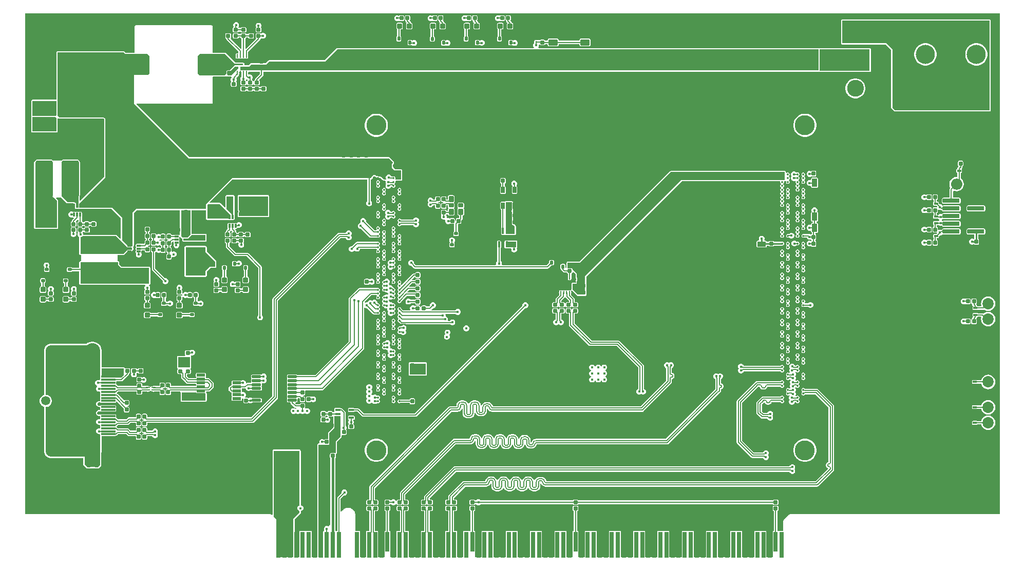
<source format=gtl>
G04*
G04 #@! TF.GenerationSoftware,Altium Limited,Altium Designer,25.2.1 (25)*
G04*
G04 Layer_Physical_Order=1*
G04 Layer_Color=255*
%FSLAX44Y44*%
%MOMM*%
G71*
G04*
G04 #@! TF.SameCoordinates,1675D247-2589-475D-A358-125397F96DBE*
G04*
G04*
G04 #@! TF.FilePolarity,Positive*
G04*
G01*
G75*
G04:AMPARAMS|DCode=12|XSize=0.8mm|YSize=0.8mm|CornerRadius=0.1mm|HoleSize=0mm|Usage=FLASHONLY|Rotation=90.000|XOffset=0mm|YOffset=0mm|HoleType=Round|Shape=RoundedRectangle|*
%AMROUNDEDRECTD12*
21,1,0.8000,0.6000,0,0,90.0*
21,1,0.6000,0.8000,0,0,90.0*
1,1,0.2000,0.3000,0.3000*
1,1,0.2000,0.3000,-0.3000*
1,1,0.2000,-0.3000,-0.3000*
1,1,0.2000,-0.3000,0.3000*
%
%ADD12ROUNDEDRECTD12*%
G04:AMPARAMS|DCode=13|XSize=0.6mm|YSize=0.7mm|CornerRadius=0.075mm|HoleSize=0mm|Usage=FLASHONLY|Rotation=90.000|XOffset=0mm|YOffset=0mm|HoleType=Round|Shape=RoundedRectangle|*
%AMROUNDEDRECTD13*
21,1,0.6000,0.5500,0,0,90.0*
21,1,0.4500,0.7000,0,0,90.0*
1,1,0.1500,0.2750,0.2250*
1,1,0.1500,0.2750,-0.2250*
1,1,0.1500,-0.2750,-0.2250*
1,1,0.1500,-0.2750,0.2250*
%
%ADD13ROUNDEDRECTD13*%
G04:AMPARAMS|DCode=14|XSize=0.6mm|YSize=0.7mm|CornerRadius=0.075mm|HoleSize=0mm|Usage=FLASHONLY|Rotation=180.000|XOffset=0mm|YOffset=0mm|HoleType=Round|Shape=RoundedRectangle|*
%AMROUNDEDRECTD14*
21,1,0.6000,0.5500,0,0,180.0*
21,1,0.4500,0.7000,0,0,180.0*
1,1,0.1500,-0.2250,0.2750*
1,1,0.1500,0.2250,0.2750*
1,1,0.1500,0.2250,-0.2750*
1,1,0.1500,-0.2250,-0.2750*
%
%ADD14ROUNDEDRECTD14*%
G04:AMPARAMS|DCode=15|XSize=1.4mm|YSize=0.9mm|CornerRadius=0.1125mm|HoleSize=0mm|Usage=FLASHONLY|Rotation=270.000|XOffset=0mm|YOffset=0mm|HoleType=Round|Shape=RoundedRectangle|*
%AMROUNDEDRECTD15*
21,1,1.4000,0.6750,0,0,270.0*
21,1,1.1750,0.9000,0,0,270.0*
1,1,0.2250,-0.3375,-0.5875*
1,1,0.2250,-0.3375,0.5875*
1,1,0.2250,0.3375,0.5875*
1,1,0.2250,0.3375,-0.5875*
%
%ADD15ROUNDEDRECTD15*%
G04:AMPARAMS|DCode=16|XSize=0.8mm|YSize=0.8mm|CornerRadius=0.1mm|HoleSize=0mm|Usage=FLASHONLY|Rotation=0.000|XOffset=0mm|YOffset=0mm|HoleType=Round|Shape=RoundedRectangle|*
%AMROUNDEDRECTD16*
21,1,0.8000,0.6000,0,0,0.0*
21,1,0.6000,0.8000,0,0,0.0*
1,1,0.2000,0.3000,-0.3000*
1,1,0.2000,-0.3000,-0.3000*
1,1,0.2000,-0.3000,0.3000*
1,1,0.2000,0.3000,0.3000*
%
%ADD16ROUNDEDRECTD16*%
G04:AMPARAMS|DCode=17|XSize=0.85mm|YSize=1.09mm|CornerRadius=0.1063mm|HoleSize=0mm|Usage=FLASHONLY|Rotation=180.000|XOffset=0mm|YOffset=0mm|HoleType=Round|Shape=RoundedRectangle|*
%AMROUNDEDRECTD17*
21,1,0.8500,0.8775,0,0,180.0*
21,1,0.6375,1.0900,0,0,180.0*
1,1,0.2125,-0.3188,0.4387*
1,1,0.2125,0.3188,0.4387*
1,1,0.2125,0.3188,-0.4387*
1,1,0.2125,-0.3188,-0.4387*
%
%ADD17ROUNDEDRECTD17*%
G04:AMPARAMS|DCode=18|XSize=2.4mm|YSize=0.28mm|CornerRadius=0.035mm|HoleSize=0mm|Usage=FLASHONLY|Rotation=0.000|XOffset=0mm|YOffset=0mm|HoleType=Round|Shape=RoundedRectangle|*
%AMROUNDEDRECTD18*
21,1,2.4000,0.2100,0,0,0.0*
21,1,2.3300,0.2800,0,0,0.0*
1,1,0.0700,1.1650,-0.1050*
1,1,0.0700,-1.1650,-0.1050*
1,1,0.0700,-1.1650,0.1050*
1,1,0.0700,1.1650,0.1050*
%
%ADD18ROUNDEDRECTD18*%
G04:AMPARAMS|DCode=19|XSize=2.794mm|YSize=0.7366mm|CornerRadius=0.0921mm|HoleSize=0mm|Usage=FLASHONLY|Rotation=180.000|XOffset=0mm|YOffset=0mm|HoleType=Round|Shape=RoundedRectangle|*
%AMROUNDEDRECTD19*
21,1,2.7940,0.5525,0,0,180.0*
21,1,2.6098,0.7366,0,0,180.0*
1,1,0.1842,-1.3049,0.2762*
1,1,0.1842,1.3049,0.2762*
1,1,0.1842,1.3049,-0.2762*
1,1,0.1842,-1.3049,-0.2762*
%
%ADD19ROUNDEDRECTD19*%
G04:AMPARAMS|DCode=20|XSize=0.6mm|YSize=0.55mm|CornerRadius=0.0688mm|HoleSize=0mm|Usage=FLASHONLY|Rotation=0.000|XOffset=0mm|YOffset=0mm|HoleType=Round|Shape=RoundedRectangle|*
%AMROUNDEDRECTD20*
21,1,0.6000,0.4125,0,0,0.0*
21,1,0.4625,0.5500,0,0,0.0*
1,1,0.1375,0.2313,-0.2063*
1,1,0.1375,-0.2313,-0.2063*
1,1,0.1375,-0.2313,0.2063*
1,1,0.1375,0.2313,0.2063*
%
%ADD20ROUNDEDRECTD20*%
G04:AMPARAMS|DCode=21|XSize=0.6mm|YSize=0.55mm|CornerRadius=0.0688mm|HoleSize=0mm|Usage=FLASHONLY|Rotation=270.000|XOffset=0mm|YOffset=0mm|HoleType=Round|Shape=RoundedRectangle|*
%AMROUNDEDRECTD21*
21,1,0.6000,0.4125,0,0,270.0*
21,1,0.4625,0.5500,0,0,270.0*
1,1,0.1375,-0.2063,-0.2313*
1,1,0.1375,-0.2063,0.2313*
1,1,0.1375,0.2063,0.2313*
1,1,0.1375,0.2063,-0.2313*
%
%ADD21ROUNDEDRECTD21*%
G04:AMPARAMS|DCode=22|XSize=1.4mm|YSize=0.9mm|CornerRadius=0.1125mm|HoleSize=0mm|Usage=FLASHONLY|Rotation=180.000|XOffset=0mm|YOffset=0mm|HoleType=Round|Shape=RoundedRectangle|*
%AMROUNDEDRECTD22*
21,1,1.4000,0.6750,0,0,180.0*
21,1,1.1750,0.9000,0,0,180.0*
1,1,0.2250,-0.5875,0.3375*
1,1,0.2250,0.5875,0.3375*
1,1,0.2250,0.5875,-0.3375*
1,1,0.2250,-0.5875,-0.3375*
%
%ADD22ROUNDEDRECTD22*%
G04:AMPARAMS|DCode=23|XSize=0.6mm|YSize=1.1mm|CornerRadius=0.075mm|HoleSize=0mm|Usage=FLASHONLY|Rotation=180.000|XOffset=0mm|YOffset=0mm|HoleType=Round|Shape=RoundedRectangle|*
%AMROUNDEDRECTD23*
21,1,0.6000,0.9500,0,0,180.0*
21,1,0.4500,1.1000,0,0,180.0*
1,1,0.1500,-0.2250,0.4750*
1,1,0.1500,0.2250,0.4750*
1,1,0.1500,0.2250,-0.4750*
1,1,0.1500,-0.2250,-0.4750*
%
%ADD23ROUNDEDRECTD23*%
G04:AMPARAMS|DCode=24|XSize=0.5mm|YSize=0.25mm|CornerRadius=0.0313mm|HoleSize=0mm|Usage=FLASHONLY|Rotation=270.000|XOffset=0mm|YOffset=0mm|HoleType=Round|Shape=RoundedRectangle|*
%AMROUNDEDRECTD24*
21,1,0.5000,0.1875,0,0,270.0*
21,1,0.4375,0.2500,0,0,270.0*
1,1,0.0625,-0.0938,-0.2188*
1,1,0.0625,-0.0938,0.2188*
1,1,0.0625,0.0938,0.2188*
1,1,0.0625,0.0938,-0.2188*
%
%ADD24ROUNDEDRECTD24*%
G04:AMPARAMS|DCode=25|XSize=0.5mm|YSize=0.25mm|CornerRadius=0.0313mm|HoleSize=0mm|Usage=FLASHONLY|Rotation=0.000|XOffset=0mm|YOffset=0mm|HoleType=Round|Shape=RoundedRectangle|*
%AMROUNDEDRECTD25*
21,1,0.5000,0.1875,0,0,0.0*
21,1,0.4375,0.2500,0,0,0.0*
1,1,0.0625,0.2188,-0.0938*
1,1,0.0625,-0.2188,-0.0938*
1,1,0.0625,-0.2188,0.0938*
1,1,0.0625,0.2188,0.0938*
%
%ADD25ROUNDEDRECTD25*%
G04:AMPARAMS|DCode=26|XSize=1.4mm|YSize=2.1mm|CornerRadius=0.035mm|HoleSize=0mm|Usage=FLASHONLY|Rotation=270.000|XOffset=0mm|YOffset=0mm|HoleType=Round|Shape=RoundedRectangle|*
%AMROUNDEDRECTD26*
21,1,1.4000,2.0300,0,0,270.0*
21,1,1.3300,2.1000,0,0,270.0*
1,1,0.0700,-1.0150,-0.6650*
1,1,0.0700,-1.0150,0.6650*
1,1,0.0700,1.0150,0.6650*
1,1,0.0700,1.0150,-0.6650*
%
%ADD26ROUNDEDRECTD26*%
G04:AMPARAMS|DCode=27|XSize=1mm|YSize=0.85mm|CornerRadius=0.1063mm|HoleSize=0mm|Usage=FLASHONLY|Rotation=90.000|XOffset=0mm|YOffset=0mm|HoleType=Round|Shape=RoundedRectangle|*
%AMROUNDEDRECTD27*
21,1,1.0000,0.6375,0,0,90.0*
21,1,0.7875,0.8500,0,0,90.0*
1,1,0.2125,0.3188,0.3938*
1,1,0.2125,0.3188,-0.3938*
1,1,0.2125,-0.3188,-0.3938*
1,1,0.2125,-0.3188,0.3938*
%
%ADD27ROUNDEDRECTD27*%
G04:AMPARAMS|DCode=28|XSize=0.6mm|YSize=0.85mm|CornerRadius=0.075mm|HoleSize=0mm|Usage=FLASHONLY|Rotation=90.000|XOffset=0mm|YOffset=0mm|HoleType=Round|Shape=RoundedRectangle|*
%AMROUNDEDRECTD28*
21,1,0.6000,0.7000,0,0,90.0*
21,1,0.4500,0.8500,0,0,90.0*
1,1,0.1500,0.3500,0.2250*
1,1,0.1500,0.3500,-0.2250*
1,1,0.1500,-0.3500,-0.2250*
1,1,0.1500,-0.3500,0.2250*
%
%ADD28ROUNDEDRECTD28*%
G04:AMPARAMS|DCode=29|XSize=0.4mm|YSize=0.95mm|CornerRadius=0.05mm|HoleSize=0mm|Usage=FLASHONLY|Rotation=180.000|XOffset=0mm|YOffset=0mm|HoleType=Round|Shape=RoundedRectangle|*
%AMROUNDEDRECTD29*
21,1,0.4000,0.8500,0,0,180.0*
21,1,0.3000,0.9500,0,0,180.0*
1,1,0.1000,-0.1500,0.4250*
1,1,0.1000,0.1500,0.4250*
1,1,0.1000,0.1500,-0.4250*
1,1,0.1000,-0.1500,-0.4250*
%
%ADD29ROUNDEDRECTD29*%
G04:AMPARAMS|DCode=30|XSize=0.67mm|YSize=0.4mm|CornerRadius=0.05mm|HoleSize=0mm|Usage=FLASHONLY|Rotation=0.000|XOffset=0mm|YOffset=0mm|HoleType=Round|Shape=RoundedRectangle|*
%AMROUNDEDRECTD30*
21,1,0.6700,0.3000,0,0,0.0*
21,1,0.5700,0.4000,0,0,0.0*
1,1,0.1000,0.2850,-0.1500*
1,1,0.1000,-0.2850,-0.1500*
1,1,0.1000,-0.2850,0.1500*
1,1,0.1000,0.2850,0.1500*
%
%ADD30ROUNDEDRECTD30*%
G04:AMPARAMS|DCode=31|XSize=2.1mm|YSize=1.8mm|CornerRadius=0.225mm|HoleSize=0mm|Usage=FLASHONLY|Rotation=90.000|XOffset=0mm|YOffset=0mm|HoleType=Round|Shape=RoundedRectangle|*
%AMROUNDEDRECTD31*
21,1,2.1000,1.3500,0,0,90.0*
21,1,1.6500,1.8000,0,0,90.0*
1,1,0.4500,0.6750,0.8250*
1,1,0.4500,0.6750,-0.8250*
1,1,0.4500,-0.6750,-0.8250*
1,1,0.4500,-0.6750,0.8250*
%
%ADD31ROUNDEDRECTD31*%
G04:AMPARAMS|DCode=32|XSize=0.36mm|YSize=0.25mm|CornerRadius=0.0313mm|HoleSize=0mm|Usage=FLASHONLY|Rotation=270.000|XOffset=0mm|YOffset=0mm|HoleType=Round|Shape=RoundedRectangle|*
%AMROUNDEDRECTD32*
21,1,0.3600,0.1875,0,0,270.0*
21,1,0.2975,0.2500,0,0,270.0*
1,1,0.0625,-0.0938,-0.1487*
1,1,0.0625,-0.0938,0.1487*
1,1,0.0625,0.0938,0.1487*
1,1,0.0625,0.0938,-0.1487*
%
%ADD32ROUNDEDRECTD32*%
%ADD33C,0.3560*%
G04:AMPARAMS|DCode=34|XSize=3.175mm|YSize=3.3mm|CornerRadius=0.3969mm|HoleSize=0mm|Usage=FLASHONLY|Rotation=180.000|XOffset=0mm|YOffset=0mm|HoleType=Round|Shape=RoundedRectangle|*
%AMROUNDEDRECTD34*
21,1,3.1750,2.5063,0,0,180.0*
21,1,2.3813,3.3000,0,0,180.0*
1,1,0.7938,-1.1906,1.2531*
1,1,0.7938,1.1906,1.2531*
1,1,0.7938,1.1906,-1.2531*
1,1,0.7938,-1.1906,-1.2531*
%
%ADD34ROUNDEDRECTD34*%
G04:AMPARAMS|DCode=35|XSize=6.12mm|YSize=2.9mm|CornerRadius=0.3625mm|HoleSize=0mm|Usage=FLASHONLY|Rotation=270.000|XOffset=0mm|YOffset=0mm|HoleType=Round|Shape=RoundedRectangle|*
%AMROUNDEDRECTD35*
21,1,6.1200,2.1750,0,0,270.0*
21,1,5.3950,2.9000,0,0,270.0*
1,1,0.7250,-1.0875,-2.6975*
1,1,0.7250,-1.0875,2.6975*
1,1,0.7250,1.0875,2.6975*
1,1,0.7250,1.0875,-2.6975*
%
%ADD35ROUNDEDRECTD35*%
G04:AMPARAMS|DCode=36|XSize=6.12mm|YSize=2.9mm|CornerRadius=0.3625mm|HoleSize=0mm|Usage=FLASHONLY|Rotation=0.000|XOffset=0mm|YOffset=0mm|HoleType=Round|Shape=RoundedRectangle|*
%AMROUNDEDRECTD36*
21,1,6.1200,2.1750,0,0,0.0*
21,1,5.3950,2.9000,0,0,0.0*
1,1,0.7250,2.6975,-1.0875*
1,1,0.7250,-2.6975,-1.0875*
1,1,0.7250,-2.6975,1.0875*
1,1,0.7250,2.6975,1.0875*
%
%ADD36ROUNDEDRECTD36*%
G04:AMPARAMS|DCode=37|XSize=0.8mm|YSize=2mm|CornerRadius=0.1mm|HoleSize=0mm|Usage=FLASHONLY|Rotation=270.000|XOffset=0mm|YOffset=0mm|HoleType=Round|Shape=RoundedRectangle|*
%AMROUNDEDRECTD37*
21,1,0.8000,1.8000,0,0,270.0*
21,1,0.6000,2.0000,0,0,270.0*
1,1,0.2000,-0.9000,-0.3000*
1,1,0.2000,-0.9000,0.3000*
1,1,0.2000,0.9000,0.3000*
1,1,0.2000,0.9000,-0.3000*
%
%ADD37ROUNDEDRECTD37*%
G04:AMPARAMS|DCode=38|XSize=0.8mm|YSize=2mm|CornerRadius=0.1mm|HoleSize=0mm|Usage=FLASHONLY|Rotation=0.000|XOffset=0mm|YOffset=0mm|HoleType=Round|Shape=RoundedRectangle|*
%AMROUNDEDRECTD38*
21,1,0.8000,1.8000,0,0,0.0*
21,1,0.6000,2.0000,0,0,0.0*
1,1,0.2000,0.3000,-0.9000*
1,1,0.2000,-0.3000,-0.9000*
1,1,0.2000,-0.3000,0.9000*
1,1,0.2000,0.3000,0.9000*
%
%ADD38ROUNDEDRECTD38*%
G04:AMPARAMS|DCode=39|XSize=1.55mm|YSize=1mm|CornerRadius=0.125mm|HoleSize=0mm|Usage=FLASHONLY|Rotation=0.000|XOffset=0mm|YOffset=0mm|HoleType=Round|Shape=RoundedRectangle|*
%AMROUNDEDRECTD39*
21,1,1.5500,0.7500,0,0,0.0*
21,1,1.3000,1.0000,0,0,0.0*
1,1,0.2500,0.6500,-0.3750*
1,1,0.2500,-0.6500,-0.3750*
1,1,0.2500,-0.6500,0.3750*
1,1,0.2500,0.6500,0.3750*
%
%ADD39ROUNDEDRECTD39*%
G04:AMPARAMS|DCode=40|XSize=2.5mm|YSize=2.3mm|CornerRadius=0.2875mm|HoleSize=0mm|Usage=FLASHONLY|Rotation=270.000|XOffset=0mm|YOffset=0mm|HoleType=Round|Shape=RoundedRectangle|*
%AMROUNDEDRECTD40*
21,1,2.5000,1.7250,0,0,270.0*
21,1,1.9250,2.3000,0,0,270.0*
1,1,0.5750,-0.8625,-0.9625*
1,1,0.5750,-0.8625,0.9625*
1,1,0.5750,0.8625,0.9625*
1,1,0.5750,0.8625,-0.9625*
%
%ADD40ROUNDEDRECTD40*%
G04:AMPARAMS|DCode=41|XSize=0.25mm|YSize=0.6mm|CornerRadius=0.0313mm|HoleSize=0mm|Usage=FLASHONLY|Rotation=180.000|XOffset=0mm|YOffset=0mm|HoleType=Round|Shape=RoundedRectangle|*
%AMROUNDEDRECTD41*
21,1,0.2500,0.5375,0,0,180.0*
21,1,0.1875,0.6000,0,0,180.0*
1,1,0.0625,-0.0938,0.2688*
1,1,0.0625,0.0938,0.2688*
1,1,0.0625,0.0938,-0.2688*
1,1,0.0625,-0.0938,-0.2688*
%
%ADD41ROUNDEDRECTD41*%
G04:AMPARAMS|DCode=42|XSize=0.25mm|YSize=0.6mm|CornerRadius=0.0313mm|HoleSize=0mm|Usage=FLASHONLY|Rotation=270.000|XOffset=0mm|YOffset=0mm|HoleType=Round|Shape=RoundedRectangle|*
%AMROUNDEDRECTD42*
21,1,0.2500,0.5375,0,0,270.0*
21,1,0.1875,0.6000,0,0,270.0*
1,1,0.0625,-0.2688,-0.0938*
1,1,0.0625,-0.2688,0.0938*
1,1,0.0625,0.2688,0.0938*
1,1,0.0625,0.2688,-0.0938*
%
%ADD42ROUNDEDRECTD42*%
G04:AMPARAMS|DCode=43|XSize=0.25mm|YSize=1.4mm|CornerRadius=0.0313mm|HoleSize=0mm|Usage=FLASHONLY|Rotation=270.000|XOffset=0mm|YOffset=0mm|HoleType=Round|Shape=RoundedRectangle|*
%AMROUNDEDRECTD43*
21,1,0.2500,1.3375,0,0,270.0*
21,1,0.1875,1.4000,0,0,270.0*
1,1,0.0625,-0.6688,-0.0938*
1,1,0.0625,-0.6688,0.0938*
1,1,0.0625,0.6688,0.0938*
1,1,0.0625,0.6688,-0.0938*
%
%ADD43ROUNDEDRECTD43*%
G04:AMPARAMS|DCode=44|XSize=0.3mm|YSize=0.67mm|CornerRadius=0.0375mm|HoleSize=0mm|Usage=FLASHONLY|Rotation=0.000|XOffset=0mm|YOffset=0mm|HoleType=Round|Shape=RoundedRectangle|*
%AMROUNDEDRECTD44*
21,1,0.3000,0.5950,0,0,0.0*
21,1,0.2250,0.6700,0,0,0.0*
1,1,0.0750,0.1125,-0.2975*
1,1,0.0750,-0.1125,-0.2975*
1,1,0.0750,-0.1125,0.2975*
1,1,0.0750,0.1125,0.2975*
%
%ADD44ROUNDEDRECTD44*%
G04:AMPARAMS|DCode=45|XSize=0.3mm|YSize=0.67mm|CornerRadius=0.0375mm|HoleSize=0mm|Usage=FLASHONLY|Rotation=270.000|XOffset=0mm|YOffset=0mm|HoleType=Round|Shape=RoundedRectangle|*
%AMROUNDEDRECTD45*
21,1,0.3000,0.5950,0,0,270.0*
21,1,0.2250,0.6700,0,0,270.0*
1,1,0.0750,-0.2975,-0.1125*
1,1,0.0750,-0.2975,0.1125*
1,1,0.0750,0.2975,0.1125*
1,1,0.0750,0.2975,-0.1125*
%
%ADD45ROUNDEDRECTD45*%
G04:AMPARAMS|DCode=46|XSize=1.475mm|YSize=0.45mm|CornerRadius=0.0563mm|HoleSize=0mm|Usage=FLASHONLY|Rotation=180.000|XOffset=0mm|YOffset=0mm|HoleType=Round|Shape=RoundedRectangle|*
%AMROUNDEDRECTD46*
21,1,1.4750,0.3375,0,0,180.0*
21,1,1.3625,0.4500,0,0,180.0*
1,1,0.1125,-0.6813,0.1688*
1,1,0.1125,0.6813,0.1688*
1,1,0.1125,0.6813,-0.1688*
1,1,0.1125,-0.6813,-0.1688*
%
%ADD46ROUNDEDRECTD46*%
G04:AMPARAMS|DCode=47|XSize=0.45mm|YSize=1.4mm|CornerRadius=0.0563mm|HoleSize=0mm|Usage=FLASHONLY|Rotation=270.000|XOffset=0mm|YOffset=0mm|HoleType=Round|Shape=RoundedRectangle|*
%AMROUNDEDRECTD47*
21,1,0.4500,1.2875,0,0,270.0*
21,1,0.3375,1.4000,0,0,270.0*
1,1,0.1125,-0.6438,-0.1688*
1,1,0.1125,-0.6438,0.1688*
1,1,0.1125,0.6438,0.1688*
1,1,0.1125,0.6438,-0.1688*
%
%ADD47ROUNDEDRECTD47*%
G04:AMPARAMS|DCode=48|XSize=0.6mm|YSize=0.2mm|CornerRadius=0.025mm|HoleSize=0mm|Usage=FLASHONLY|Rotation=180.000|XOffset=0mm|YOffset=0mm|HoleType=Round|Shape=RoundedRectangle|*
%AMROUNDEDRECTD48*
21,1,0.6000,0.1500,0,0,180.0*
21,1,0.5500,0.2000,0,0,180.0*
1,1,0.0500,-0.2750,0.0750*
1,1,0.0500,0.2750,0.0750*
1,1,0.0500,0.2750,-0.0750*
1,1,0.0500,-0.2750,-0.0750*
%
%ADD48ROUNDEDRECTD48*%
G04:AMPARAMS|DCode=49|XSize=0.4mm|YSize=0.85mm|CornerRadius=0.05mm|HoleSize=0mm|Usage=FLASHONLY|Rotation=270.000|XOffset=0mm|YOffset=0mm|HoleType=Round|Shape=RoundedRectangle|*
%AMROUNDEDRECTD49*
21,1,0.4000,0.7500,0,0,270.0*
21,1,0.3000,0.8500,0,0,270.0*
1,1,0.1000,-0.3750,-0.1500*
1,1,0.1000,-0.3750,0.1500*
1,1,0.1000,0.3750,0.1500*
1,1,0.1000,0.3750,-0.1500*
%
%ADD49ROUNDEDRECTD49*%
%ADD50R,0.7000X4.2000*%
%ADD51R,0.7000X3.2000*%
%ADD102C,0.1524*%
%ADD103C,0.2032*%
%ADD104C,0.1270*%
%ADD105C,0.2540*%
%ADD106C,0.3810*%
%ADD107C,0.2030*%
%ADD108O,1.8500X1.8600*%
%ADD109O,1.8600X1.8500*%
%ADD110C,2.5650*%
%ADD111C,1.5000*%
%ADD112C,1.8750*%
%ADD113C,3.1500*%
%ADD114C,2.7750*%
%ADD115C,1.0500*%
%ADD116C,3.3000*%
G04:AMPARAMS|DCode=117|XSize=2.775mm|YSize=2.775mm|CornerRadius=0.3469mm|HoleSize=0mm|Usage=FLASHONLY|Rotation=270.000|XOffset=0mm|YOffset=0mm|HoleType=Round|Shape=RoundedRectangle|*
%AMROUNDEDRECTD117*
21,1,2.7750,2.0812,0,0,270.0*
21,1,2.0812,2.7750,0,0,270.0*
1,1,0.6938,-1.0406,-1.0406*
1,1,0.6938,-1.0406,1.0406*
1,1,0.6938,1.0406,1.0406*
1,1,0.6938,1.0406,-1.0406*
%
%ADD117ROUNDEDRECTD117*%
%ADD118C,0.4500*%
G36*
X1609802Y85140D02*
X1263650D01*
X1262659Y84943D01*
X1261819Y84381D01*
X1252929Y75491D01*
X1252367Y74651D01*
X1252170Y73660D01*
Y57270D01*
X1245230D01*
X1245230Y57270D01*
X1244770D01*
Y57270D01*
X1244086Y57270D01*
X1242816Y57574D01*
Y90704D01*
X1243538Y90847D01*
X1244206Y91294D01*
X1244653Y91962D01*
X1244810Y92750D01*
Y97250D01*
X1244653Y98038D01*
X1244206Y98706D01*
X1243538Y99153D01*
X1242750Y99310D01*
X1237250D01*
X1236462Y99153D01*
X1235794Y98706D01*
X1235347Y98038D01*
X1235190Y97250D01*
Y92750D01*
X1235347Y91962D01*
X1235794Y91294D01*
X1236462Y90847D01*
X1237184Y90704D01*
Y57270D01*
X1235230D01*
Y22730D01*
X1235230D01*
X1235251Y22704D01*
X1235211Y22500D01*
Y14039D01*
X1224770D01*
Y57270D01*
X1215230D01*
Y57270D01*
X1214770D01*
Y57270D01*
X1205230D01*
Y14039D01*
X1184770D01*
Y57270D01*
X1175230D01*
Y57270D01*
X1174770D01*
Y57270D01*
X1165230D01*
Y14039D01*
X1144770D01*
Y57270D01*
X1135230D01*
Y57270D01*
X1134770D01*
Y57270D01*
X1125230D01*
Y14039D01*
X1104770D01*
Y57270D01*
X1095230D01*
Y57270D01*
X1094770D01*
Y57270D01*
X1085230D01*
Y14039D01*
X1064770D01*
Y57270D01*
X1055230D01*
Y57270D01*
X1054770D01*
Y57270D01*
X1045230D01*
Y14039D01*
X1024770D01*
Y57270D01*
X1015230D01*
Y57270D01*
X1014770D01*
Y57270D01*
X1005230D01*
Y14039D01*
X984770D01*
Y57270D01*
X975230D01*
Y57270D01*
X974770D01*
Y57270D01*
X965230D01*
Y14039D01*
X944770D01*
Y57270D01*
X935230D01*
Y57270D01*
X934770D01*
Y57270D01*
X925230D01*
Y14039D01*
X914789D01*
Y22500D01*
X914749Y22704D01*
X914770Y22730D01*
X914770D01*
Y57270D01*
X912816D01*
Y90704D01*
X913538Y90847D01*
X914206Y91294D01*
X914653Y91962D01*
X914810Y92750D01*
Y97250D01*
X914653Y98038D01*
X914206Y98706D01*
X913538Y99153D01*
X912750Y99310D01*
X907250D01*
X906462Y99153D01*
X905794Y98706D01*
X905347Y98038D01*
X905190Y97250D01*
Y92750D01*
X905347Y91962D01*
X905794Y91294D01*
X906462Y90847D01*
X907184Y90704D01*
Y57270D01*
X905230D01*
Y22730D01*
X905230D01*
X905251Y22704D01*
X905211Y22500D01*
Y14039D01*
X894770D01*
Y57270D01*
X885230D01*
Y57270D01*
X884770D01*
Y57270D01*
X875230D01*
Y14039D01*
X854770D01*
Y57270D01*
X845230D01*
Y57270D01*
X844770D01*
Y57270D01*
X835230D01*
Y14039D01*
X814770D01*
Y57270D01*
X805230D01*
Y57270D01*
X804770D01*
Y57270D01*
X795230D01*
Y14039D01*
X774770D01*
Y57270D01*
X765230D01*
Y57270D01*
X764770D01*
Y57270D01*
X755230D01*
Y14039D01*
X744789D01*
Y22500D01*
X744749Y22704D01*
X744770Y22730D01*
X744770D01*
Y57270D01*
X742816D01*
Y90704D01*
X743538Y90847D01*
X744206Y91294D01*
X744653Y91962D01*
X744810Y92750D01*
Y97250D01*
X744653Y98038D01*
X744206Y98706D01*
X743538Y99153D01*
X742750Y99310D01*
X737250D01*
X736462Y99153D01*
X735794Y98706D01*
X735347Y98038D01*
X735190Y97250D01*
Y92750D01*
X735347Y91962D01*
X735794Y91294D01*
X736462Y90847D01*
X737184Y90704D01*
Y57574D01*
X735914Y57270D01*
X735230Y57270D01*
Y57270D01*
X734770D01*
Y57270D01*
X725230D01*
Y14039D01*
X714770D01*
Y57270D01*
X709594D01*
Y90690D01*
X712750D01*
X713538Y90847D01*
X714206Y91294D01*
X714653Y91962D01*
X714810Y92750D01*
Y97250D01*
X714653Y98038D01*
X714206Y98706D01*
X713538Y99153D01*
X712750Y99310D01*
X707250D01*
X706462Y99153D01*
X705794Y98706D01*
X705734Y98617D01*
X704266D01*
X704206Y98706D01*
X703538Y99153D01*
X702750Y99310D01*
X697250D01*
X696462Y99153D01*
X695794Y98706D01*
X695347Y98038D01*
X695190Y97250D01*
Y92750D01*
X695347Y91962D01*
X695794Y91294D01*
X696462Y90847D01*
X697250Y90690D01*
X700406D01*
Y57270D01*
X695230D01*
Y14039D01*
X674770D01*
Y57270D01*
X669594D01*
Y90690D01*
X672750D01*
X673538Y90847D01*
X674206Y91294D01*
X674653Y91962D01*
X674810Y92750D01*
Y97250D01*
X674653Y98038D01*
X674206Y98706D01*
X673538Y99153D01*
X672750Y99310D01*
X667250D01*
X666462Y99153D01*
X665794Y98706D01*
X665734Y98617D01*
X664266D01*
X664206Y98706D01*
X663538Y99153D01*
X662750Y99310D01*
X657250D01*
X656462Y99153D01*
X655794Y98706D01*
X655347Y98038D01*
X655190Y97250D01*
Y92750D01*
X655347Y91962D01*
X655794Y91294D01*
X656462Y90847D01*
X657250Y90690D01*
X660406D01*
Y57270D01*
X655230D01*
Y14039D01*
X634770D01*
Y57270D01*
X629594D01*
Y90690D01*
X632750D01*
X633538Y90847D01*
X634206Y91294D01*
X634653Y91962D01*
X634810Y92750D01*
Y97250D01*
X634653Y98038D01*
X634206Y98706D01*
X633538Y99153D01*
X632750Y99310D01*
X627250D01*
X626462Y99153D01*
X625794Y98706D01*
X625734Y98617D01*
X624266D01*
X624206Y98706D01*
X623538Y99153D01*
X622750Y99310D01*
X617250D01*
X616462Y99153D01*
X615794Y98706D01*
X615347Y98038D01*
X615190Y97250D01*
Y92750D01*
X615347Y91962D01*
X615794Y91294D01*
X616462Y90847D01*
X617250Y90690D01*
X620406D01*
Y57270D01*
X615230D01*
Y14039D01*
X604789D01*
Y22500D01*
X604749Y22704D01*
X604770Y22730D01*
X604770D01*
Y57270D01*
X602816D01*
Y90704D01*
X603538Y90847D01*
X604206Y91294D01*
X604653Y91962D01*
X604810Y92750D01*
Y97250D01*
X604653Y98038D01*
X604206Y98706D01*
X603538Y99153D01*
X602750Y99310D01*
X597250D01*
X596462Y99153D01*
X595794Y98706D01*
X595347Y98038D01*
X595190Y97250D01*
Y92750D01*
X595347Y91962D01*
X595794Y91294D01*
X596462Y90847D01*
X597184Y90704D01*
Y57270D01*
X595230D01*
Y22730D01*
X595230D01*
X595251Y22704D01*
X595211Y22500D01*
Y14039D01*
X584770D01*
Y57270D01*
X579594D01*
Y90690D01*
X582750D01*
X583538Y90847D01*
X584206Y91294D01*
X584653Y91962D01*
X584810Y92750D01*
Y97250D01*
X584653Y98038D01*
X584206Y98706D01*
X583538Y99153D01*
X582750Y99310D01*
X577250D01*
X576462Y99153D01*
X575794Y98706D01*
X575734Y98617D01*
X574266D01*
X574206Y98706D01*
X573538Y99153D01*
X572750Y99310D01*
X567250D01*
X566462Y99153D01*
X565794Y98706D01*
X565347Y98038D01*
X565190Y97250D01*
Y92750D01*
X565347Y91962D01*
X565794Y91294D01*
X566462Y90847D01*
X567250Y90690D01*
X570406D01*
Y57270D01*
X565230D01*
Y14039D01*
X554770D01*
Y57270D01*
X547090D01*
Y84000D01*
X547073Y84084D01*
X547084Y84170D01*
X547003Y85409D01*
X546937Y85656D01*
X546920Y85910D01*
X546278Y88306D01*
X546128Y88610D01*
X546019Y88930D01*
X544780Y91078D01*
X544556Y91333D01*
X544368Y91614D01*
X542614Y93368D01*
X542333Y93556D01*
X542078Y93780D01*
X539930Y95020D01*
X539609Y95128D01*
X539306Y95278D01*
X536910Y95920D01*
X536572Y95942D01*
X536240Y96008D01*
X533760D01*
X533428Y95942D01*
X533090Y95920D01*
X530694Y95278D01*
X530390Y95128D01*
X530070Y95020D01*
X527922Y93779D01*
X527667Y93556D01*
X527386Y93368D01*
X525632Y91614D01*
X525444Y91333D01*
X525220Y91078D01*
X524692Y90163D01*
X523052Y89862D01*
X522816Y90054D01*
Y110834D01*
X528193Y116210D01*
X529953D01*
X531713Y116939D01*
X533061Y118287D01*
X533790Y120047D01*
Y121953D01*
X533061Y123713D01*
X531713Y125061D01*
X529953Y125790D01*
X528047D01*
X526287Y125061D01*
X524939Y123713D01*
X524210Y121953D01*
Y120193D01*
X518009Y113991D01*
X517398Y113078D01*
X517184Y112000D01*
Y57270D01*
X515230D01*
X515230Y57270D01*
X513982Y57322D01*
Y177953D01*
X514206Y178103D01*
X514653Y178771D01*
X514810Y179560D01*
Y184060D01*
X514761Y184302D01*
X515771Y184842D01*
X516002Y185032D01*
X516251Y185198D01*
X516308Y185282D01*
X516386Y185347D01*
X516527Y185611D01*
X516693Y185860D01*
X516713Y185959D01*
X516761Y186048D01*
X516790Y186346D01*
X516849Y186640D01*
Y204965D01*
X523942Y212058D01*
X524384Y212720D01*
X524539Y213500D01*
Y215285D01*
X524649Y215459D01*
X525809Y216228D01*
X526000Y216190D01*
X530500D01*
X531288Y216347D01*
X531956Y216794D01*
X532403Y217462D01*
X532560Y218250D01*
Y223750D01*
X532403Y224538D01*
X531966Y225192D01*
X532061Y225287D01*
X532790Y227047D01*
Y228953D01*
X532061Y230713D01*
X530937Y231838D01*
Y253250D01*
X530732Y254278D01*
X530150Y255150D01*
X525900Y259400D01*
X525028Y259982D01*
X524000Y260187D01*
X523086D01*
X523026Y260276D01*
X522441Y260667D01*
X521750Y260805D01*
X514250D01*
X513559Y260667D01*
X512974Y260276D01*
X512583Y259691D01*
X512445Y259000D01*
Y256000D01*
X512583Y255309D01*
X512818Y254957D01*
X512549Y254110D01*
X512256Y253687D01*
X509973D01*
X509903Y254038D01*
X509456Y254706D01*
X508788Y255153D01*
X508000Y255310D01*
X502500D01*
X501712Y255153D01*
X501044Y254706D01*
X500597Y254038D01*
X500527Y253687D01*
X498973D01*
X498903Y254038D01*
X498456Y254706D01*
X497788Y255153D01*
X497000Y255310D01*
X491500D01*
X490712Y255153D01*
X490044Y254706D01*
X489597Y254038D01*
X489440Y253250D01*
Y248750D01*
X489597Y247962D01*
X490044Y247294D01*
X490712Y246847D01*
X491500Y246690D01*
X497000D01*
X497788Y246847D01*
X498456Y247294D01*
X498903Y247962D01*
X498973Y248313D01*
X500527D01*
X500597Y247962D01*
X501044Y247294D01*
X501393Y247060D01*
X501012Y245790D01*
X500047D01*
X498287Y245061D01*
X498142Y244916D01*
X497788Y245153D01*
X497000Y245310D01*
X491500D01*
X490712Y245153D01*
X490044Y244706D01*
X489597Y244038D01*
X489440Y243250D01*
Y238750D01*
X489597Y237962D01*
X490044Y237294D01*
X490712Y236847D01*
X491500Y236690D01*
X497000D01*
X497788Y236847D01*
X498142Y237084D01*
X498287Y236939D01*
X500047Y236210D01*
X501953D01*
X503713Y236939D01*
X505061Y238287D01*
X505790Y240047D01*
Y241953D01*
X505061Y243713D01*
X503713Y245061D01*
X502845Y245420D01*
X503098Y246690D01*
X508000D01*
X508788Y246847D01*
X509191Y247116D01*
X510130Y246797D01*
X510461Y246554D01*
Y235049D01*
X510500Y234853D01*
Y234652D01*
X510520Y234549D01*
Y229451D01*
X510500Y229348D01*
Y229147D01*
X510461Y228950D01*
Y228345D01*
X502558Y220442D01*
X502116Y219780D01*
X501961Y219000D01*
Y209310D01*
X497750D01*
X496962Y209153D01*
X496294Y208706D01*
X495213Y208561D01*
X494878Y208700D01*
X493453Y209290D01*
X491547D01*
X489787Y208561D01*
X488439Y207213D01*
X487710Y205453D01*
Y203547D01*
X487897Y203095D01*
X487192Y202039D01*
X486545D01*
X485765Y201884D01*
X485103Y201442D01*
X484661Y200780D01*
X484506Y200000D01*
Y14039D01*
X474770D01*
Y57270D01*
X465230D01*
Y57270D01*
X464770D01*
Y57270D01*
X455230D01*
Y14039D01*
X447039D01*
Y76655D01*
X456442Y86058D01*
X456884Y86720D01*
X457039Y87500D01*
Y90460D01*
X457453D01*
X459213Y91189D01*
X460561Y92537D01*
X461290Y94297D01*
Y96203D01*
X460561Y97963D01*
X459213Y99311D01*
X457453Y100040D01*
X457039D01*
Y190000D01*
X456884Y190780D01*
X456442Y191442D01*
X455780Y191884D01*
X455000Y192039D01*
X412500D01*
X411720Y191884D01*
X411058Y191442D01*
X410616Y190780D01*
X410461Y190000D01*
Y84319D01*
X409287Y83833D01*
X408739Y84381D01*
X407899Y84943D01*
X406908Y85140D01*
X2590D01*
Y911810D01*
X1609802D01*
X1609802Y85140D01*
D02*
G37*
G36*
X522500Y213500D02*
X514810Y205810D01*
Y186640D01*
X513540Y185961D01*
X513538Y185962D01*
X512750Y186119D01*
X507250D01*
X506462Y185962D01*
X505794Y185516D01*
X505347Y184848D01*
X505190Y184060D01*
Y179560D01*
X505347Y178771D01*
X505794Y178103D01*
X506018Y177953D01*
Y68519D01*
X502605Y65105D01*
X500953Y65790D01*
X499047D01*
X497287Y65061D01*
X495939Y63713D01*
X495210Y61953D01*
Y60047D01*
X495895Y58394D01*
X493436Y55935D01*
X493436Y14039D01*
X486545D01*
Y200000D01*
X490847D01*
X491547Y199710D01*
X493453D01*
X494153Y200000D01*
X496733D01*
X496962Y199847D01*
X497750Y199690D01*
X502250D01*
X503038Y199847D01*
X503706Y200294D01*
X504153Y200962D01*
X504310Y201750D01*
Y207250D01*
X504153Y208038D01*
X504000Y208267D01*
Y219000D01*
X512500Y227500D01*
Y228950D01*
X512560Y229250D01*
Y234750D01*
X512500Y235049D01*
Y247500D01*
X522500D01*
Y213500D01*
D02*
G37*
G36*
X455000Y99813D02*
X453787Y99311D01*
X452439Y97963D01*
X451710Y96203D01*
Y94297D01*
X452439Y92537D01*
X453787Y91189D01*
X455000Y90687D01*
Y87500D01*
X445000Y77500D01*
Y14039D01*
X417090D01*
Y74958D01*
X416893Y75949D01*
X416331Y76789D01*
X412500Y80620D01*
Y190000D01*
X455000D01*
Y99813D01*
D02*
G37*
%LPC*%
G36*
X791250Y908810D02*
X786750D01*
X785962Y908653D01*
X785294Y908206D01*
X785230Y908112D01*
X784713Y908061D01*
X782953Y908790D01*
X781047D01*
X779287Y908061D01*
X777939Y906713D01*
X777210Y904953D01*
Y903047D01*
X777939Y901287D01*
X779287Y899939D01*
X781047Y899210D01*
X782953D01*
X784713Y899939D01*
X785230Y899888D01*
X785294Y899794D01*
X785962Y899347D01*
X786750Y899190D01*
X791250D01*
X792038Y899347D01*
X792706Y899794D01*
X793153Y900462D01*
X793310Y901250D01*
Y906750D01*
X793153Y907538D01*
X792706Y908206D01*
X792038Y908653D01*
X791250Y908810D01*
D02*
G37*
G36*
X736250D02*
X731750D01*
X730962Y908653D01*
X730294Y908206D01*
X730230Y908112D01*
X729713Y908061D01*
X727953Y908790D01*
X726047D01*
X724287Y908061D01*
X722939Y906713D01*
X722210Y904953D01*
Y903047D01*
X722939Y901287D01*
X724287Y899939D01*
X726047Y899210D01*
X727953D01*
X729713Y899939D01*
X730230Y899888D01*
X730294Y899794D01*
X730962Y899347D01*
X731750Y899190D01*
X736250D01*
X737038Y899347D01*
X737706Y899794D01*
X738153Y900462D01*
X738310Y901250D01*
Y906750D01*
X738153Y907538D01*
X737706Y908206D01*
X737038Y908653D01*
X736250Y908810D01*
D02*
G37*
G36*
X680250D02*
X675750D01*
X674962Y908653D01*
X674294Y908206D01*
X674230Y908112D01*
X673713Y908061D01*
X671953Y908790D01*
X670047D01*
X668287Y908061D01*
X666939Y906713D01*
X666210Y904953D01*
Y903047D01*
X666939Y901287D01*
X668287Y899939D01*
X670047Y899210D01*
X671953D01*
X673713Y899939D01*
X674230Y899888D01*
X674294Y899794D01*
X674962Y899347D01*
X675750Y899190D01*
X680250D01*
X681038Y899347D01*
X681706Y899794D01*
X682153Y900462D01*
X682310Y901250D01*
Y906750D01*
X682153Y907538D01*
X681706Y908206D01*
X681038Y908653D01*
X680250Y908810D01*
D02*
G37*
G36*
X625250D02*
X620750D01*
X619962Y908653D01*
X619294Y908206D01*
X619230Y908112D01*
X618713Y908061D01*
X616953Y908790D01*
X615047D01*
X613287Y908061D01*
X611939Y906713D01*
X611210Y904953D01*
Y903047D01*
X611939Y901287D01*
X613287Y899939D01*
X615047Y899210D01*
X616953D01*
X618713Y899939D01*
X619230Y899888D01*
X619294Y899794D01*
X619962Y899347D01*
X620750Y899190D01*
X625250D01*
X626038Y899347D01*
X626706Y899794D01*
X627153Y900462D01*
X627310Y901250D01*
Y906750D01*
X627153Y907538D01*
X626706Y908206D01*
X626038Y908653D01*
X625250Y908810D01*
D02*
G37*
G36*
X801250D02*
X796750D01*
X795962Y908653D01*
X795294Y908206D01*
X794847Y907538D01*
X794690Y906750D01*
Y901250D01*
X794847Y900462D01*
X795294Y899794D01*
X795925Y899372D01*
Y899000D01*
X795925Y899000D01*
X796159Y897823D01*
X796826Y896826D01*
X797422Y896229D01*
X797363Y895637D01*
X796862Y894886D01*
X796686Y894000D01*
Y888000D01*
X796862Y887114D01*
X797364Y886363D01*
X798114Y885862D01*
X799000Y885686D01*
X805000D01*
X805886Y885862D01*
X806637Y886363D01*
X807138Y887114D01*
X807315Y888000D01*
Y894000D01*
X807138Y894886D01*
X806637Y895637D01*
X805886Y896138D01*
X805013Y896312D01*
X804841Y897177D01*
X804174Y898174D01*
X804174Y898175D01*
X802693Y899656D01*
X802706Y899794D01*
X803153Y900462D01*
X803310Y901250D01*
Y906750D01*
X803153Y907538D01*
X802706Y908206D01*
X802038Y908653D01*
X801250Y908810D01*
D02*
G37*
G36*
X746250D02*
X741750D01*
X740962Y908653D01*
X740294Y908206D01*
X739847Y907538D01*
X739690Y906750D01*
Y901250D01*
X739847Y900462D01*
X740294Y899794D01*
X740925Y899372D01*
Y899000D01*
X740925Y899000D01*
X741159Y897823D01*
X741826Y896826D01*
X742422Y896229D01*
X742363Y895637D01*
X741862Y894886D01*
X741686Y894000D01*
Y888000D01*
X741862Y887114D01*
X742364Y886363D01*
X743114Y885862D01*
X744000Y885686D01*
X750000D01*
X750886Y885862D01*
X751637Y886363D01*
X752138Y887114D01*
X752315Y888000D01*
Y894000D01*
X752138Y894886D01*
X751637Y895637D01*
X750886Y896138D01*
X750013Y896312D01*
X749841Y897177D01*
X749174Y898174D01*
X749174Y898175D01*
X747693Y899656D01*
X747706Y899794D01*
X748153Y900462D01*
X748310Y901250D01*
Y906750D01*
X748153Y907538D01*
X747706Y908206D01*
X747038Y908653D01*
X746250Y908810D01*
D02*
G37*
G36*
X690250D02*
X685750D01*
X684962Y908653D01*
X684294Y908206D01*
X683847Y907538D01*
X683690Y906750D01*
Y901250D01*
X683847Y900462D01*
X684294Y899794D01*
X684925Y899372D01*
Y899000D01*
X684925Y899000D01*
X685159Y897823D01*
X685826Y896826D01*
X686422Y896229D01*
X686363Y895637D01*
X685862Y894886D01*
X685686Y894000D01*
Y888000D01*
X685862Y887114D01*
X686363Y886363D01*
X687114Y885862D01*
X688000Y885686D01*
X694000D01*
X694886Y885862D01*
X695637Y886363D01*
X696138Y887114D01*
X696314Y888000D01*
Y894000D01*
X696138Y894886D01*
X695637Y895637D01*
X694886Y896138D01*
X694013Y896312D01*
X693841Y897177D01*
X693174Y898174D01*
X693174Y898175D01*
X691693Y899656D01*
X691706Y899794D01*
X692153Y900462D01*
X692310Y901250D01*
Y906750D01*
X692153Y907538D01*
X691706Y908206D01*
X691038Y908653D01*
X690250Y908810D01*
D02*
G37*
G36*
X635250D02*
X630750D01*
X629962Y908653D01*
X629294Y908206D01*
X628847Y907538D01*
X628690Y906750D01*
Y901250D01*
X628847Y900462D01*
X629294Y899794D01*
X629925Y899372D01*
Y899000D01*
X629925Y899000D01*
X630159Y897823D01*
X630826Y896826D01*
X631422Y896229D01*
X631363Y895637D01*
X630862Y894886D01*
X630686Y894000D01*
Y888000D01*
X630862Y887114D01*
X631363Y886363D01*
X632114Y885862D01*
X633000Y885686D01*
X639000D01*
X639886Y885862D01*
X640637Y886363D01*
X641138Y887114D01*
X641314Y888000D01*
Y894000D01*
X641138Y894886D01*
X640637Y895637D01*
X639886Y896138D01*
X639013Y896312D01*
X638841Y897177D01*
X638174Y898174D01*
X638174Y898175D01*
X636693Y899656D01*
X636706Y899794D01*
X637153Y900462D01*
X637310Y901250D01*
Y906750D01*
X637153Y907538D01*
X636706Y908206D01*
X636038Y908653D01*
X635250Y908810D01*
D02*
G37*
G36*
X388463Y896120D02*
X386557D01*
X384797Y895391D01*
X383449Y894043D01*
X382720Y892283D01*
Y890377D01*
X383444Y888630D01*
X383304Y888536D01*
X382857Y887868D01*
X382700Y887080D01*
Y882580D01*
X382857Y881792D01*
X383304Y881124D01*
X383972Y880677D01*
X384760Y880520D01*
X390260D01*
X391048Y880677D01*
X391716Y881124D01*
X392163Y881792D01*
X392320Y882580D01*
Y887080D01*
X392163Y887868D01*
X391716Y888536D01*
X391576Y888630D01*
X392300Y890377D01*
Y892283D01*
X391571Y894043D01*
X390223Y895391D01*
X388463Y896120D01*
D02*
G37*
G36*
X351463Y897120D02*
X349557D01*
X347797Y896391D01*
X346449Y895043D01*
X345720Y893283D01*
Y891377D01*
X346202Y890214D01*
X346364Y889474D01*
X345804Y888536D01*
X345357Y887868D01*
X345200Y887080D01*
Y882580D01*
X345357Y881792D01*
X345804Y881124D01*
X346472Y880677D01*
X347260Y880520D01*
X352760D01*
X353548Y880677D01*
X354216Y881124D01*
X354638Y881755D01*
X357882D01*
X358304Y881124D01*
X358972Y880677D01*
X359760Y880520D01*
X365260D01*
X366048Y880677D01*
X366716Y881124D01*
X367163Y881792D01*
X367320Y882580D01*
Y887080D01*
X367163Y887868D01*
X366716Y888536D01*
X366048Y888983D01*
X365260Y889140D01*
X359760D01*
X358972Y888983D01*
X358304Y888536D01*
X357882Y887905D01*
X354638D01*
X354216Y888536D01*
X354151Y889197D01*
X354571Y889617D01*
X355300Y891377D01*
Y893283D01*
X354571Y895043D01*
X353223Y896391D01*
X351463Y897120D01*
D02*
G37*
G36*
X395953Y879790D02*
X394047D01*
X392287Y879061D01*
X391758Y878532D01*
X391716Y878536D01*
X391048Y878983D01*
X390260Y879140D01*
X384760D01*
X383972Y878983D01*
X383304Y878536D01*
X382857Y877868D01*
X382700Y877080D01*
Y872580D01*
X382857Y871792D01*
X383304Y871124D01*
X383078Y869747D01*
X366758Y853427D01*
X365585Y853913D01*
Y870585D01*
X366048Y870677D01*
X366716Y871124D01*
X367138Y871755D01*
X370382D01*
X370804Y871124D01*
X371472Y870677D01*
X372260Y870520D01*
X377760D01*
X378548Y870677D01*
X379216Y871124D01*
X379663Y871792D01*
X379820Y872580D01*
Y877080D01*
X379663Y877868D01*
X379216Y878536D01*
X378548Y878983D01*
X377760Y879140D01*
X372260D01*
X371472Y878983D01*
X370804Y878536D01*
X370382Y877905D01*
X367138D01*
X366716Y878536D01*
X366048Y878983D01*
X365260Y879140D01*
X359760D01*
X358972Y878983D01*
X358304Y878536D01*
X357882Y877905D01*
X354638D01*
X354216Y878536D01*
X353548Y878983D01*
X352760Y879140D01*
X347260D01*
X346472Y878983D01*
X345804Y878536D01*
X345357Y877868D01*
X345200Y877080D01*
Y872580D01*
X345357Y871792D01*
X345804Y871124D01*
X346472Y870677D01*
X347260Y870520D01*
X352760D01*
X353548Y870677D01*
X354216Y871124D01*
X354638Y871755D01*
X357882D01*
X358304Y871124D01*
X358972Y870677D01*
X359435Y870585D01*
Y853913D01*
X358262Y853427D01*
X341942Y869747D01*
X341716Y871124D01*
X342163Y871792D01*
X342320Y872580D01*
Y877080D01*
X342163Y877868D01*
X341716Y878536D01*
X341048Y878983D01*
X340260Y879140D01*
X334760D01*
X333972Y878983D01*
X333304Y878536D01*
X332857Y877868D01*
X332700Y877080D01*
Y872580D01*
X332857Y871792D01*
X333304Y871124D01*
X333972Y870677D01*
X334435Y869830D01*
X334669Y868653D01*
X335336Y867656D01*
X354435Y848556D01*
Y846672D01*
X353447Y845631D01*
X351573D01*
X350955Y845508D01*
X350432Y845158D01*
X350082Y844635D01*
X349959Y844017D01*
Y838643D01*
X350082Y838025D01*
X350432Y837502D01*
X350955Y837152D01*
X351573Y837029D01*
X353447D01*
X354065Y837152D01*
X354588Y837502D01*
X355432D01*
X355955Y837152D01*
X356572Y837029D01*
X358447D01*
X359065Y837152D01*
X359588Y837502D01*
X360432D01*
X360955Y837152D01*
X361573Y837029D01*
X363447D01*
X364065Y837152D01*
X364589Y837502D01*
X365432D01*
X365955Y837152D01*
X366572Y837029D01*
X368447D01*
X369065Y837152D01*
X369588Y837502D01*
X369938Y838025D01*
X370061Y838643D01*
Y839719D01*
X370351Y840153D01*
X370585Y841330D01*
Y848556D01*
X389684Y867655D01*
X389684Y867656D01*
X390351Y868653D01*
X390585Y869830D01*
X391019Y870624D01*
X392259Y870966D01*
X392287Y870939D01*
X394047Y870210D01*
X395953D01*
X397713Y870939D01*
X399061Y872287D01*
X399790Y874047D01*
Y875953D01*
X399061Y877713D01*
X397713Y879061D01*
X395953Y879790D01*
D02*
G37*
G36*
X756378Y867952D02*
X754472D01*
X752712Y867222D01*
X752624Y867135D01*
X751724Y867224D01*
X751076Y867656D01*
X750312Y867808D01*
X746188D01*
X745424Y867656D01*
X744776Y867224D01*
X744344Y866576D01*
X744192Y865813D01*
Y861188D01*
X744344Y860424D01*
X744776Y859776D01*
X745424Y859344D01*
X746188Y859192D01*
X750312D01*
X751076Y859344D01*
X751724Y859776D01*
X752008Y859804D01*
X752712Y859101D01*
X754472Y858372D01*
X756378D01*
X758138Y859101D01*
X759486Y860448D01*
X760215Y862209D01*
Y864115D01*
X759486Y865875D01*
X758138Y867222D01*
X756378Y867952D01*
D02*
G37*
G36*
X699953Y867790D02*
X698047D01*
X696287Y867061D01*
X696180Y866954D01*
X695974Y866974D01*
X695326Y867406D01*
X694563Y867558D01*
X690437D01*
X689674Y867406D01*
X689026Y866974D01*
X688594Y866326D01*
X688442Y865563D01*
Y860938D01*
X688594Y860174D01*
X689026Y859526D01*
X689674Y859094D01*
X690437Y858942D01*
X694563D01*
X695326Y859094D01*
X695809Y859417D01*
X696287Y858939D01*
X698047Y858210D01*
X699953D01*
X701713Y858939D01*
X703061Y860287D01*
X703790Y862047D01*
Y863953D01*
X703061Y865713D01*
X701713Y867061D01*
X699953Y867790D01*
D02*
G37*
G36*
X789000Y896314D02*
X783000D01*
X782114Y896138D01*
X781364Y895637D01*
X780862Y894886D01*
X780686Y894000D01*
Y888000D01*
X780862Y887114D01*
X781364Y886363D01*
X781675Y886155D01*
Y873990D01*
X781276Y873724D01*
X780844Y873076D01*
X780692Y872312D01*
Y867688D01*
X780844Y866924D01*
X781276Y866276D01*
X781924Y865844D01*
X782688Y865692D01*
X786813D01*
X787576Y865844D01*
X788224Y866276D01*
X788656Y866924D01*
X788808Y867688D01*
Y872312D01*
X788656Y873076D01*
X788224Y873724D01*
X787825Y873990D01*
Y885686D01*
X789000D01*
X789886Y885862D01*
X790637Y886363D01*
X791138Y887114D01*
X791314Y888000D01*
Y894000D01*
X791138Y894886D01*
X790637Y895637D01*
X789886Y896138D01*
X789000Y896314D01*
D02*
G37*
G36*
X734000D02*
X728000D01*
X727114Y896138D01*
X726364Y895637D01*
X725862Y894886D01*
X725686Y894000D01*
Y888000D01*
X725862Y887114D01*
X726364Y886363D01*
X726675Y886155D01*
Y873990D01*
X726276Y873724D01*
X725844Y873076D01*
X725692Y872312D01*
Y867688D01*
X725844Y866924D01*
X726276Y866276D01*
X726924Y865844D01*
X727688Y865692D01*
X731813D01*
X732576Y865844D01*
X733224Y866276D01*
X733656Y866924D01*
X733808Y867688D01*
Y872312D01*
X733656Y873076D01*
X733224Y873724D01*
X732825Y873990D01*
Y885686D01*
X734000D01*
X734886Y885862D01*
X735637Y886363D01*
X736138Y887114D01*
X736314Y888000D01*
Y894000D01*
X736138Y894886D01*
X735637Y895637D01*
X734886Y896138D01*
X734000Y896314D01*
D02*
G37*
G36*
X623000D02*
X617000D01*
X616114Y896138D01*
X615364Y895637D01*
X614862Y894886D01*
X614686Y894000D01*
Y888000D01*
X614862Y887114D01*
X615364Y886363D01*
X615800Y886072D01*
Y874074D01*
X615276Y873724D01*
X614844Y873076D01*
X614692Y872312D01*
Y867688D01*
X614844Y866924D01*
X615276Y866276D01*
X615924Y865844D01*
X616688Y865692D01*
X620812D01*
X621576Y865844D01*
X622224Y866276D01*
X622656Y866924D01*
X622808Y867688D01*
Y872312D01*
X622656Y873076D01*
X622224Y873724D01*
X621950Y873907D01*
Y885686D01*
X623000D01*
X623886Y885862D01*
X624637Y886363D01*
X625138Y887114D01*
X625314Y888000D01*
Y894000D01*
X625138Y894886D01*
X624637Y895637D01*
X623886Y896138D01*
X623000Y896314D01*
D02*
G37*
G36*
X678000D02*
X672000D01*
X671114Y896138D01*
X670363Y895637D01*
X669862Y894886D01*
X669686Y894000D01*
Y888000D01*
X669862Y887114D01*
X670363Y886363D01*
X670675Y886155D01*
Y873573D01*
X670526Y873474D01*
X670094Y872826D01*
X669942Y872063D01*
Y867438D01*
X670094Y866674D01*
X670526Y866026D01*
X671174Y865594D01*
X671937Y865442D01*
X676062D01*
X676826Y865594D01*
X677474Y866026D01*
X677906Y866674D01*
X678058Y867438D01*
Y872063D01*
X677906Y872826D01*
X677474Y873474D01*
X676826Y873906D01*
X676825Y873907D01*
Y885686D01*
X678000D01*
X678886Y885862D01*
X679637Y886363D01*
X680138Y887114D01*
X680314Y888000D01*
Y894000D01*
X680138Y894886D01*
X679637Y895637D01*
X678886Y896138D01*
X678000Y896314D01*
D02*
G37*
G36*
X805312Y867808D02*
X801188D01*
X800424Y867656D01*
X799776Y867224D01*
X799344Y866576D01*
X799192Y865813D01*
Y861188D01*
X799344Y860424D01*
X799776Y859776D01*
X800424Y859344D01*
X801188Y859192D01*
X805312D01*
X806076Y859344D01*
X806560Y859667D01*
X807287Y858939D01*
X809047Y858210D01*
X810953D01*
X812713Y858939D01*
X814061Y860287D01*
X814790Y862047D01*
Y863953D01*
X814061Y865713D01*
X812713Y867061D01*
X810953Y867790D01*
X809047D01*
X807287Y867061D01*
X806801Y867109D01*
X806724Y867224D01*
X806076Y867656D01*
X805312Y867808D01*
D02*
G37*
G36*
X639313D02*
X635187D01*
X634424Y867656D01*
X633776Y867224D01*
X633344Y866576D01*
X633192Y865813D01*
Y861188D01*
X633344Y860424D01*
X633776Y859776D01*
X634424Y859344D01*
X635187Y859192D01*
X639313D01*
X640076Y859344D01*
X640559Y859667D01*
X641287Y858939D01*
X643047Y858210D01*
X644953D01*
X646713Y858939D01*
X648061Y860287D01*
X648790Y862047D01*
Y863953D01*
X648061Y865713D01*
X646713Y867061D01*
X644953Y867790D01*
X643047D01*
X641287Y867061D01*
X640801Y867109D01*
X640724Y867224D01*
X640076Y867656D01*
X639313Y867808D01*
D02*
G37*
G36*
X310000Y892039D02*
X185000D01*
X184220Y891884D01*
X183558Y891442D01*
X183116Y890780D01*
X182961Y890000D01*
Y847000D01*
X182854Y846869D01*
X168355D01*
X166452Y848772D01*
X165790Y849214D01*
X165010Y849369D01*
X56000Y849369D01*
X55220Y849214D01*
X54558Y848772D01*
X54116Y848110D01*
X53961Y847330D01*
Y769539D01*
X15000D01*
X14220Y769384D01*
X13558Y768942D01*
X13116Y768280D01*
X12961Y767500D01*
Y742500D01*
X13116Y741720D01*
X13276Y741480D01*
X13116Y741241D01*
X12961Y740461D01*
Y717100D01*
X13116Y716320D01*
X13558Y715658D01*
X14220Y715216D01*
X15000Y715061D01*
X54000D01*
X54780Y715216D01*
X55442Y715658D01*
X55884Y716320D01*
X56039Y717100D01*
Y738281D01*
X57309Y738807D01*
X57558Y738558D01*
X57558Y738558D01*
X58220Y738116D01*
X59000Y737961D01*
X131655D01*
X131858Y737758D01*
X132025Y737647D01*
X132167Y737505D01*
X132352Y737428D01*
X132519Y737316D01*
X132657Y737289D01*
X132736Y737236D01*
X132789Y737157D01*
X132816Y737019D01*
X132928Y736852D01*
X132961Y736773D01*
Y642085D01*
X93743Y602866D01*
X92569Y603352D01*
Y609815D01*
X92616Y609885D01*
X92996Y611795D01*
Y665745D01*
X92616Y667655D01*
X92496Y667834D01*
X92414Y668247D01*
X91972Y668909D01*
X91622Y669143D01*
X91534Y669274D01*
X89915Y670356D01*
X88005Y670736D01*
X66255D01*
X64345Y670356D01*
X62726Y669274D01*
X62545Y669003D01*
X62255Y668882D01*
X62019Y668724D01*
X61780Y668884D01*
X61000Y669039D01*
X50000D01*
X49220Y668884D01*
X48788Y668595D01*
X48334Y669274D01*
X46715Y670356D01*
X44805Y670736D01*
X23055D01*
X21145Y670356D01*
X19526Y669274D01*
X18516Y667763D01*
X18036Y667442D01*
X17593Y666780D01*
X17438Y666000D01*
Y558000D01*
X17593Y557220D01*
X18036Y556558D01*
X18697Y556116D01*
X19477Y555961D01*
X55000Y555961D01*
X55780Y556116D01*
X56442Y556558D01*
X56884Y557220D01*
X57039Y558000D01*
X57039Y602500D01*
X57039Y602500D01*
X56884Y603280D01*
X56442Y603942D01*
X56442Y603942D01*
X53596Y606787D01*
X54082Y607961D01*
X61000D01*
X61780Y608116D01*
X61912Y608204D01*
X71288Y598828D01*
X71950Y598386D01*
X72730Y598231D01*
X82685Y598231D01*
X83036Y597880D01*
X83697Y597438D01*
X84235Y597331D01*
X84257Y597322D01*
X84320Y597310D01*
X84332Y597247D01*
X84341Y597225D01*
X84448Y596688D01*
X84491Y596624D01*
Y595047D01*
X84530Y594851D01*
Y594490D01*
X84491Y594293D01*
Y591270D01*
X84646Y590490D01*
X85088Y589828D01*
X85750Y589386D01*
X86530Y589231D01*
X90530D01*
X91310Y589386D01*
X91550Y589546D01*
X91789Y589386D01*
X92569Y589231D01*
X145385D01*
X160461Y574155D01*
Y540979D01*
X159288Y540493D01*
X154339Y545442D01*
X154067Y545624D01*
X153809Y545824D01*
X153738Y545843D01*
X153677Y545884D01*
X153356Y545948D01*
X153041Y546034D01*
X152969Y546025D01*
X152897Y546039D01*
X98718Y546039D01*
X98557Y546280D01*
Y548186D01*
X97828Y549946D01*
X97689Y550085D01*
X97705Y550249D01*
X98375Y551195D01*
X99902D01*
X100324Y550564D01*
X100992Y550117D01*
X101780Y549961D01*
X107280D01*
X108068Y550117D01*
X108736Y550564D01*
X109183Y551232D01*
X109340Y552020D01*
Y556520D01*
X109183Y557308D01*
X108736Y557976D01*
X108068Y558423D01*
X107280Y558580D01*
X101780D01*
X100992Y558423D01*
X100324Y557976D01*
X99902Y557345D01*
X98158D01*
X97736Y557976D01*
X97068Y558423D01*
X96280Y558580D01*
X90780D01*
X89992Y558423D01*
X89324Y557976D01*
X88877Y557308D01*
X88720Y556520D01*
Y552020D01*
X88877Y551232D01*
X89324Y550564D01*
X89668Y550334D01*
X89706Y549946D01*
X88977Y548186D01*
Y546280D01*
X89706Y544520D01*
X91053Y543172D01*
X92026Y542770D01*
X91961Y542443D01*
Y515000D01*
X92116Y514220D01*
X92558Y513558D01*
X93220Y513116D01*
X94000Y512961D01*
X94961D01*
Y503039D01*
X94000D01*
X93220Y502884D01*
X92558Y502442D01*
X92116Y501780D01*
X91961Y501000D01*
Y492075D01*
X79990D01*
X79724Y492474D01*
X79076Y492906D01*
X78313Y493058D01*
X73688D01*
X72924Y492906D01*
X72276Y492474D01*
X71844Y491826D01*
X71692Y491063D01*
Y486937D01*
X71844Y486174D01*
X72276Y485526D01*
X72924Y485094D01*
X73688Y484942D01*
X78313D01*
X79076Y485094D01*
X79724Y485526D01*
X79990Y485925D01*
X91961D01*
Y466000D01*
X92116Y465220D01*
X92558Y464558D01*
X93220Y464116D01*
X94000Y463961D01*
X200394D01*
X200917Y462691D01*
X199939Y461713D01*
X199210Y459953D01*
Y458047D01*
X199939Y456287D01*
X199888Y455770D01*
X199794Y455706D01*
X199347Y455038D01*
X199190Y454250D01*
Y449750D01*
X199347Y448962D01*
X199794Y448294D01*
X200462Y447847D01*
X201250Y447690D01*
X206750D01*
X207538Y447847D01*
X208206Y448294D01*
X208653Y448962D01*
X208810Y449750D01*
Y454250D01*
X208653Y455038D01*
X208206Y455706D01*
X208112Y455770D01*
X208061Y456287D01*
X208790Y458047D01*
Y459953D01*
X208061Y461713D01*
X207059Y462715D01*
X207051Y462887D01*
X207410Y464042D01*
X207780Y464116D01*
X208442Y464558D01*
X208884Y465220D01*
X209039Y466000D01*
Y492000D01*
X208884Y492780D01*
X208442Y493442D01*
X207780Y493884D01*
X207000Y494039D01*
X161770D01*
X158039Y497770D01*
Y501000D01*
X157884Y501780D01*
X157442Y502442D01*
X156780Y502884D01*
X156000Y503039D01*
X155039D01*
Y512961D01*
X165000D01*
X165000Y512961D01*
X165780Y513116D01*
X166442Y513558D01*
X171861Y518977D01*
X171973Y519144D01*
X172115Y519286D01*
X172173Y519373D01*
X173681D01*
X173878Y519412D01*
X174079D01*
X174205Y519465D01*
X174916Y519606D01*
X175626Y519465D01*
X175753Y519412D01*
X175953D01*
X176150Y519373D01*
X177890D01*
X178216Y519438D01*
X178544Y519481D01*
X178604Y519515D01*
X178671Y519528D01*
X178946Y519712D01*
X179233Y519878D01*
X180340Y520846D01*
X180376Y520893D01*
X180425Y520925D01*
X180437Y520943D01*
X180442Y520946D01*
X180566Y521131D01*
X180617Y521207D01*
X180825Y521477D01*
X180840Y521534D01*
X180874Y521583D01*
X180877Y521590D01*
X180879Y521600D01*
X180884Y521608D01*
X180952Y521949D01*
X181032Y522245D01*
X181024Y522299D01*
X181039Y522369D01*
X181037Y522379D01*
X181039Y522388D01*
Y524832D01*
X181037Y524842D01*
X181039Y524851D01*
X181024Y524921D01*
X181032Y524975D01*
X180952Y525271D01*
X180884Y525613D01*
X180877Y525627D01*
X180877Y525630D01*
X180874Y525637D01*
X180827Y525737D01*
X180825Y525743D01*
X181058Y526805D01*
X181331Y527108D01*
X181508Y527405D01*
X181700Y527692D01*
X181710Y527745D01*
X181738Y527792D01*
X181787Y528134D01*
X181855Y528473D01*
Y582765D01*
X186050Y586961D01*
X257961D01*
X257961Y546009D01*
X256691Y545625D01*
X256541Y545850D01*
X255997Y546213D01*
X255355Y546341D01*
X252449D01*
X252380Y546355D01*
X252380Y546355D01*
X244076D01*
X243932Y547077D01*
X243486Y547745D01*
X242818Y548192D01*
X242030Y548349D01*
X237530D01*
X236742Y548192D01*
X236073Y547745D01*
X235627Y547077D01*
X235470Y546289D01*
Y540789D01*
X235627Y540001D01*
X236073Y539333D01*
X236742Y538886D01*
X237530Y538729D01*
X238606D01*
X239285Y537459D01*
X239211Y537349D01*
X237530D01*
X236742Y537192D01*
X236073Y536745D01*
X235627Y536077D01*
X235470Y535289D01*
Y529789D01*
X235627Y529001D01*
X236073Y528333D01*
X236742Y527886D01*
X236964Y527842D01*
Y526236D01*
X236742Y526192D01*
X236073Y525745D01*
X235627Y525077D01*
X235470Y524289D01*
Y518789D01*
X235627Y518001D01*
X236073Y517332D01*
X236742Y516886D01*
X236964Y516842D01*
Y515236D01*
X236742Y515192D01*
X236073Y514745D01*
X235627Y514077D01*
X235470Y513289D01*
Y507789D01*
X235627Y507001D01*
X236073Y506333D01*
X236742Y505886D01*
X237530Y505729D01*
X242030D01*
X242818Y505886D01*
X243486Y506333D01*
X243932Y507001D01*
X244089Y507789D01*
Y509244D01*
X245359Y509981D01*
X246526Y509498D01*
X248432D01*
X250192Y510227D01*
X251540Y511575D01*
X252269Y513335D01*
Y515241D01*
X251540Y517001D01*
X250192Y518349D01*
X248432Y519078D01*
X246526D01*
X245327Y518581D01*
X245186Y518605D01*
X244098Y519326D01*
X244089Y519338D01*
Y524289D01*
X243932Y525077D01*
X243486Y525745D01*
X242818Y526192D01*
X242596Y526236D01*
Y527842D01*
X242818Y527886D01*
X243486Y528333D01*
X243932Y529001D01*
X244089Y529789D01*
Y533181D01*
X245789Y534881D01*
X247543Y534858D01*
X247728Y534664D01*
Y532414D01*
X247855Y531772D01*
X247922Y531672D01*
X247210Y529953D01*
Y528047D01*
X247939Y526287D01*
X249287Y524939D01*
X251047Y524210D01*
X252953D01*
X254713Y524939D01*
X256061Y526287D01*
X256790Y528047D01*
Y529953D01*
X256322Y531082D01*
X256541Y531228D01*
X256904Y531772D01*
X257032Y532414D01*
Y534664D01*
X256904Y535306D01*
X256615Y536039D01*
X256904Y536772D01*
X257032Y537414D01*
Y539664D01*
X256904Y540306D01*
X256615Y541039D01*
X256904Y541772D01*
X257032Y542414D01*
Y542655D01*
X258302Y542941D01*
X258558Y542558D01*
X260871Y540245D01*
X261532Y539803D01*
X261711Y539768D01*
Y537000D01*
X261866Y536220D01*
X262308Y535558D01*
X262970Y535116D01*
X263750Y534961D01*
X299750D01*
X300530Y535116D01*
X301192Y535558D01*
X301634Y536220D01*
X301789Y537000D01*
Y546000D01*
X301634Y546780D01*
X301192Y547442D01*
X300530Y547884D01*
X299750Y548039D01*
X277039D01*
Y586961D01*
X300961D01*
Y573000D01*
X301116Y572220D01*
X301558Y571558D01*
X302220Y571116D01*
X303000Y570961D01*
X340961D01*
X341741Y571116D01*
X341980Y571276D01*
X342220Y571116D01*
X343000Y570961D01*
X346000D01*
X346780Y571116D01*
X347442Y571558D01*
X347884Y572220D01*
X348039Y573000D01*
Y610000D01*
X347884Y610780D01*
X347442Y611442D01*
X346780Y611884D01*
X346000Y612039D01*
X335000D01*
X334220Y611884D01*
X333558Y611442D01*
X333116Y610780D01*
X332961Y610000D01*
Y592582D01*
X331787Y592096D01*
X325442Y598442D01*
X324780Y598884D01*
X324000Y599039D01*
X307582D01*
X307096Y600213D01*
X344845Y637961D01*
X566715D01*
Y601746D01*
X565729Y600760D01*
X565000Y599000D01*
Y597094D01*
X565729Y595334D01*
X567077Y593987D01*
X568837Y593257D01*
X570743D01*
X572503Y593987D01*
X573851Y595334D01*
X574580Y597094D01*
Y599000D01*
X573851Y600760D01*
X572865Y601746D01*
Y637961D01*
X573545D01*
X574325Y638116D01*
X574987Y638558D01*
X575429Y639220D01*
X575584Y640000D01*
Y640704D01*
X576003Y641715D01*
X576777Y642489D01*
X577788Y642908D01*
X578882D01*
X579893Y642489D01*
X580683Y641699D01*
X581344Y641257D01*
X582125Y641102D01*
X584338D01*
X584725Y641025D01*
X584839D01*
X585085Y640923D01*
X585252Y640811D01*
X585369Y640763D01*
X585736Y640518D01*
X586517Y640362D01*
X587995D01*
X588478Y640266D01*
X588887Y639993D01*
X592822Y636058D01*
X593484Y635616D01*
X594264Y635461D01*
X595670D01*
X596710Y634653D01*
X596710Y634321D01*
Y632747D01*
X597439Y630987D01*
X597976Y630450D01*
X597439Y629913D01*
X596710Y628153D01*
Y626247D01*
X597439Y624487D01*
X598787Y623139D01*
X600547Y622410D01*
X602453D01*
X604213Y623139D01*
X605561Y624487D01*
X605905Y625318D01*
X607301Y625507D01*
X607525Y625284D01*
X608077Y624915D01*
X608302Y624689D01*
X609423Y624225D01*
X610637D01*
X611758Y624689D01*
X612616Y625547D01*
X613080Y626668D01*
Y627882D01*
X612616Y629003D01*
X611896Y629722D01*
X611820Y630450D01*
X611896Y631178D01*
X612616Y631897D01*
X613080Y633018D01*
Y634232D01*
X613069Y634258D01*
X613075Y634292D01*
X613254Y634710D01*
X613945Y635461D01*
X622500D01*
X623280Y635616D01*
X623942Y636058D01*
X624384Y636720D01*
X624539Y637500D01*
Y652500D01*
X624384Y653280D01*
X623942Y653942D01*
X623280Y654384D01*
X622500Y654539D01*
X613326D01*
X613271Y654576D01*
X613182Y654677D01*
X612943Y654795D01*
X612721Y654943D01*
X612678Y654952D01*
X611299Y655748D01*
X610228Y656819D01*
X609471Y658130D01*
X609079Y659593D01*
Y661107D01*
X609471Y662570D01*
X610294Y663995D01*
X610639Y664511D01*
X610794Y665292D01*
Y666425D01*
X610794Y666425D01*
X610639Y667205D01*
X610197Y667867D01*
X610197Y667867D01*
X604122Y673942D01*
X603460Y674384D01*
X602680Y674539D01*
X273345D01*
X186193Y761691D01*
X186719Y762961D01*
X310000D01*
X310780Y763116D01*
X311442Y763558D01*
X311884Y764220D01*
X312039Y765000D01*
Y806521D01*
X312774Y807511D01*
X313177Y807791D01*
X331830Y807791D01*
X332611Y807946D01*
X333057Y808244D01*
X333346Y808369D01*
X334594Y808056D01*
X335256Y807614D01*
X336036Y807459D01*
X342498D01*
X342498Y807459D01*
X343214Y806317D01*
X343245Y805839D01*
X342449Y805043D01*
X341720Y803283D01*
Y801377D01*
X342449Y799617D01*
X342398Y799100D01*
X342304Y799036D01*
X341857Y798368D01*
X341701Y797580D01*
Y793080D01*
X341857Y792292D01*
X342304Y791624D01*
X342972Y791177D01*
X343760Y791020D01*
X349260D01*
X350048Y791177D01*
X350716Y791624D01*
X351163Y792292D01*
X351320Y793080D01*
Y797580D01*
X351163Y798368D01*
X350716Y799036D01*
X350622Y799100D01*
X350571Y799617D01*
X351300Y801377D01*
Y803283D01*
X350571Y805043D01*
X350447Y805168D01*
X354684Y809406D01*
X354684Y809406D01*
X355351Y810403D01*
X355585Y811580D01*
Y813330D01*
X355351Y814507D01*
X355338Y814527D01*
X355543Y815081D01*
X356730Y815747D01*
X357510Y815592D01*
X358247D01*
X358652Y815511D01*
X358679Y815500D01*
X358790Y815500D01*
X359099Y815181D01*
X359328Y814813D01*
X359569Y814191D01*
X359388Y813283D01*
X359388Y813283D01*
Y807626D01*
X358356Y806594D01*
X357626Y804833D01*
Y802928D01*
X358329Y801232D01*
X358299Y801211D01*
X357852Y800543D01*
X357695Y799755D01*
Y795255D01*
X357852Y794467D01*
X358299Y793799D01*
X358967Y793352D01*
X359755Y793195D01*
X365255D01*
X366043Y793352D01*
X366711Y793799D01*
X367158Y794467D01*
X367315Y795255D01*
Y799755D01*
X367158Y800543D01*
X366711Y801211D01*
X366542Y801324D01*
X367160Y802814D01*
X367304Y802969D01*
X367757Y803159D01*
X368396Y803228D01*
X369410Y802207D01*
X369294Y801206D01*
X368847Y800538D01*
X368690Y799750D01*
Y795250D01*
X368847Y794462D01*
X369294Y793794D01*
X369962Y793347D01*
X370750Y793190D01*
X376250D01*
X377038Y793347D01*
X377706Y793794D01*
X378153Y794462D01*
X378310Y795250D01*
Y799750D01*
X378153Y800538D01*
X377706Y801206D01*
X377109Y801606D01*
X377020Y801744D01*
X376774Y803000D01*
X377061Y803287D01*
X377790Y805047D01*
Y806953D01*
X377061Y808713D01*
X375713Y810061D01*
X373953Y810790D01*
X372047D01*
X371641Y810622D01*
X370585Y811327D01*
Y813330D01*
X370414Y814191D01*
X370950Y815149D01*
X371241Y815461D01*
X389435D01*
Y811784D01*
X382326Y804674D01*
X381659Y803677D01*
X381425Y802500D01*
X380962Y801653D01*
X380294Y801206D01*
X379847Y800538D01*
X379690Y799750D01*
Y795250D01*
X379847Y794462D01*
X380294Y793794D01*
X380962Y793347D01*
X381750Y793190D01*
X387250D01*
X388038Y793347D01*
X388706Y793794D01*
X389153Y794462D01*
X389310Y795250D01*
Y799750D01*
X389153Y800538D01*
X388706Y801206D01*
X388932Y802583D01*
X394684Y808335D01*
X394684Y808336D01*
X395351Y809333D01*
X395585Y810510D01*
X395585Y810510D01*
Y815461D01*
X1310000D01*
X1310780Y815616D01*
X1310946Y815726D01*
X1311058Y815558D01*
X1311720Y815116D01*
X1312500Y814961D01*
X1395000D01*
X1395780Y815116D01*
X1396442Y815558D01*
X1396884Y816220D01*
X1397039Y817000D01*
Y852500D01*
X1396884Y853280D01*
X1396442Y853942D01*
X1395780Y854384D01*
X1395000Y854539D01*
X1312500D01*
X1311720Y854384D01*
X1311480Y854224D01*
X1311241Y854384D01*
X1310461Y854539D01*
X849109D01*
X848583Y855809D01*
X849061Y856287D01*
X849790Y858047D01*
Y859146D01*
X850844Y860330D01*
X850963Y860372D01*
X851248Y860362D01*
X851294Y860294D01*
X851962Y859847D01*
X852750Y859690D01*
X858250D01*
X859038Y859847D01*
X859706Y860294D01*
X860128Y860925D01*
X864181D01*
Y860250D01*
X864376Y859267D01*
X864933Y858433D01*
X865767Y857876D01*
X866750Y857681D01*
X879750D01*
X880733Y857876D01*
X881567Y858433D01*
X882124Y859267D01*
X882319Y860250D01*
Y860925D01*
X916681D01*
Y860250D01*
X916876Y859267D01*
X917433Y858433D01*
X918267Y857876D01*
X919250Y857681D01*
X932250D01*
X933233Y857876D01*
X934067Y858433D01*
X934624Y859267D01*
X934819Y860250D01*
Y867750D01*
X934624Y868733D01*
X934067Y869567D01*
X933233Y870124D01*
X932250Y870319D01*
X919250D01*
X918267Y870124D01*
X917433Y869567D01*
X916876Y868733D01*
X916681Y867750D01*
Y867075D01*
X882319D01*
Y867750D01*
X882124Y868733D01*
X881567Y869567D01*
X880733Y870124D01*
X879750Y870319D01*
X866750D01*
X865767Y870124D01*
X864933Y869567D01*
X864376Y868733D01*
X864181Y867750D01*
Y867075D01*
X860128D01*
X859706Y867706D01*
X859038Y868153D01*
X858250Y868310D01*
X852750D01*
X851962Y868153D01*
X851294Y867706D01*
X851139Y867475D01*
X847009D01*
X846555Y867778D01*
X845938Y867901D01*
X844062D01*
X843445Y867778D01*
X842922Y867428D01*
X842572Y866905D01*
X842484Y866463D01*
X842159Y865977D01*
X841925Y864800D01*
Y864634D01*
X841925Y864634D01*
X841925Y864634D01*
Y862699D01*
X840939Y861713D01*
X840210Y859953D01*
Y858047D01*
X840939Y856287D01*
X841417Y855809D01*
X840891Y854539D01*
X517500D01*
X516720Y854384D01*
X516058Y853942D01*
X496655Y834539D01*
X405000D01*
X404220Y834384D01*
X403558Y833942D01*
X403558Y833942D01*
X399155Y829539D01*
X375500D01*
X375500Y829539D01*
X374720Y829384D01*
X374058Y828942D01*
X374058Y828942D01*
X371155Y826039D01*
X364018D01*
X363986Y826077D01*
Y828599D01*
X363831Y829380D01*
X363389Y830041D01*
X362728Y830483D01*
X361947Y830638D01*
X349245D01*
X333612Y846272D01*
X332950Y846714D01*
X332170Y846869D01*
X312146D01*
X312039Y847000D01*
Y890000D01*
X311884Y890780D01*
X311442Y891442D01*
X310780Y891884D01*
X310000Y892039D01*
D02*
G37*
G36*
X398420Y791820D02*
X392920D01*
X392132Y791663D01*
X391464Y791216D01*
X391039Y790580D01*
X389125D01*
X388706Y791206D01*
X388038Y791653D01*
X387250Y791810D01*
X381750D01*
X380962Y791653D01*
X380294Y791206D01*
X379875Y790580D01*
X378125D01*
X377706Y791206D01*
X377038Y791653D01*
X376250Y791810D01*
X370750D01*
X369962Y791653D01*
X369294Y791206D01*
X368875Y790580D01*
X367133D01*
X366711Y791211D01*
X366043Y791658D01*
X365255Y791815D01*
X359755D01*
X358967Y791658D01*
X358299Y791211D01*
X357852Y790543D01*
X357695Y789755D01*
Y785255D01*
X357852Y784467D01*
X358299Y783799D01*
X358967Y783352D01*
X359755Y783195D01*
X365255D01*
X366043Y783352D01*
X366711Y783799D01*
X367133Y784430D01*
X368868D01*
X369294Y783794D01*
X369962Y783347D01*
X370750Y783190D01*
X376250D01*
X377038Y783347D01*
X377706Y783794D01*
X378131Y784430D01*
X379869D01*
X380294Y783794D01*
X380962Y783347D01*
X381750Y783190D01*
X387250D01*
X388038Y783347D01*
X388706Y783794D01*
X389132Y784430D01*
X391045D01*
X391464Y783804D01*
X392132Y783357D01*
X392920Y783201D01*
X398420D01*
X399208Y783357D01*
X399876Y783804D01*
X400323Y784472D01*
X400480Y785260D01*
Y789760D01*
X400323Y790548D01*
X399876Y791216D01*
X399208Y791663D01*
X398420Y791820D01*
D02*
G37*
G36*
X1373117Y804475D02*
X1369883D01*
X1366712Y803844D01*
X1363725Y802607D01*
X1361036Y800810D01*
X1358750Y798524D01*
X1356953Y795835D01*
X1355716Y792848D01*
X1355085Y789677D01*
Y786443D01*
X1355716Y783272D01*
X1356953Y780285D01*
X1358750Y777596D01*
X1361036Y775310D01*
X1363725Y773513D01*
X1366712Y772276D01*
X1369883Y771645D01*
X1373117D01*
X1376288Y772276D01*
X1379275Y773513D01*
X1381964Y775310D01*
X1384250Y777596D01*
X1386047Y780285D01*
X1387284Y783272D01*
X1387915Y786443D01*
Y789677D01*
X1387284Y792848D01*
X1386047Y795835D01*
X1384250Y798524D01*
X1381964Y800810D01*
X1379275Y802607D01*
X1376288Y803844D01*
X1373117Y804475D01*
D02*
G37*
G36*
X1592500Y902039D02*
X1350000D01*
X1349220Y901884D01*
X1348558Y901442D01*
X1348116Y900780D01*
X1347961Y900000D01*
Y862500D01*
X1348116Y861720D01*
X1348558Y861058D01*
X1349220Y860616D01*
X1350000Y860461D01*
X1421655D01*
X1430461Y851655D01*
Y756500D01*
X1430461Y756500D01*
X1430616Y755720D01*
X1431058Y755058D01*
X1431058Y755058D01*
X1435558Y750558D01*
X1436220Y750116D01*
X1437000Y749961D01*
X1592500D01*
X1593280Y750116D01*
X1593942Y750558D01*
X1594384Y751220D01*
X1594539Y752000D01*
Y900000D01*
X1594384Y900780D01*
X1593942Y901442D01*
X1593280Y901884D01*
X1592500Y902039D01*
D02*
G37*
G36*
X583625Y746290D02*
X579875D01*
X576196Y745558D01*
X572731Y744123D01*
X569613Y742039D01*
X566961Y739387D01*
X564877Y736269D01*
X563442Y732804D01*
X562710Y729125D01*
Y725375D01*
X563442Y721696D01*
X564877Y718231D01*
X566961Y715113D01*
X569613Y712461D01*
X572731Y710377D01*
X576196Y708942D01*
X579875Y708210D01*
X583625D01*
X587304Y708942D01*
X590769Y710377D01*
X593887Y712461D01*
X596539Y715113D01*
X598623Y718231D01*
X600058Y721696D01*
X600790Y725375D01*
Y729125D01*
X600058Y732804D01*
X598623Y736269D01*
X596539Y739387D01*
X593887Y742039D01*
X590769Y744123D01*
X587304Y745558D01*
X583625Y746290D01*
D02*
G37*
G36*
X1290125Y746290D02*
X1286375D01*
X1282696Y745558D01*
X1279231Y744123D01*
X1276113Y742039D01*
X1273461Y739387D01*
X1271377Y736269D01*
X1269942Y732804D01*
X1269210Y729125D01*
Y725375D01*
X1269942Y721696D01*
X1271377Y718231D01*
X1273461Y715113D01*
X1276113Y712461D01*
X1279231Y710377D01*
X1282696Y708942D01*
X1286375Y708210D01*
X1290125D01*
X1293804Y708942D01*
X1297269Y710377D01*
X1300387Y712461D01*
X1303039Y715113D01*
X1305123Y718231D01*
X1306558Y721696D01*
X1307290Y725375D01*
Y729125D01*
X1306558Y732804D01*
X1305123Y736269D01*
X1303039Y739387D01*
X1300387Y742039D01*
X1297269Y744123D01*
X1293804Y745558D01*
X1290125Y746290D01*
D02*
G37*
G36*
X1304750Y652310D02*
X1300250D01*
X1299462Y652153D01*
X1298794Y651706D01*
X1298438Y651175D01*
X1296953Y651790D01*
X1295047D01*
X1293287Y651061D01*
X1291939Y649713D01*
X1291210Y647953D01*
Y646047D01*
X1291939Y644287D01*
X1293287Y642939D01*
X1295047Y642210D01*
X1296953D01*
X1298713Y642939D01*
X1298958Y643184D01*
X1299462Y642847D01*
X1300250Y642690D01*
X1304750D01*
X1305538Y642847D01*
X1306206Y643294D01*
X1306653Y643962D01*
X1306810Y644750D01*
Y650250D01*
X1306653Y651038D01*
X1306206Y651706D01*
X1305538Y652153D01*
X1304750Y652310D01*
D02*
G37*
G36*
X1547250Y668810D02*
X1542750D01*
X1541962Y668653D01*
X1541294Y668206D01*
X1540847Y667538D01*
X1540690Y666750D01*
Y661250D01*
X1540847Y660462D01*
X1541294Y659794D01*
X1541378Y658933D01*
X1540477Y658032D01*
X1539811Y657034D01*
X1539577Y655858D01*
X1539059Y655167D01*
X1538474Y654776D01*
X1538083Y654191D01*
X1537945Y653500D01*
Y650500D01*
X1538083Y649809D01*
X1538474Y649224D01*
X1539059Y648833D01*
X1539525Y648740D01*
Y642700D01*
X1538570Y641863D01*
X1538350Y641892D01*
X1538250D01*
X1535172Y641487D01*
X1532304Y640298D01*
X1529841Y638409D01*
X1527952Y635946D01*
X1526763Y633078D01*
X1526358Y630000D01*
X1526763Y626922D01*
X1527952Y624054D01*
X1527975Y624024D01*
X1527506Y623554D01*
X1526839Y622557D01*
X1526605Y621380D01*
X1526605Y621380D01*
Y607646D01*
X1516631D01*
X1515776Y607476D01*
X1515051Y606992D01*
X1514567Y606267D01*
X1514397Y605412D01*
Y599888D01*
X1514567Y599033D01*
X1515051Y598308D01*
X1515776Y597824D01*
X1516631Y597654D01*
X1542729D01*
X1543584Y597824D01*
X1544309Y598308D01*
X1544793Y599033D01*
X1544963Y599888D01*
Y605412D01*
X1544793Y606267D01*
X1544309Y606992D01*
X1543584Y607476D01*
X1542729Y607646D01*
X1532755D01*
Y618372D01*
X1533811Y619077D01*
X1535172Y618513D01*
X1538250Y618108D01*
X1538350D01*
X1541428Y618513D01*
X1544296Y619701D01*
X1546759Y621591D01*
X1548649Y624054D01*
X1549836Y626922D01*
X1550242Y630000D01*
X1549836Y633078D01*
X1548649Y635946D01*
X1546759Y638409D01*
X1545675Y639240D01*
Y648740D01*
X1546141Y648833D01*
X1546726Y649224D01*
X1547117Y649809D01*
X1547255Y650500D01*
Y653500D01*
X1547117Y654191D01*
X1546726Y654776D01*
X1546654Y655511D01*
X1547174Y656031D01*
X1547841Y657029D01*
X1548075Y658206D01*
X1548075Y658206D01*
Y659372D01*
X1548706Y659794D01*
X1549153Y660462D01*
X1549310Y661250D01*
Y666750D01*
X1549153Y667538D01*
X1548706Y668206D01*
X1548038Y668653D01*
X1547250Y668810D01*
D02*
G37*
G36*
X1307625Y640817D02*
X1300875D01*
X1299940Y640631D01*
X1299148Y640102D01*
X1298619Y639310D01*
X1298433Y638375D01*
Y637320D01*
X1297377Y636614D01*
X1296953Y636790D01*
X1295047D01*
X1293287Y636061D01*
X1291939Y634713D01*
X1291210Y632953D01*
Y631047D01*
X1291939Y629287D01*
X1293287Y627939D01*
X1295047Y627210D01*
X1296953D01*
X1297377Y627386D01*
X1298069Y626923D01*
X1298466Y626462D01*
X1298619Y625690D01*
X1299148Y624898D01*
X1299940Y624369D01*
X1300875Y624183D01*
X1307625D01*
X1308560Y624369D01*
X1309352Y624898D01*
X1309881Y625690D01*
X1310067Y626625D01*
Y638375D01*
X1309881Y639310D01*
X1309352Y640102D01*
X1308560Y640631D01*
X1307625Y640817D01*
D02*
G37*
G36*
X1286357Y649375D02*
X1285143D01*
X1284022Y648911D01*
X1283164Y648053D01*
X1282700Y646932D01*
Y645718D01*
X1283164Y644597D01*
X1283884Y643878D01*
X1283960Y643150D01*
X1283884Y642422D01*
X1283164Y641703D01*
X1282700Y640582D01*
Y639368D01*
X1283164Y638247D01*
X1283884Y637528D01*
X1283960Y636800D01*
X1283884Y636072D01*
X1283164Y635353D01*
X1282700Y634232D01*
Y633018D01*
X1283164Y631897D01*
X1284022Y631039D01*
X1285143Y630575D01*
X1286357D01*
X1287478Y631039D01*
X1288336Y631897D01*
X1288800Y633018D01*
Y634232D01*
X1288336Y635353D01*
X1287616Y636072D01*
X1287540Y636800D01*
X1287616Y637528D01*
X1288336Y638247D01*
X1288800Y639368D01*
Y640582D01*
X1288336Y641703D01*
X1287616Y642422D01*
X1287540Y643150D01*
X1287616Y643878D01*
X1288336Y644597D01*
X1288800Y645718D01*
Y646932D01*
X1288336Y648053D01*
X1287478Y648911D01*
X1286357Y649375D01*
D02*
G37*
G36*
X1255000Y652039D02*
X1067500D01*
X1066720Y651884D01*
X1066058Y651442D01*
X916655Y502039D01*
X909058D01*
X908453Y502290D01*
X906547D01*
X905942Y502039D01*
X897033D01*
X896253Y501884D01*
X895591Y501442D01*
X895149Y500780D01*
X894994Y500000D01*
Y492358D01*
X893988Y491379D01*
X893308Y491688D01*
Y496312D01*
X893156Y497076D01*
X892724Y497724D01*
X892076Y498156D01*
X891312Y498308D01*
X887188D01*
X886424Y498156D01*
X885776Y497724D01*
X885344Y497076D01*
X885192Y496312D01*
Y491688D01*
X885344Y490924D01*
X885776Y490276D01*
X886175Y490010D01*
Y489750D01*
X886175Y489750D01*
X886409Y488573D01*
X887076Y487576D01*
X889826Y484826D01*
X889826Y484826D01*
X890823Y484159D01*
X892000Y483925D01*
X895872D01*
X896294Y483294D01*
X896962Y482847D01*
X897425Y482755D01*
Y475000D01*
X897659Y473823D01*
X897949Y473389D01*
Y472812D01*
X898072Y472195D01*
X898422Y471671D01*
X898945Y471322D01*
X899563Y471199D01*
X901438D01*
X902055Y471322D01*
X902578Y471671D01*
X902928Y472195D01*
X903051Y472812D01*
Y473389D01*
X903341Y473823D01*
X903575Y475000D01*
Y482755D01*
X904038Y482847D01*
X904706Y483294D01*
X905153Y483962D01*
X905280Y484600D01*
X906018Y485043D01*
X906452Y485223D01*
X910257Y481419D01*
X910257Y475901D01*
X910257Y475901D01*
X910412Y475121D01*
X910751Y474613D01*
X911206Y473515D01*
Y472421D01*
X910751Y471323D01*
X910412Y470815D01*
X910257Y470035D01*
Y469160D01*
X910237Y469062D01*
X910262Y468937D01*
Y467488D01*
X909182D01*
X908985Y467449D01*
X908784D01*
X908408Y467374D01*
X908391D01*
X908194Y467413D01*
X905000D01*
X904220Y467258D01*
X903558Y466816D01*
X903116Y466155D01*
X902961Y465374D01*
Y456437D01*
X903116Y455657D01*
X903450Y455157D01*
X902608Y454357D01*
X902055Y454678D01*
X902055Y454678D01*
X902028Y454683D01*
X901985Y454692D01*
X901438Y454801D01*
X899563D01*
X898945Y454678D01*
X898422Y454328D01*
X897578D01*
X897055Y454678D01*
X896438Y454801D01*
X894563D01*
X893945Y454678D01*
X893422Y454328D01*
X892578D01*
X892055Y454678D01*
X891438Y454801D01*
X889563D01*
X888945Y454678D01*
X888422Y454328D01*
X887578D01*
X887055Y454678D01*
X886438Y454801D01*
X884563D01*
X883945Y454678D01*
X883422Y454328D01*
X883072Y453805D01*
X882949Y453187D01*
Y451682D01*
X882813Y451000D01*
X882949Y450318D01*
Y448812D01*
X883072Y448195D01*
X883408Y447691D01*
Y447018D01*
X878195Y441805D01*
X877613Y440933D01*
X877408Y439905D01*
Y435309D01*
X873750D01*
X872962Y435153D01*
X872294Y434706D01*
X871847Y434038D01*
X871691Y433250D01*
Y428750D01*
X871847Y427962D01*
X872294Y427294D01*
X872962Y426847D01*
X873750Y426690D01*
X879250D01*
X880038Y426847D01*
X880706Y427294D01*
X881153Y427962D01*
X881310Y428750D01*
Y429833D01*
X882000Y430232D01*
X882690Y429833D01*
Y428750D01*
X882847Y427962D01*
X883294Y427294D01*
X883962Y426847D01*
X884750Y426690D01*
X890250D01*
X891038Y426847D01*
X891706Y427294D01*
X892153Y427962D01*
X892310Y428750D01*
Y433250D01*
X892153Y434038D01*
X891706Y434706D01*
X891038Y435153D01*
X890250Y435309D01*
X886592D01*
Y437214D01*
X891805Y442427D01*
X892334Y443219D01*
X892989Y443299D01*
X893011D01*
X893666Y443219D01*
X894195Y442427D01*
X899408Y437214D01*
Y435309D01*
X895750D01*
X894962Y435153D01*
X894294Y434706D01*
X893847Y434038D01*
X893690Y433250D01*
Y428750D01*
X893847Y427962D01*
X894294Y427294D01*
X894962Y426847D01*
X895750Y426690D01*
X901250D01*
X902038Y426847D01*
X902706Y427294D01*
X903153Y427962D01*
X903310Y428750D01*
Y429833D01*
X904000Y430232D01*
X904690Y429833D01*
Y428750D01*
X904847Y427962D01*
X905294Y427294D01*
X905962Y426847D01*
X906750Y426690D01*
X912250D01*
X913038Y426847D01*
X913706Y427294D01*
X914153Y427962D01*
X914310Y428750D01*
Y433250D01*
X914153Y434038D01*
X913706Y434706D01*
X913038Y435153D01*
X912250Y435309D01*
X908592D01*
Y439905D01*
X908387Y440933D01*
X907805Y441805D01*
X902592Y447018D01*
Y447691D01*
X902928Y448195D01*
X903051Y448812D01*
Y450318D01*
X903187Y451000D01*
X903051Y451682D01*
Y453187D01*
X902928Y453805D01*
X902941Y453854D01*
X904076Y454477D01*
X904321Y454233D01*
X912495Y446058D01*
X913157Y445616D01*
X913937Y445461D01*
X926000D01*
X926780Y445616D01*
X927442Y446058D01*
X927884Y446720D01*
X928039Y447500D01*
Y477655D01*
X1085345Y634961D01*
X1247213D01*
X1247700Y634232D01*
Y633018D01*
X1248164Y631897D01*
X1248884Y631178D01*
X1248960Y630450D01*
X1248884Y629722D01*
X1248164Y629003D01*
X1247700Y627882D01*
Y626668D01*
X1248164Y625547D01*
X1248884Y624828D01*
X1248960Y624100D01*
X1248884Y623372D01*
X1248164Y622653D01*
X1247700Y621532D01*
Y620318D01*
X1248164Y619197D01*
X1248884Y618478D01*
X1248960Y617750D01*
X1248884Y617022D01*
X1248164Y616303D01*
X1247700Y615182D01*
Y613968D01*
X1248164Y612847D01*
X1248884Y612128D01*
X1248960Y611400D01*
X1248884Y610672D01*
X1248164Y609953D01*
X1247700Y608832D01*
Y607618D01*
X1248164Y606497D01*
X1248884Y605778D01*
X1248960Y605050D01*
X1248884Y604322D01*
X1248164Y603603D01*
X1247700Y602482D01*
Y601268D01*
X1248164Y600147D01*
X1248884Y599428D01*
X1248960Y598700D01*
X1248884Y597972D01*
X1248164Y597253D01*
X1247700Y596132D01*
Y594918D01*
X1248164Y593797D01*
X1249022Y592939D01*
X1250143Y592475D01*
X1251357D01*
X1252478Y592939D01*
X1253336Y593797D01*
X1253800Y594918D01*
Y596132D01*
X1253336Y597253D01*
X1252616Y597972D01*
X1252540Y598700D01*
X1252616Y599428D01*
X1253336Y600147D01*
X1253800Y601268D01*
Y602482D01*
X1253336Y603603D01*
X1252616Y604322D01*
X1252540Y605050D01*
X1252616Y605778D01*
X1253336Y606497D01*
X1253800Y607618D01*
Y608832D01*
X1253336Y609953D01*
X1252616Y610672D01*
X1252540Y611400D01*
X1252616Y612128D01*
X1253336Y612847D01*
X1253800Y613968D01*
Y615182D01*
X1253336Y616303D01*
X1252616Y617022D01*
X1252540Y617750D01*
X1252616Y618478D01*
X1253336Y619197D01*
X1253800Y620318D01*
Y621532D01*
X1253336Y622653D01*
X1252616Y623372D01*
X1252540Y624100D01*
X1252616Y624828D01*
X1253336Y625547D01*
X1253800Y626668D01*
Y627882D01*
X1253336Y629003D01*
X1252616Y629722D01*
X1252540Y630450D01*
X1252616Y631178D01*
X1253336Y631897D01*
X1253800Y633018D01*
Y634232D01*
X1254287Y634961D01*
X1255000D01*
X1255780Y635116D01*
X1256442Y635558D01*
X1256477Y635564D01*
X1257505Y634726D01*
X1257300Y634232D01*
Y633018D01*
X1257764Y631897D01*
X1258622Y631039D01*
X1259743Y630575D01*
X1260957D01*
X1262078Y631039D01*
X1262936Y631897D01*
X1263400Y633018D01*
Y634232D01*
X1262936Y635353D01*
X1262216Y636072D01*
X1262140Y636800D01*
X1262216Y637528D01*
X1262936Y638247D01*
X1263400Y639368D01*
Y640582D01*
X1262936Y641703D01*
X1262216Y642422D01*
X1262140Y643150D01*
X1262216Y643878D01*
X1262936Y644597D01*
X1263400Y645718D01*
Y646932D01*
X1262936Y648053D01*
X1262078Y648911D01*
X1260957Y649375D01*
X1259743D01*
X1258622Y648911D01*
X1258309Y648597D01*
X1257039Y649124D01*
Y650000D01*
X1256884Y650780D01*
X1256442Y651442D01*
X1255780Y651884D01*
X1255000Y652039D01*
D02*
G37*
G36*
X585237Y636675D02*
X584023D01*
X582902Y636211D01*
X582044Y635353D01*
X581580Y634232D01*
Y633018D01*
X582044Y631897D01*
X582764Y631178D01*
X582840Y630450D01*
X582764Y629722D01*
X582044Y629003D01*
X581580Y627882D01*
Y626668D01*
X582044Y625547D01*
X582902Y624689D01*
X584023Y624225D01*
X585237D01*
X586358Y624689D01*
X587216Y625547D01*
X587680Y626668D01*
Y627882D01*
X587216Y629003D01*
X586496Y629722D01*
X586420Y630450D01*
X586496Y631178D01*
X587216Y631897D01*
X587680Y633018D01*
Y634232D01*
X587216Y635353D01*
X586358Y636211D01*
X585237Y636675D01*
D02*
G37*
G36*
X1270953Y650790D02*
X1269047D01*
X1267287Y650061D01*
X1265939Y648713D01*
X1265210Y646953D01*
Y645047D01*
X1265939Y643287D01*
X1266226Y643000D01*
X1265939Y642713D01*
X1265210Y640953D01*
Y639047D01*
X1265939Y637287D01*
X1267287Y635939D01*
X1269047Y635210D01*
X1270953D01*
X1272375Y635799D01*
X1273355Y635016D01*
X1273399Y634953D01*
X1273100Y634232D01*
Y633018D01*
X1273564Y631897D01*
X1274284Y631178D01*
X1274360Y630450D01*
X1274284Y629722D01*
X1273564Y629003D01*
X1273100Y627882D01*
Y626668D01*
X1273564Y625547D01*
X1274284Y624828D01*
X1274360Y624100D01*
X1274284Y623372D01*
X1273564Y622653D01*
X1273100Y621532D01*
Y620318D01*
X1273564Y619197D01*
X1274422Y618339D01*
X1275543Y617875D01*
X1276757D01*
X1277878Y618339D01*
X1278736Y619197D01*
X1279200Y620318D01*
Y621532D01*
X1278736Y622653D01*
X1278016Y623372D01*
X1277940Y624100D01*
X1278016Y624828D01*
X1278736Y625547D01*
X1279200Y626668D01*
Y627882D01*
X1278736Y629003D01*
X1278016Y629722D01*
X1277940Y630450D01*
X1278016Y631178D01*
X1278736Y631897D01*
X1279200Y633018D01*
Y634232D01*
X1278736Y635353D01*
X1278016Y636072D01*
X1277940Y636800D01*
X1278016Y637528D01*
X1278217Y637729D01*
X1278324Y637801D01*
X1278396Y637907D01*
X1278736Y638247D01*
X1278920Y638691D01*
X1278991Y638798D01*
X1279016Y638924D01*
X1279200Y639368D01*
Y639849D01*
X1279225Y639975D01*
X1279200Y640101D01*
Y640582D01*
X1279016Y641026D01*
X1278991Y641152D01*
X1278920Y641259D01*
X1278736Y641703D01*
X1278396Y642042D01*
X1278324Y642149D01*
X1278312Y642162D01*
X1278205Y642233D01*
X1278052Y642387D01*
X1277952Y642694D01*
X1277928Y643037D01*
X1278016Y643871D01*
X1278022Y643883D01*
X1278055Y643916D01*
X1278162Y643988D01*
X1278324Y644151D01*
X1278396Y644258D01*
X1278736Y644597D01*
X1278920Y645041D01*
X1278991Y645148D01*
X1279016Y645274D01*
X1279200Y645718D01*
Y646199D01*
X1279225Y646325D01*
X1279200Y646451D01*
Y646932D01*
X1279016Y647376D01*
X1278991Y647502D01*
X1278920Y647609D01*
X1278736Y648053D01*
X1278396Y648392D01*
X1278324Y648499D01*
X1278217Y648571D01*
X1277878Y648911D01*
X1277434Y649094D01*
X1277327Y649166D01*
X1277201Y649191D01*
X1276757Y649375D01*
X1276276D01*
X1276150Y649400D01*
X1276024Y649375D01*
X1275543D01*
X1275212Y649238D01*
X1273537D01*
X1272713Y650061D01*
X1270953Y650790D01*
D02*
G37*
G36*
X809953Y635790D02*
X808047D01*
X806287Y635061D01*
X804939Y633713D01*
X804210Y631953D01*
Y630047D01*
X804939Y628287D01*
X805313Y627913D01*
X805794Y626706D01*
X805347Y626038D01*
X805190Y625250D01*
Y615750D01*
X805347Y614962D01*
X805794Y614294D01*
X806462Y613847D01*
X807250Y613690D01*
X811750D01*
X812538Y613847D01*
X813206Y614294D01*
X813653Y614962D01*
X813810Y615750D01*
Y625250D01*
X813653Y626038D01*
X813206Y626706D01*
X813026Y628252D01*
X813061Y628287D01*
X813790Y630047D01*
Y631953D01*
X813061Y633713D01*
X811713Y635061D01*
X809953Y635790D01*
D02*
G37*
G36*
X792750Y640310D02*
X788250D01*
X787462Y640153D01*
X786794Y639706D01*
X786347Y639038D01*
X786190Y638250D01*
Y632750D01*
X786347Y631962D01*
X786794Y631294D01*
X787462Y630847D01*
X787684Y630803D01*
Y627197D01*
X787462Y627153D01*
X786794Y626706D01*
X786347Y626038D01*
X786190Y625250D01*
Y615750D01*
X786347Y614962D01*
X786794Y614294D01*
X787462Y613847D01*
X788250Y613690D01*
X792750D01*
X793538Y613847D01*
X794206Y614294D01*
X794653Y614962D01*
X794810Y615750D01*
Y625250D01*
X794653Y626038D01*
X794206Y626706D01*
X793538Y627153D01*
X793316Y627197D01*
Y630803D01*
X793538Y630847D01*
X794206Y631294D01*
X794653Y631962D01*
X794810Y632750D01*
Y638250D01*
X794653Y639038D01*
X794206Y639706D01*
X793538Y640153D01*
X792750Y640310D01*
D02*
G37*
G36*
X1495250Y613310D02*
X1490750D01*
X1489962Y613153D01*
X1489294Y612706D01*
X1487748Y612526D01*
X1487713Y612561D01*
X1485953Y613290D01*
X1484047D01*
X1482287Y612561D01*
X1480939Y611213D01*
X1480210Y609453D01*
Y607547D01*
X1480939Y605787D01*
X1482287Y604439D01*
X1484047Y603710D01*
X1485953D01*
X1487713Y604439D01*
X1487748Y604474D01*
X1489294Y604294D01*
X1489962Y603847D01*
X1490750Y603690D01*
X1495250D01*
X1496038Y603847D01*
X1496706Y604294D01*
X1497153Y604962D01*
X1497310Y605750D01*
Y611250D01*
X1497153Y612038D01*
X1496706Y612706D01*
X1496038Y613153D01*
X1495250Y613310D01*
D02*
G37*
G36*
X620237Y623975D02*
X619023D01*
X617902Y623511D01*
X617044Y622653D01*
X616580Y621532D01*
Y620318D01*
X617044Y619197D01*
X617764Y618478D01*
X617840Y617750D01*
X617764Y617022D01*
X617044Y616303D01*
X616580Y615182D01*
Y613968D01*
X617044Y612847D01*
X617902Y611989D01*
X619023Y611525D01*
X620237D01*
X621358Y611989D01*
X622216Y612847D01*
X622680Y613968D01*
Y615182D01*
X622216Y616303D01*
X621496Y617022D01*
X621420Y617750D01*
X621496Y618478D01*
X622216Y619197D01*
X622680Y620318D01*
Y621532D01*
X622216Y622653D01*
X621358Y623511D01*
X620237Y623975D01*
D02*
G37*
G36*
X594837D02*
X593623D01*
X592502Y623511D01*
X591644Y622653D01*
X591180Y621532D01*
Y620318D01*
X591644Y619197D01*
X592364Y618478D01*
X592440Y617750D01*
X592364Y617022D01*
X591644Y616303D01*
X591180Y615182D01*
Y613968D01*
X591644Y612847D01*
X592502Y611989D01*
X593623Y611525D01*
X594837D01*
X595958Y611989D01*
X596816Y612847D01*
X597280Y613968D01*
Y615182D01*
X596816Y616303D01*
X596096Y617022D01*
X596020Y617750D01*
X596096Y618478D01*
X596816Y619197D01*
X597280Y620318D01*
Y621532D01*
X596816Y622653D01*
X595958Y623511D01*
X594837Y623975D01*
D02*
G37*
G36*
X1286357Y623975D02*
X1285143D01*
X1284022Y623511D01*
X1283164Y622653D01*
X1282700Y621532D01*
Y620318D01*
X1283164Y619197D01*
X1283884Y618478D01*
X1283960Y617750D01*
X1283884Y617022D01*
X1283164Y616303D01*
X1282700Y615182D01*
Y613968D01*
X1283164Y612847D01*
X1283884Y612128D01*
X1283960Y611400D01*
X1283884Y610672D01*
X1283164Y609953D01*
X1282700Y608832D01*
Y607618D01*
X1283164Y606497D01*
X1284022Y605639D01*
X1285143Y605175D01*
X1286357D01*
X1287478Y605639D01*
X1288336Y606497D01*
X1288800Y607618D01*
Y608832D01*
X1288336Y609953D01*
X1287616Y610672D01*
X1287540Y611400D01*
X1287616Y612128D01*
X1288336Y612847D01*
X1288800Y613968D01*
Y615182D01*
X1288336Y616303D01*
X1287616Y617022D01*
X1287540Y617750D01*
X1287616Y618478D01*
X1288336Y619197D01*
X1288800Y620318D01*
Y621532D01*
X1288336Y622653D01*
X1287478Y623511D01*
X1286357Y623975D01*
D02*
G37*
G36*
X1260957D02*
X1259743D01*
X1258622Y623511D01*
X1257764Y622653D01*
X1257300Y621532D01*
Y620318D01*
X1257764Y619197D01*
X1258484Y618478D01*
X1258560Y617750D01*
X1258484Y617022D01*
X1257764Y616303D01*
X1257300Y615182D01*
Y613968D01*
X1257764Y612847D01*
X1258484Y612128D01*
X1258560Y611400D01*
X1258484Y610672D01*
X1257764Y609953D01*
X1257300Y608832D01*
Y607618D01*
X1257764Y606497D01*
X1258622Y605639D01*
X1259743Y605175D01*
X1260957D01*
X1262078Y605639D01*
X1262936Y606497D01*
X1263400Y607618D01*
Y608832D01*
X1262936Y609953D01*
X1262216Y610672D01*
X1262140Y611400D01*
X1262216Y612128D01*
X1262936Y612847D01*
X1263400Y613968D01*
Y615182D01*
X1262936Y616303D01*
X1262216Y617022D01*
X1262140Y617750D01*
X1262216Y618478D01*
X1262936Y619197D01*
X1263400Y620318D01*
Y621532D01*
X1262936Y622653D01*
X1262078Y623511D01*
X1260957Y623975D01*
D02*
G37*
G36*
X708233Y611739D02*
X701858D01*
X700948Y611558D01*
X700176Y611043D01*
X699661Y610271D01*
X699480Y609361D01*
Y604265D01*
X697355D01*
Y607924D01*
X697198Y608712D01*
X696752Y609380D01*
X696084Y609826D01*
X695296Y609983D01*
X690796D01*
X690007Y609826D01*
X689339Y609380D01*
X688893Y608712D01*
X688736Y607924D01*
Y602424D01*
X688893Y601635D01*
X689339Y600967D01*
X690007Y600521D01*
X690796Y600364D01*
X691879D01*
X692277Y599674D01*
X691879Y598983D01*
X690796D01*
X690007Y598826D01*
X689339Y598380D01*
X688893Y597712D01*
X688736Y596924D01*
Y591424D01*
X688893Y590635D01*
X689339Y589967D01*
X690007Y589521D01*
X690796Y589364D01*
X695296D01*
X696084Y589521D01*
X696752Y589967D01*
X697198Y590635D01*
X697355Y591424D01*
Y595082D01*
X699486D01*
Y592674D01*
X699643Y591885D01*
X700089Y591217D01*
X699986Y589758D01*
X699661Y589271D01*
X699480Y588361D01*
Y586249D01*
X697290D01*
X697198Y586712D01*
X696752Y587380D01*
X696084Y587826D01*
X695296Y587983D01*
X690796D01*
X690007Y587826D01*
X689339Y587380D01*
X688893Y586712D01*
X688736Y585924D01*
Y580424D01*
X688893Y579636D01*
X689281Y579055D01*
X688939Y578713D01*
X688210Y576953D01*
Y575047D01*
X688939Y573287D01*
X690287Y571939D01*
X692047Y571210D01*
X693953D01*
X694440Y571412D01*
X695412Y570440D01*
X695210Y569953D01*
Y568047D01*
X695939Y566287D01*
X697287Y564939D01*
X699047Y564210D01*
X700953D01*
X702713Y564939D01*
X702795Y565021D01*
X703339Y564967D01*
X704007Y564521D01*
X704796Y564364D01*
X709296D01*
X709948Y563829D01*
Y552161D01*
X709924Y552156D01*
X709276Y551724D01*
X708844Y551076D01*
X708692Y550312D01*
Y546188D01*
X708844Y545424D01*
X709276Y544776D01*
X709924Y544344D01*
X710687Y544192D01*
X715312D01*
X716076Y544344D01*
X716724Y544776D01*
X717157Y545424D01*
X717308Y546188D01*
Y550312D01*
X717157Y551076D01*
X716724Y551724D01*
X716098Y552142D01*
Y563377D01*
X717085Y564364D01*
X719296D01*
X720084Y564521D01*
X720752Y564967D01*
X721198Y565635D01*
X721355Y566424D01*
Y569250D01*
X721704Y569483D01*
X723220Y570999D01*
X723220Y570999D01*
X723887Y571997D01*
X724121Y573174D01*
X724121Y573174D01*
Y578108D01*
X724233D01*
X725143Y578289D01*
X725915Y578804D01*
X726430Y579576D01*
X726611Y580486D01*
Y588361D01*
X726430Y589271D01*
X726105Y589758D01*
X726002Y591217D01*
X726448Y591885D01*
X726605Y592674D01*
Y597174D01*
X726448Y597962D01*
X726002Y598630D01*
X725334Y599076D01*
X724546Y599233D01*
X717546D01*
X716758Y599076D01*
X716089Y598630D01*
X715643Y597962D01*
X715486Y597174D01*
Y592674D01*
X715643Y591885D01*
X716089Y591217D01*
X715987Y589758D01*
X715661Y589271D01*
X715480Y588361D01*
Y580486D01*
X715661Y579576D01*
X716177Y578804D01*
X716948Y578289D01*
X717858Y578108D01*
X717971D01*
Y574522D01*
X717853Y574499D01*
X717081Y573983D01*
X714796D01*
X714007Y573826D01*
X713339Y573380D01*
X712893Y572712D01*
X712736Y571924D01*
Y569794D01*
X712625Y569720D01*
X711355Y570399D01*
Y571924D01*
X711198Y572712D01*
X710752Y573380D01*
X710084Y573826D01*
X709296Y573983D01*
X704796D01*
X704007Y573826D01*
X703339Y573380D01*
X703155Y573104D01*
X702713Y573061D01*
X700953Y573790D01*
X699047D01*
X698560Y573588D01*
X697588Y574560D01*
X697790Y575047D01*
Y576953D01*
X697061Y578713D01*
X696774Y579000D01*
X697198Y579636D01*
X697290Y580098D01*
X699557D01*
X699661Y579576D01*
X700176Y578804D01*
X700948Y578289D01*
X701858Y578108D01*
X708233D01*
X709143Y578289D01*
X709915Y578804D01*
X710430Y579576D01*
X710611Y580486D01*
Y588361D01*
X710430Y589271D01*
X710105Y589758D01*
X710002Y591217D01*
X710448Y591885D01*
X710605Y592674D01*
Y597174D01*
X710448Y597962D01*
X710002Y598630D01*
X710105Y600089D01*
X710430Y600576D01*
X710611Y601486D01*
Y609361D01*
X710430Y610271D01*
X709915Y611043D01*
X709143Y611558D01*
X708233Y611739D01*
D02*
G37*
G36*
X685296Y609983D02*
X680796D01*
X680007Y609826D01*
X679339Y609380D01*
X678893Y608712D01*
X678736Y607924D01*
Y604265D01*
X675629D01*
X675061Y605637D01*
X673713Y606984D01*
X671953Y607714D01*
X670047D01*
X668287Y606984D01*
X666939Y605637D01*
X666210Y603876D01*
Y601971D01*
X666939Y600210D01*
X667476Y599674D01*
X666939Y599137D01*
X666210Y597376D01*
Y595471D01*
X666939Y593710D01*
X668287Y592363D01*
X670047Y591634D01*
X671953D01*
X673713Y592363D01*
X675061Y593710D01*
X675629Y595082D01*
X678736D01*
Y591424D01*
X678893Y590635D01*
X679339Y589967D01*
X680007Y589521D01*
X680796Y589364D01*
X685296D01*
X686084Y589521D01*
X686752Y589967D01*
X687198Y590635D01*
X687355Y591424D01*
Y596924D01*
X687198Y597712D01*
X686752Y598380D01*
X686084Y598826D01*
X685296Y598983D01*
X684213D01*
X683814Y599674D01*
X684213Y600364D01*
X685296D01*
X686084Y600521D01*
X686752Y600967D01*
X687198Y601635D01*
X687355Y602424D01*
Y607924D01*
X687198Y608712D01*
X686752Y609380D01*
X686084Y609826D01*
X685296Y609983D01*
D02*
G37*
G36*
X805000Y602039D02*
X795000D01*
X794220Y601884D01*
X793558Y601442D01*
X793385Y601183D01*
X792750Y601310D01*
X788250D01*
X787462Y601153D01*
X786794Y600706D01*
X786347Y600038D01*
X786190Y599250D01*
Y589750D01*
X786347Y588962D01*
X786794Y588294D01*
X787462Y587847D01*
X787684Y587803D01*
Y557966D01*
X787333Y557441D01*
X787195Y556750D01*
Y548250D01*
X787333Y547559D01*
X787724Y546974D01*
X788309Y546583D01*
X789000Y546445D01*
X792000D01*
X792691Y546583D01*
X793558Y546558D01*
X794220Y546116D01*
X795000Y545961D01*
X810000D01*
X810780Y546116D01*
X811442Y546558D01*
X811884Y547220D01*
X812039Y548000D01*
Y560000D01*
X812039Y560000D01*
X811884Y560780D01*
X811442Y561442D01*
X811442Y561442D01*
X809251Y563632D01*
X808905Y563864D01*
X808883Y563886D01*
X808854Y563898D01*
X808590Y564074D01*
X808278Y564136D01*
X808148Y564190D01*
X807766Y564266D01*
X807691Y564648D01*
X807636Y564778D01*
X807574Y565090D01*
X807398Y565354D01*
X807386Y565383D01*
X807364Y565405D01*
X807132Y565751D01*
X807132Y565752D01*
X807039Y565845D01*
X807039Y574000D01*
Y584132D01*
X806884Y584912D01*
X806812Y585085D01*
Y586180D01*
X806884Y586353D01*
X807039Y587133D01*
Y600000D01*
X806884Y600780D01*
X806442Y601442D01*
X805780Y601884D01*
X805000Y602039D01*
D02*
G37*
G36*
X610637Y611275D02*
X609423D01*
X608302Y610811D01*
X607444Y609953D01*
X606980Y608832D01*
Y607618D01*
X607444Y606497D01*
X608164Y605778D01*
X608240Y605050D01*
X608164Y604322D01*
X607444Y603603D01*
X606980Y602482D01*
Y601268D01*
X607444Y600147D01*
X608302Y599289D01*
X609423Y598825D01*
X610637D01*
X611758Y599289D01*
X612616Y600147D01*
X613080Y601268D01*
Y602482D01*
X612616Y603603D01*
X611896Y604322D01*
X611820Y605050D01*
X611896Y605778D01*
X612616Y606497D01*
X613080Y607618D01*
Y608832D01*
X612616Y609953D01*
X611758Y610811D01*
X610637Y611275D01*
D02*
G37*
G36*
X585237D02*
X584023D01*
X582902Y610811D01*
X582044Y609953D01*
X581580Y608832D01*
Y607618D01*
X582044Y606497D01*
X582764Y605778D01*
X582840Y605050D01*
X582764Y604322D01*
X582044Y603603D01*
X581580Y602482D01*
Y601268D01*
X582044Y600147D01*
X582902Y599289D01*
X584023Y598825D01*
X585237D01*
X586358Y599289D01*
X587216Y600147D01*
X587680Y601268D01*
Y602482D01*
X587216Y603603D01*
X586496Y604322D01*
X586420Y605050D01*
X586496Y605778D01*
X587216Y606497D01*
X587680Y607618D01*
Y608832D01*
X587216Y609953D01*
X586358Y610811D01*
X585237Y611275D01*
D02*
G37*
G36*
X1276757Y611275D02*
X1275543D01*
X1274422Y610811D01*
X1273564Y609953D01*
X1273100Y608832D01*
Y607618D01*
X1273564Y606497D01*
X1274284Y605778D01*
X1274360Y605050D01*
X1274284Y604322D01*
X1273564Y603603D01*
X1273100Y602482D01*
Y601268D01*
X1273564Y600147D01*
X1274284Y599428D01*
X1274360Y598700D01*
X1274284Y597972D01*
X1273564Y597253D01*
X1273100Y596132D01*
Y594918D01*
X1273564Y593797D01*
X1274422Y592939D01*
X1275543Y592475D01*
X1276757D01*
X1277878Y592939D01*
X1278736Y593797D01*
X1279200Y594918D01*
Y596132D01*
X1278736Y597253D01*
X1278016Y597972D01*
X1277940Y598700D01*
X1278016Y599428D01*
X1278736Y600147D01*
X1279200Y601268D01*
Y602482D01*
X1278736Y603603D01*
X1278016Y604322D01*
X1277940Y605050D01*
X1278016Y605778D01*
X1278736Y606497D01*
X1279200Y607618D01*
Y608832D01*
X1278736Y609953D01*
X1277878Y610811D01*
X1276757Y611275D01*
D02*
G37*
G36*
X1495250Y591810D02*
X1490750D01*
X1489962Y591653D01*
X1489294Y591206D01*
X1487748Y591026D01*
X1487713Y591061D01*
X1485953Y591790D01*
X1484047D01*
X1482287Y591061D01*
X1480939Y589713D01*
X1480210Y587953D01*
Y586047D01*
X1480939Y584287D01*
X1482287Y582939D01*
X1484047Y582210D01*
X1485953D01*
X1487713Y582939D01*
X1487748Y582974D01*
X1489294Y582794D01*
X1489962Y582347D01*
X1490750Y582190D01*
X1495250D01*
X1496038Y582347D01*
X1496706Y582794D01*
X1497153Y583462D01*
X1497310Y584250D01*
Y589750D01*
X1497153Y590538D01*
X1496706Y591206D01*
X1496038Y591653D01*
X1495250Y591810D01*
D02*
G37*
G36*
X620237Y598575D02*
X619023D01*
X617902Y598111D01*
X617044Y597253D01*
X616580Y596132D01*
Y594918D01*
X617044Y593797D01*
X617764Y593078D01*
X617840Y592350D01*
X617764Y591622D01*
X617044Y590903D01*
X616580Y589782D01*
Y588568D01*
X617044Y587447D01*
X617902Y586589D01*
X619023Y586125D01*
X620237D01*
X621358Y586589D01*
X622216Y587447D01*
X622680Y588568D01*
Y589782D01*
X622216Y590903D01*
X621496Y591622D01*
X621420Y592350D01*
X621496Y593078D01*
X622216Y593797D01*
X622680Y594918D01*
Y596132D01*
X622216Y597253D01*
X621358Y598111D01*
X620237Y598575D01*
D02*
G37*
G36*
X594837D02*
X593623D01*
X592502Y598111D01*
X591644Y597253D01*
X591180Y596132D01*
Y594918D01*
X591644Y593797D01*
X592364Y593078D01*
X592440Y592350D01*
X592364Y591622D01*
X591644Y590903D01*
X591180Y589782D01*
Y588568D01*
X591644Y587447D01*
X592502Y586589D01*
X593623Y586125D01*
X594837D01*
X595958Y586589D01*
X596816Y587447D01*
X597280Y588568D01*
Y589782D01*
X596816Y590903D01*
X596096Y591622D01*
X596020Y592350D01*
X596096Y593078D01*
X596816Y593797D01*
X597280Y594918D01*
Y596132D01*
X596816Y597253D01*
X595958Y598111D01*
X594837Y598575D01*
D02*
G37*
G36*
X1583369Y594946D02*
X1557271D01*
X1556416Y594776D01*
X1555691Y594292D01*
X1555207Y593567D01*
X1555037Y592712D01*
Y587188D01*
X1555207Y586333D01*
X1555691Y585608D01*
X1556416Y585124D01*
X1557271Y584954D01*
X1583369D01*
X1584224Y585124D01*
X1584949Y585608D01*
X1585433Y586333D01*
X1585603Y587188D01*
Y592712D01*
X1585433Y593567D01*
X1584949Y594292D01*
X1584224Y594776D01*
X1583369Y594946D01*
D02*
G37*
G36*
X1505250Y613310D02*
X1500750D01*
X1499962Y613153D01*
X1499294Y612706D01*
X1498847Y612038D01*
X1498690Y611250D01*
Y605750D01*
X1498847Y604962D01*
X1499294Y604294D01*
X1499962Y603847D01*
X1500184Y603803D01*
Y600391D01*
X1499883Y599941D01*
X1499745Y599250D01*
Y596250D01*
X1499883Y595559D01*
X1500274Y594974D01*
X1500859Y594583D01*
X1501550Y594445D01*
X1505072D01*
X1506314Y593204D01*
X1506210Y592953D01*
Y592914D01*
X1505250Y591810D01*
X1500750D01*
X1499962Y591653D01*
X1499294Y591206D01*
X1498847Y590538D01*
X1498690Y589750D01*
Y584250D01*
X1498847Y583462D01*
X1499294Y582794D01*
X1499962Y582347D01*
X1500184Y582303D01*
Y578891D01*
X1499883Y578441D01*
X1499745Y577750D01*
Y574750D01*
X1499883Y574059D01*
X1500274Y573474D01*
X1500859Y573083D01*
X1501550Y572945D01*
X1507250D01*
X1507941Y573083D01*
X1508062Y573164D01*
X1509287Y571939D01*
X1509895Y571687D01*
Y570313D01*
X1509287Y570061D01*
X1508062Y568836D01*
X1507941Y568917D01*
X1507250Y569055D01*
X1501550D01*
X1500859Y568917D01*
X1500274Y568526D01*
X1499883Y567941D01*
X1499745Y567250D01*
Y564250D01*
X1499883Y563559D01*
X1500184Y563109D01*
Y559697D01*
X1499962Y559653D01*
X1499294Y559206D01*
X1498847Y558538D01*
X1498690Y557750D01*
Y552250D01*
X1498847Y551462D01*
X1499294Y550794D01*
X1499962Y550347D01*
X1500750Y550190D01*
X1505250D01*
X1506210Y549086D01*
Y549047D01*
X1506314Y548796D01*
X1505072Y547555D01*
X1501550D01*
X1500859Y547417D01*
X1500274Y547026D01*
X1499883Y546441D01*
X1499745Y545750D01*
Y542750D01*
X1499883Y542059D01*
X1500184Y541609D01*
Y538197D01*
X1499962Y538153D01*
X1499294Y537706D01*
X1498847Y537038D01*
X1498690Y536250D01*
Y530750D01*
X1498847Y529962D01*
X1499294Y529294D01*
X1499962Y528847D01*
X1500750Y528690D01*
X1505250D01*
X1506038Y528847D01*
X1506706Y529294D01*
X1507153Y529962D01*
X1507310Y530750D01*
Y536250D01*
X1507153Y537038D01*
X1506706Y537706D01*
X1506038Y538153D01*
X1505816Y538197D01*
Y540945D01*
X1507250D01*
X1507941Y541083D01*
X1508526Y541474D01*
X1508917Y542059D01*
X1509055Y542750D01*
Y543572D01*
X1510693Y545210D01*
X1511953D01*
X1513713Y545939D01*
X1515061Y547287D01*
X1515282Y547354D01*
X1515776Y547024D01*
X1516631Y546854D01*
X1542729D01*
X1543584Y547024D01*
X1544309Y547508D01*
X1544793Y548233D01*
X1544963Y549088D01*
Y554612D01*
X1544793Y555467D01*
X1544309Y556192D01*
X1543584Y556676D01*
X1542729Y556846D01*
X1516631D01*
X1515776Y556676D01*
X1515051Y556192D01*
X1514567Y555467D01*
X1514408Y554666D01*
X1513424D01*
X1512632Y554509D01*
X1511953Y554790D01*
X1510047D01*
X1508580Y554182D01*
X1507310Y554743D01*
Y557750D01*
X1507153Y558538D01*
X1506706Y559206D01*
X1506038Y559653D01*
X1505816Y559697D01*
Y562445D01*
X1507250D01*
X1507941Y562583D01*
X1508362Y562864D01*
X1509287Y561939D01*
X1511047Y561210D01*
X1512953D01*
X1513197Y561311D01*
X1514567Y560933D01*
X1515051Y560208D01*
X1515776Y559724D01*
X1516631Y559554D01*
X1542729D01*
X1543584Y559724D01*
X1544309Y560208D01*
X1544793Y560933D01*
X1544963Y561788D01*
Y567312D01*
X1544793Y568167D01*
X1544309Y568892D01*
X1543584Y569376D01*
X1542729Y569546D01*
X1516631D01*
X1515776Y569376D01*
X1515549Y569225D01*
X1514713Y570061D01*
X1514105Y570313D01*
Y571687D01*
X1514713Y571939D01*
X1515430Y572655D01*
X1515776Y572424D01*
X1516631Y572254D01*
X1542729D01*
X1543584Y572424D01*
X1544309Y572908D01*
X1544793Y573633D01*
X1544963Y574488D01*
Y580012D01*
X1544793Y580867D01*
X1544309Y581592D01*
X1543584Y582076D01*
X1542729Y582246D01*
X1516631D01*
X1515776Y582076D01*
X1515051Y581592D01*
X1514567Y580867D01*
X1513781Y580447D01*
X1512953Y580790D01*
X1511047D01*
X1509287Y580061D01*
X1508362Y579136D01*
X1507941Y579417D01*
X1507250Y579555D01*
X1505816D01*
Y582303D01*
X1506038Y582347D01*
X1506706Y582794D01*
X1507153Y583462D01*
X1507310Y584250D01*
Y587257D01*
X1508580Y587818D01*
X1510047Y587210D01*
X1511953D01*
X1512323Y587364D01*
X1512346Y587348D01*
X1513424Y587134D01*
X1514408D01*
X1514567Y586333D01*
X1515051Y585608D01*
X1515776Y585124D01*
X1516631Y584954D01*
X1542729D01*
X1543584Y585124D01*
X1544309Y585608D01*
X1544793Y586333D01*
X1544963Y587188D01*
Y592712D01*
X1544793Y593567D01*
X1544309Y594292D01*
X1543584Y594776D01*
X1542729Y594946D01*
X1516631D01*
X1515776Y594776D01*
X1515488Y594584D01*
X1515061Y594713D01*
X1513713Y596061D01*
X1511953Y596790D01*
X1510693D01*
X1509055Y598428D01*
Y599250D01*
X1508917Y599941D01*
X1508526Y600526D01*
X1507941Y600917D01*
X1507250Y601055D01*
X1505816D01*
Y603803D01*
X1506038Y603847D01*
X1506706Y604294D01*
X1507153Y604962D01*
X1507310Y605750D01*
Y611250D01*
X1507153Y612038D01*
X1506706Y612706D01*
X1506038Y613153D01*
X1505250Y613310D01*
D02*
G37*
G36*
X1286357Y598575D02*
X1285143D01*
X1284022Y598111D01*
X1283164Y597253D01*
X1282700Y596132D01*
Y594918D01*
X1283164Y593797D01*
X1283884Y593078D01*
X1283960Y592350D01*
X1283884Y591622D01*
X1283164Y590903D01*
X1282700Y589782D01*
Y588568D01*
X1283164Y587447D01*
X1283884Y586728D01*
X1283960Y586000D01*
X1283884Y585272D01*
X1283164Y584553D01*
X1282700Y583432D01*
Y582218D01*
X1283164Y581097D01*
X1284022Y580239D01*
X1285143Y579775D01*
X1286357D01*
X1287478Y580239D01*
X1288336Y581097D01*
X1288800Y582218D01*
Y583432D01*
X1288336Y584553D01*
X1287616Y585272D01*
X1287540Y586000D01*
X1287616Y586728D01*
X1288336Y587447D01*
X1288800Y588568D01*
Y589782D01*
X1288336Y590903D01*
X1287616Y591622D01*
X1287540Y592350D01*
X1287616Y593078D01*
X1288336Y593797D01*
X1288800Y594918D01*
Y596132D01*
X1288336Y597253D01*
X1287478Y598111D01*
X1286357Y598575D01*
D02*
G37*
G36*
X1260957D02*
X1259743D01*
X1258622Y598111D01*
X1257764Y597253D01*
X1257300Y596132D01*
Y594918D01*
X1257764Y593797D01*
X1258484Y593078D01*
X1258560Y592350D01*
X1258484Y591622D01*
X1257764Y590903D01*
X1257300Y589782D01*
Y588568D01*
X1257764Y587447D01*
X1258484Y586728D01*
X1258560Y586000D01*
X1258484Y585272D01*
X1257764Y584553D01*
X1257300Y583432D01*
Y582218D01*
X1257764Y581097D01*
X1258622Y580239D01*
X1259743Y579775D01*
X1260957D01*
X1262078Y580239D01*
X1262936Y581097D01*
X1263400Y582218D01*
Y583432D01*
X1262936Y584553D01*
X1262216Y585272D01*
X1262140Y586000D01*
X1262216Y586728D01*
X1262936Y587447D01*
X1263400Y588568D01*
Y589782D01*
X1262936Y590903D01*
X1262216Y591622D01*
X1262140Y592350D01*
X1262216Y593078D01*
X1262936Y593797D01*
X1263400Y594918D01*
Y596132D01*
X1262936Y597253D01*
X1262078Y598111D01*
X1260957Y598575D01*
D02*
G37*
G36*
X403000Y612039D02*
X355000D01*
X354220Y611884D01*
X353558Y611442D01*
X353116Y610780D01*
X352961Y610000D01*
Y587774D01*
X352961Y587774D01*
X353116Y586994D01*
X353210Y586853D01*
X353751Y585547D01*
Y584453D01*
X353210Y583147D01*
X353116Y583006D01*
X352961Y582226D01*
Y577500D01*
X353116Y576720D01*
X353558Y576058D01*
X354220Y575616D01*
X355000Y575461D01*
X403000D01*
X403780Y575616D01*
X404442Y576058D01*
X404884Y576720D01*
X405039Y577500D01*
Y610000D01*
X404884Y610780D01*
X404442Y611442D01*
X403780Y611884D01*
X403000Y612039D01*
D02*
G37*
G36*
X601953Y587690D02*
X600047D01*
X598287Y586961D01*
X596939Y585613D01*
X596210Y583853D01*
Y581947D01*
X596939Y580187D01*
X597476Y579650D01*
X596939Y579113D01*
X596210Y577353D01*
Y575447D01*
X596939Y573687D01*
X598287Y572339D01*
X600047Y571610D01*
X601953D01*
X603713Y572339D01*
X605061Y573687D01*
X605629Y575058D01*
X607028D01*
X607511Y574575D01*
X607828Y574364D01*
X608302Y573889D01*
X609423Y573425D01*
X610637D01*
X611758Y573889D01*
X612616Y574747D01*
X613080Y575868D01*
Y577082D01*
X612616Y578203D01*
X611896Y578922D01*
X611820Y579650D01*
X611896Y580378D01*
X612616Y581097D01*
X613080Y582218D01*
Y583432D01*
X612616Y584553D01*
X611758Y585411D01*
X610637Y585875D01*
X609423D01*
X608302Y585411D01*
X607828Y584936D01*
X607511Y584725D01*
X607028Y584242D01*
X605629D01*
X605061Y585613D01*
X603713Y586961D01*
X601953Y587690D01*
D02*
G37*
G36*
X585237Y585875D02*
X584023D01*
X582902Y585411D01*
X582044Y584553D01*
X581580Y583432D01*
Y582218D01*
X582044Y581097D01*
X582764Y580378D01*
X582840Y579650D01*
X582764Y578922D01*
X582044Y578203D01*
X581580Y577082D01*
Y575868D01*
X582044Y574747D01*
X582902Y573889D01*
X584023Y573425D01*
X585237D01*
X586358Y573889D01*
X587216Y574747D01*
X587680Y575868D01*
Y577082D01*
X587216Y578203D01*
X586496Y578922D01*
X586420Y579650D01*
X586496Y580378D01*
X587216Y581097D01*
X587680Y582218D01*
Y583432D01*
X587216Y584553D01*
X586358Y585411D01*
X585237Y585875D01*
D02*
G37*
G36*
X648203Y574990D02*
X646297D01*
X644537Y574261D01*
X643189Y572913D01*
X642622Y571544D01*
X622707D01*
X622135Y572116D01*
X621583Y572485D01*
X621358Y572711D01*
X620237Y573175D01*
X619023D01*
X617902Y572711D01*
X617044Y571853D01*
X616580Y570732D01*
Y569518D01*
X617044Y568397D01*
X617764Y567678D01*
X617840Y566950D01*
X617764Y566222D01*
X617044Y565503D01*
X616580Y564382D01*
Y563168D01*
X617044Y562047D01*
X617902Y561189D01*
X619023Y560725D01*
X620237D01*
X621358Y561189D01*
X621583Y561415D01*
X622135Y561784D01*
X622707Y562356D01*
X642622D01*
X643189Y560987D01*
X644537Y559639D01*
X646297Y558910D01*
X648203D01*
X649963Y559639D01*
X651311Y560987D01*
X652040Y562747D01*
Y564653D01*
X651311Y566413D01*
X650774Y566950D01*
X651311Y567487D01*
X652040Y569247D01*
Y571153D01*
X651311Y572913D01*
X649963Y574261D01*
X648203Y574990D01*
D02*
G37*
G36*
X1276757Y585875D02*
X1275543D01*
X1274422Y585411D01*
X1273564Y584553D01*
X1273100Y583432D01*
Y582218D01*
X1273564Y581097D01*
X1274284Y580378D01*
X1274360Y579650D01*
X1274284Y578922D01*
X1273564Y578203D01*
X1273100Y577082D01*
Y575868D01*
X1273564Y574747D01*
X1274284Y574028D01*
X1274360Y573300D01*
X1274284Y572572D01*
X1273564Y571853D01*
X1273100Y570732D01*
Y569518D01*
X1273564Y568397D01*
X1274422Y567539D01*
X1275543Y567075D01*
X1276757D01*
X1277878Y567539D01*
X1278736Y568397D01*
X1279200Y569518D01*
Y570732D01*
X1278736Y571853D01*
X1278016Y572572D01*
X1277940Y573300D01*
X1278016Y574028D01*
X1278736Y574747D01*
X1279200Y575868D01*
Y577082D01*
X1278736Y578203D01*
X1278016Y578922D01*
X1277940Y579650D01*
X1278016Y580378D01*
X1278736Y581097D01*
X1279200Y582218D01*
Y583432D01*
X1278736Y584553D01*
X1277878Y585411D01*
X1276757Y585875D01*
D02*
G37*
G36*
X1251357D02*
X1250143D01*
X1249022Y585411D01*
X1248164Y584553D01*
X1247700Y583432D01*
Y582218D01*
X1248164Y581097D01*
X1248884Y580378D01*
X1248960Y579650D01*
X1248884Y578922D01*
X1248164Y578203D01*
X1247700Y577082D01*
Y575868D01*
X1248164Y574747D01*
X1248884Y574028D01*
X1248960Y573300D01*
X1248884Y572572D01*
X1248164Y571853D01*
X1247700Y570732D01*
Y569518D01*
X1248164Y568397D01*
X1249022Y567539D01*
X1250143Y567075D01*
X1251357D01*
X1252478Y567539D01*
X1253336Y568397D01*
X1253800Y569518D01*
Y570732D01*
X1253336Y571853D01*
X1252616Y572572D01*
X1252540Y573300D01*
X1252616Y574028D01*
X1253336Y574747D01*
X1253800Y575868D01*
Y577082D01*
X1253336Y578203D01*
X1252616Y578922D01*
X1252540Y579650D01*
X1252616Y580378D01*
X1253336Y581097D01*
X1253800Y582218D01*
Y583432D01*
X1253336Y584553D01*
X1252478Y585411D01*
X1251357Y585875D01*
D02*
G37*
G36*
X355953Y567342D02*
X354047D01*
X352287Y566613D01*
X351436Y565762D01*
X351267Y565875D01*
X350625Y566002D01*
X348375D01*
X347733Y565875D01*
X347000Y565586D01*
X346267Y565875D01*
X345625Y566002D01*
X343375D01*
X342733Y565875D01*
X342189Y565511D01*
X341811D01*
X341267Y565875D01*
X340625Y566002D01*
X338375D01*
X337733Y565875D01*
X337189Y565511D01*
X336825Y564967D01*
X336698Y564325D01*
Y562585D01*
X336659Y562527D01*
X336425Y561350D01*
Y556127D01*
X334326Y554028D01*
X333659Y553030D01*
X333425Y551853D01*
X332962Y550903D01*
X332294Y550456D01*
X331847Y549788D01*
X331690Y549000D01*
Y544500D01*
X331847Y543712D01*
X332294Y543044D01*
X332962Y542597D01*
X333750Y542440D01*
X339250D01*
X340038Y542597D01*
X340706Y543044D01*
X341153Y543712D01*
X341310Y544500D01*
Y549000D01*
X341153Y549788D01*
X340706Y550456D01*
X340870Y551875D01*
X341574Y552579D01*
X341751Y552681D01*
X342972Y552713D01*
X343654Y551840D01*
X343415Y550537D01*
X343294Y550456D01*
X342847Y549788D01*
X342690Y549000D01*
Y544500D01*
X342847Y543712D01*
X343294Y543044D01*
X343962Y542597D01*
X344750Y542440D01*
X350250D01*
X351038Y542597D01*
X351706Y543044D01*
X352128Y543675D01*
X353872D01*
X354294Y543044D01*
X354962Y542597D01*
X355750Y542440D01*
X361250D01*
X362038Y542597D01*
X362706Y543044D01*
X363128Y543675D01*
X364872D01*
X365294Y543044D01*
X365962Y542597D01*
X366750Y542440D01*
X372250D01*
X373038Y542597D01*
X373706Y543044D01*
X374153Y543712D01*
X374310Y544500D01*
Y549000D01*
X374153Y549788D01*
X373706Y550456D01*
X373038Y550903D01*
X372250Y551060D01*
X366750D01*
X365962Y550903D01*
X365294Y550456D01*
X364872Y549825D01*
X363128D01*
X362706Y550456D01*
X362038Y550903D01*
X361250Y551060D01*
X355750D01*
X354962Y550903D01*
X354294Y550456D01*
X353872Y549825D01*
X352128D01*
X351706Y550456D01*
X351038Y550903D01*
X350575Y550995D01*
Y552798D01*
X350341Y553975D01*
X349674Y554972D01*
X349674Y554972D01*
X349219Y555428D01*
X349745Y556698D01*
X350625D01*
X351267Y556825D01*
X351811Y557189D01*
X352175Y557733D01*
X353499Y557989D01*
X354047Y557762D01*
X355953D01*
X357713Y558491D01*
X359061Y559839D01*
X359790Y561599D01*
Y563505D01*
X359061Y565265D01*
X357713Y566613D01*
X355953Y567342D01*
D02*
G37*
G36*
X1304953Y591790D02*
X1303047D01*
X1301287Y591061D01*
X1299939Y589713D01*
X1299210Y587953D01*
Y586047D01*
X1299828Y584556D01*
X1299148Y584102D01*
X1298619Y583310D01*
X1298433Y582375D01*
Y570625D01*
X1298619Y569691D01*
X1299148Y568898D01*
X1299940Y568369D01*
X1300875Y568183D01*
X1301175D01*
Y566317D01*
X1300875D01*
X1299940Y566131D01*
X1299148Y565602D01*
X1298619Y564809D01*
X1298433Y563875D01*
Y563320D01*
X1297377Y562614D01*
X1296953Y562790D01*
X1295047D01*
X1293287Y562061D01*
X1291939Y560713D01*
X1291210Y558953D01*
Y557047D01*
X1291939Y555287D01*
X1293287Y553939D01*
X1295047Y553210D01*
X1296953D01*
X1297377Y553386D01*
X1298433Y552680D01*
Y552125D01*
X1298619Y551190D01*
X1299148Y550398D01*
X1299425Y550214D01*
Y548001D01*
X1298323Y547222D01*
X1296953Y547790D01*
X1295047D01*
X1294596Y547603D01*
X1293607Y547800D01*
X1293607Y547800D01*
X1285750D01*
X1285624Y547775D01*
X1285143D01*
X1284699Y547591D01*
X1284573Y547566D01*
X1284466Y547495D01*
X1284022Y547311D01*
X1283683Y546971D01*
X1283576Y546899D01*
X1283504Y546792D01*
X1283164Y546453D01*
X1282980Y546009D01*
X1282909Y545902D01*
X1282884Y545776D01*
X1282700Y545332D01*
Y544851D01*
X1282675Y544725D01*
X1282700Y544599D01*
Y544118D01*
X1282884Y543674D01*
X1282909Y543548D01*
X1282980Y543441D01*
X1283164Y542997D01*
X1283504Y542658D01*
X1283576Y542551D01*
X1283683Y542479D01*
X1284022Y542139D01*
X1284466Y541955D01*
X1284573Y541884D01*
X1284699Y541859D01*
X1285143Y541675D01*
X1285624D01*
X1285750Y541650D01*
X1291375D01*
X1291939Y540287D01*
X1293287Y538939D01*
X1295047Y538210D01*
X1296953D01*
X1297995Y538642D01*
X1299170Y537965D01*
X1299199Y537838D01*
X1299160Y536946D01*
X1298106Y536312D01*
X1296953Y536790D01*
X1295047D01*
X1293287Y536061D01*
X1291939Y534713D01*
X1291210Y532953D01*
Y531047D01*
X1291939Y529287D01*
X1293287Y527939D01*
X1295047Y527210D01*
X1296953D01*
X1298438Y527825D01*
X1298794Y527294D01*
X1299462Y526847D01*
X1300250Y526690D01*
X1304750D01*
X1305538Y526847D01*
X1306206Y527294D01*
X1306653Y527962D01*
X1306810Y528750D01*
Y534250D01*
X1306653Y535038D01*
X1306206Y535706D01*
X1305575Y536128D01*
Y538372D01*
X1306206Y538794D01*
X1306653Y539462D01*
X1306810Y540250D01*
Y545750D01*
X1306653Y546538D01*
X1306206Y547206D01*
X1305575Y547628D01*
Y549683D01*
X1307625D01*
X1308560Y549869D01*
X1309352Y550398D01*
X1309881Y551190D01*
X1310067Y552125D01*
Y563875D01*
X1309881Y564809D01*
X1309352Y565602D01*
X1308560Y566131D01*
X1307625Y566317D01*
X1307325D01*
Y568183D01*
X1307625D01*
X1308560Y568369D01*
X1309352Y568898D01*
X1309881Y569691D01*
X1310067Y570625D01*
Y582375D01*
X1309881Y583310D01*
X1309352Y584102D01*
X1308560Y584631D01*
X1308359Y585006D01*
X1308790Y586047D01*
Y587953D01*
X1308061Y589713D01*
X1306713Y591061D01*
X1304953Y591790D01*
D02*
G37*
G36*
X594837Y573175D02*
X593623D01*
X592502Y572711D01*
X591644Y571853D01*
X591180Y570732D01*
Y569518D01*
X591644Y568397D01*
X592364Y567678D01*
X592440Y566950D01*
X592364Y566222D01*
X591644Y565503D01*
X591180Y564382D01*
Y563168D01*
X591644Y562047D01*
X592502Y561189D01*
X593623Y560725D01*
X594837D01*
X595958Y561189D01*
X596816Y562047D01*
X597280Y563168D01*
Y564382D01*
X596816Y565503D01*
X596096Y566222D01*
X596020Y566950D01*
X596096Y567678D01*
X596816Y568397D01*
X597280Y569518D01*
Y570732D01*
X596816Y571853D01*
X595958Y572711D01*
X594837Y573175D01*
D02*
G37*
G36*
X79953Y584790D02*
X78047D01*
X76287Y584061D01*
X74939Y582713D01*
X74210Y580953D01*
Y579047D01*
X74939Y577287D01*
X76287Y575939D01*
X78047Y575210D01*
X79953D01*
X81206Y575729D01*
X81219Y575709D01*
X81763Y575345D01*
X82405Y575218D01*
X82666D01*
X83152Y574044D01*
X80410Y571302D01*
X79743Y570304D01*
X79509Y569128D01*
X78992Y568423D01*
X78324Y567976D01*
X77877Y567308D01*
X77720Y566520D01*
Y562020D01*
X77877Y561232D01*
X78324Y560564D01*
X78992Y560117D01*
X79780Y559960D01*
X85280D01*
X86068Y560117D01*
X86736Y560564D01*
X87183Y561232D01*
X87340Y562020D01*
Y566520D01*
X87183Y567308D01*
X86736Y567976D01*
X86651Y568845D01*
X89283Y571477D01*
X90456Y570991D01*
Y568515D01*
X89992Y568423D01*
X89324Y567976D01*
X88877Y567308D01*
X88720Y566520D01*
Y562020D01*
X88877Y561232D01*
X89324Y560564D01*
X89992Y560117D01*
X90780Y559960D01*
X96280D01*
X97068Y560117D01*
X97736Y560564D01*
X98159Y561196D01*
X99901D01*
X100324Y560564D01*
X100992Y560117D01*
X101780Y559960D01*
X107280D01*
X108068Y560117D01*
X108736Y560564D01*
X109159Y561196D01*
X110901D01*
X111324Y560564D01*
X111992Y560117D01*
X112780Y559960D01*
X118280D01*
X119068Y560117D01*
X119736Y560564D01*
X120183Y561232D01*
X120340Y562020D01*
Y566520D01*
X120183Y567308D01*
X119736Y567976D01*
X119068Y568423D01*
X118280Y568580D01*
X112780D01*
X111992Y568423D01*
X111324Y567976D01*
X110901Y567344D01*
X109159D01*
X108736Y567976D01*
X108068Y568423D01*
X107280Y568580D01*
X101780D01*
X100992Y568423D01*
X100324Y567976D01*
X99901Y567344D01*
X98159D01*
X97736Y567976D01*
X97068Y568423D01*
X96604Y568515D01*
Y579870D01*
X96370Y581046D01*
X96332Y581103D01*
Y582845D01*
X96205Y583487D01*
X95841Y584031D01*
X95297Y584395D01*
X94655Y584522D01*
X92405D01*
X91763Y584395D01*
X91030Y584105D01*
X90297Y584395D01*
X89655Y584522D01*
X87405D01*
X86763Y584395D01*
X86219Y584031D01*
X85841D01*
X85297Y584395D01*
X84655Y584522D01*
X82405D01*
X81763Y584395D01*
X81436Y584176D01*
X79953Y584790D01*
D02*
G37*
G36*
X1495250Y559810D02*
X1490750D01*
X1489962Y559653D01*
X1489294Y559206D01*
X1487748Y559026D01*
X1487713Y559061D01*
X1485953Y559790D01*
X1484047D01*
X1482287Y559061D01*
X1480939Y557713D01*
X1480210Y555953D01*
Y554047D01*
X1480939Y552287D01*
X1482287Y550939D01*
X1484047Y550210D01*
X1485953D01*
X1487713Y550939D01*
X1487748Y550974D01*
X1489294Y550794D01*
X1489962Y550347D01*
X1490750Y550190D01*
X1495250D01*
X1496038Y550347D01*
X1496706Y550794D01*
X1497153Y551462D01*
X1497310Y552250D01*
Y557750D01*
X1497153Y558538D01*
X1496706Y559206D01*
X1496038Y559653D01*
X1495250Y559810D01*
D02*
G37*
G36*
X1286357Y573175D02*
X1285143D01*
X1284022Y572711D01*
X1283164Y571853D01*
X1282700Y570732D01*
Y569518D01*
X1283164Y568397D01*
X1283884Y567678D01*
X1283960Y566950D01*
X1283884Y566222D01*
X1283164Y565503D01*
X1282700Y564382D01*
Y563168D01*
X1283164Y562047D01*
X1283884Y561328D01*
X1283960Y560600D01*
X1283884Y559872D01*
X1283164Y559153D01*
X1282700Y558032D01*
Y556818D01*
X1283164Y555697D01*
X1284022Y554839D01*
X1285143Y554375D01*
X1286357D01*
X1287478Y554839D01*
X1288336Y555697D01*
X1288800Y556818D01*
Y558032D01*
X1288336Y559153D01*
X1287616Y559872D01*
X1287540Y560600D01*
X1287616Y561328D01*
X1288336Y562047D01*
X1288800Y563168D01*
Y564382D01*
X1288336Y565503D01*
X1287616Y566222D01*
X1287540Y566950D01*
X1287616Y567678D01*
X1288336Y568397D01*
X1288800Y569518D01*
Y570732D01*
X1288336Y571853D01*
X1287478Y572711D01*
X1286357Y573175D01*
D02*
G37*
G36*
X1260957D02*
X1259743D01*
X1258622Y572711D01*
X1257764Y571853D01*
X1257300Y570732D01*
Y569518D01*
X1257764Y568397D01*
X1258484Y567678D01*
X1258560Y566950D01*
X1258484Y566222D01*
X1257764Y565503D01*
X1257300Y564382D01*
Y563168D01*
X1257764Y562047D01*
X1258484Y561328D01*
X1258560Y560600D01*
X1258484Y559872D01*
X1257764Y559153D01*
X1257300Y558032D01*
Y556818D01*
X1257764Y555697D01*
X1258622Y554839D01*
X1259743Y554375D01*
X1260957D01*
X1262078Y554839D01*
X1262936Y555697D01*
X1263400Y556818D01*
Y558032D01*
X1262936Y559153D01*
X1262216Y559872D01*
X1262140Y560600D01*
X1262216Y561328D01*
X1262936Y562047D01*
X1263400Y563168D01*
Y564382D01*
X1262936Y565503D01*
X1262216Y566222D01*
X1262140Y566950D01*
X1262216Y567678D01*
X1262936Y568397D01*
X1263400Y569518D01*
Y570732D01*
X1262936Y571853D01*
X1262078Y572711D01*
X1260957Y573175D01*
D02*
G37*
G36*
X1266953Y549790D02*
X1265047D01*
X1263287Y549061D01*
X1262163Y547938D01*
X1260488D01*
X1260488Y547938D01*
X1259311Y547704D01*
X1258887Y547420D01*
X1258622Y547311D01*
X1258420Y547108D01*
X1258313Y547037D01*
X1258313Y547037D01*
X1258176Y546899D01*
X1258104Y546792D01*
X1257764Y546453D01*
X1257580Y546009D01*
X1257509Y545902D01*
X1257484Y545776D01*
X1257300Y545332D01*
Y544851D01*
X1257275Y544725D01*
X1257300Y544599D01*
Y544118D01*
X1257484Y543674D01*
X1257509Y543548D01*
X1257580Y543441D01*
X1257764Y542997D01*
X1258104Y542658D01*
X1258176Y542551D01*
X1258283Y542479D01*
X1258622Y542139D01*
X1259066Y541955D01*
X1259173Y541884D01*
X1259299Y541859D01*
X1259743Y541675D01*
X1260224D01*
X1260350Y541650D01*
X1260476Y541675D01*
X1260957D01*
X1261228Y541787D01*
X1262439D01*
X1263287Y540939D01*
X1265047Y540210D01*
X1266953D01*
X1268713Y540939D01*
X1270061Y542287D01*
X1270790Y544047D01*
Y545953D01*
X1270061Y547713D01*
X1268713Y549061D01*
X1266953Y549790D01*
D02*
G37*
G36*
X85280Y558580D02*
X79780D01*
X78992Y558423D01*
X78324Y557976D01*
X77877Y557308D01*
X77720Y556520D01*
Y552020D01*
X77877Y551232D01*
X78324Y550564D01*
X78410Y550506D01*
X78439Y550213D01*
X77710Y548453D01*
Y546547D01*
X78439Y544787D01*
X79787Y543439D01*
X81547Y542710D01*
X83453D01*
X85213Y543439D01*
X86561Y544787D01*
X87290Y546547D01*
Y548453D01*
X86561Y550213D01*
X86585Y550463D01*
X86736Y550564D01*
X87183Y551232D01*
X87340Y552020D01*
Y556520D01*
X87183Y557308D01*
X86736Y557976D01*
X86068Y558423D01*
X85280Y558580D01*
D02*
G37*
G36*
X610637Y560475D02*
X609423D01*
X608302Y560011D01*
X607444Y559153D01*
X606980Y558032D01*
Y556818D01*
X607444Y555697D01*
X608164Y554978D01*
X608240Y554250D01*
X608164Y553522D01*
X607444Y552803D01*
X606980Y551682D01*
Y550468D01*
X607444Y549347D01*
X608164Y548628D01*
X608240Y547900D01*
X608164Y547172D01*
X607444Y546453D01*
X606980Y545332D01*
Y544118D01*
X607444Y542997D01*
X608302Y542139D01*
X609423Y541675D01*
X610637D01*
X611758Y542139D01*
X612616Y542997D01*
X613080Y544118D01*
Y545332D01*
X612616Y546453D01*
X611896Y547172D01*
X611820Y547900D01*
X611896Y548628D01*
X612616Y549347D01*
X613080Y550468D01*
Y551682D01*
X612616Y552803D01*
X611896Y553522D01*
X611820Y554250D01*
X611896Y554978D01*
X612616Y555697D01*
X613080Y556818D01*
Y558032D01*
X612616Y559153D01*
X611758Y560011D01*
X610637Y560475D01*
D02*
G37*
G36*
X560953Y573790D02*
X559047D01*
X557287Y573061D01*
X555939Y571713D01*
X555210Y569953D01*
Y568047D01*
X555619Y567060D01*
X555058Y565814D01*
X554900Y565729D01*
X553287Y565061D01*
X551939Y563713D01*
X551210Y561953D01*
Y560047D01*
X551939Y558287D01*
X553287Y556939D01*
X555047Y556210D01*
X556807D01*
X570284Y542734D01*
X571197Y542123D01*
X572275Y541909D01*
X583459D01*
X584023Y541675D01*
X585237D01*
X586358Y542139D01*
X587216Y542997D01*
X587680Y544118D01*
Y545332D01*
X587216Y546453D01*
X586496Y547172D01*
X586420Y547900D01*
X586496Y548628D01*
X587216Y549347D01*
X587680Y550468D01*
Y551682D01*
X587216Y552803D01*
X586496Y553522D01*
X586420Y554250D01*
X586496Y554978D01*
X587216Y555697D01*
X587680Y556818D01*
Y558032D01*
X587216Y559153D01*
X586358Y560011D01*
X585237Y560475D01*
X584023D01*
X582902Y560011D01*
X582044Y559153D01*
X581580Y558032D01*
Y556818D01*
X582044Y555697D01*
X582580Y555161D01*
X582126Y553891D01*
X579091D01*
X564790Y568193D01*
Y569953D01*
X564061Y571713D01*
X562713Y573061D01*
X560953Y573790D01*
D02*
G37*
G36*
X1276757Y560475D02*
X1275543D01*
X1274422Y560011D01*
X1273564Y559153D01*
X1273100Y558032D01*
Y556818D01*
X1273564Y555697D01*
X1274284Y554978D01*
X1274360Y554250D01*
X1274284Y553522D01*
X1273564Y552803D01*
X1273100Y551682D01*
Y550468D01*
X1273564Y549347D01*
X1274284Y548628D01*
X1274360Y547900D01*
X1274284Y547172D01*
X1273564Y546453D01*
X1273100Y545332D01*
Y544118D01*
X1273564Y542997D01*
X1274422Y542139D01*
X1275543Y541675D01*
X1276757D01*
X1277878Y542139D01*
X1278736Y542997D01*
X1279200Y544118D01*
Y545332D01*
X1278736Y546453D01*
X1278016Y547172D01*
X1277940Y547900D01*
X1278016Y548628D01*
X1278736Y549347D01*
X1279200Y550468D01*
Y551682D01*
X1278736Y552803D01*
X1278016Y553522D01*
X1277940Y554250D01*
X1278016Y554978D01*
X1278736Y555697D01*
X1279200Y556818D01*
Y558032D01*
X1278736Y559153D01*
X1277878Y560011D01*
X1276757Y560475D01*
D02*
G37*
G36*
X1251357D02*
X1250143D01*
X1249022Y560011D01*
X1248164Y559153D01*
X1247700Y558032D01*
Y556818D01*
X1248164Y555697D01*
X1248884Y554978D01*
X1248960Y554250D01*
X1248884Y553522D01*
X1248164Y552803D01*
X1247700Y551682D01*
Y550468D01*
X1248164Y549347D01*
X1248884Y548628D01*
X1248960Y547900D01*
X1248884Y547172D01*
X1248164Y546453D01*
X1247700Y545332D01*
Y544118D01*
X1248164Y542997D01*
X1249022Y542139D01*
X1250143Y541675D01*
X1251357D01*
X1252478Y542139D01*
X1253336Y542997D01*
X1253800Y544118D01*
Y545332D01*
X1253336Y546453D01*
X1252616Y547172D01*
X1252540Y547900D01*
X1252616Y548628D01*
X1253336Y549347D01*
X1253800Y550468D01*
Y551682D01*
X1253336Y552803D01*
X1252616Y553522D01*
X1252540Y554250D01*
X1252616Y554978D01*
X1253336Y555697D01*
X1253800Y556818D01*
Y558032D01*
X1253336Y559153D01*
X1252478Y560011D01*
X1251357Y560475D01*
D02*
G37*
G36*
X361250Y541060D02*
X355750D01*
X354962Y540903D01*
X354294Y540456D01*
X353872Y539825D01*
X352128D01*
X351706Y540456D01*
X351038Y540903D01*
X350250Y541060D01*
X344750D01*
X343962Y540903D01*
X343294Y540456D01*
X342847Y539788D01*
X342690Y539000D01*
Y534500D01*
X342847Y533712D01*
X343294Y533044D01*
X343962Y532597D01*
X344750Y532440D01*
X350250D01*
X351038Y532597D01*
X351706Y533044D01*
X352128Y533675D01*
X353872D01*
X354294Y533044D01*
X354907Y532634D01*
X354210Y530953D01*
Y529047D01*
X354939Y527287D01*
X356287Y525939D01*
X358047Y525210D01*
X359953D01*
X361713Y525939D01*
X363061Y527287D01*
X363790Y529047D01*
Y530953D01*
X363061Y532713D01*
X362716Y533058D01*
X363153Y533712D01*
X363310Y534500D01*
Y539000D01*
X363153Y539788D01*
X362706Y540456D01*
X362038Y540903D01*
X361250Y541060D01*
D02*
G37*
G36*
X1583369Y556846D02*
X1557271D01*
X1556416Y556676D01*
X1555691Y556192D01*
X1555207Y555467D01*
X1555037Y554612D01*
Y549088D01*
X1555207Y548233D01*
X1555691Y547508D01*
X1556416Y547024D01*
X1557271Y546854D01*
X1567666D01*
Y539904D01*
X1567254Y539540D01*
X1566527Y539138D01*
X1564953Y539790D01*
X1563047D01*
X1561287Y539061D01*
X1559939Y537713D01*
X1559210Y535953D01*
Y534047D01*
X1559939Y532287D01*
X1561287Y530939D01*
X1563047Y530210D01*
X1564953D01*
X1566713Y530939D01*
X1567231Y530888D01*
X1567294Y530794D01*
X1567962Y530347D01*
X1568750Y530190D01*
X1573250D01*
X1574038Y530347D01*
X1574706Y530794D01*
X1575153Y531462D01*
X1575310Y532250D01*
Y537750D01*
X1575153Y538538D01*
X1574706Y539206D01*
X1574334Y539455D01*
Y546854D01*
X1583369D01*
X1584224Y547024D01*
X1584949Y547508D01*
X1585433Y548233D01*
X1585603Y549088D01*
Y554612D01*
X1585433Y555467D01*
X1584949Y556192D01*
X1584224Y556676D01*
X1583369Y556846D01*
D02*
G37*
G36*
X216565Y548920D02*
X212066D01*
X211277Y548763D01*
X210609Y548316D01*
X210163Y547648D01*
X210006Y546860D01*
Y541360D01*
X210163Y540572D01*
X210609Y539904D01*
X211277Y539457D01*
X211499Y539413D01*
Y537807D01*
X211277Y537763D01*
X210609Y537316D01*
X210163Y536648D01*
X210006Y535860D01*
Y530360D01*
X210163Y529572D01*
X210609Y528904D01*
X211277Y528457D01*
X212066Y528301D01*
X216565D01*
X217354Y528457D01*
X218022Y528904D01*
X218029Y528914D01*
X218287Y528939D01*
X220047Y528210D01*
X221953D01*
X223713Y528939D01*
X224240Y529465D01*
X225618Y529048D01*
X225627Y529001D01*
X226073Y528333D01*
X226705Y527911D01*
Y526233D01*
X226476Y526014D01*
X226073Y525745D01*
X225856Y525420D01*
X225790Y525356D01*
X224029Y526085D01*
X222124D01*
X220363Y525356D01*
X219887Y524880D01*
X219631Y524876D01*
X218533Y525322D01*
X218468Y525648D01*
X218022Y526316D01*
X217354Y526763D01*
X216565Y526920D01*
X212066D01*
X211277Y526763D01*
X210609Y526316D01*
X210163Y525648D01*
X210006Y524860D01*
Y519360D01*
X210163Y518572D01*
X210609Y517904D01*
X211277Y517457D01*
X211499Y517413D01*
Y489684D01*
X211714Y488607D01*
X212324Y487693D01*
X229210Y470807D01*
Y469047D01*
X229939Y467287D01*
X231287Y465939D01*
X233047Y465210D01*
X234953D01*
X236713Y465939D01*
X238061Y467287D01*
X238790Y469047D01*
Y470953D01*
X238061Y472713D01*
X236713Y474061D01*
X234953Y474790D01*
X233193D01*
X217132Y490851D01*
Y517413D01*
X217354Y517457D01*
X218022Y517904D01*
X218025Y517908D01*
X219559Y518039D01*
X220363Y517235D01*
X222124Y516505D01*
X224029D01*
X225790Y517235D01*
X225904Y517349D01*
X226073Y517332D01*
X226742Y516886D01*
X227530Y516729D01*
X232030D01*
X232818Y516886D01*
X233486Y517332D01*
X233932Y518001D01*
X234089Y518789D01*
Y524289D01*
X233932Y525077D01*
X233486Y525745D01*
X232855Y526167D01*
Y527911D01*
X233486Y528333D01*
X233932Y529001D01*
X234089Y529789D01*
Y535289D01*
X233932Y536077D01*
X233486Y536745D01*
X232818Y537192D01*
X232030Y537349D01*
X227530D01*
X226742Y537192D01*
X226073Y536745D01*
X226024Y536672D01*
X224749Y536473D01*
X224030Y537100D01*
X224277Y538344D01*
X225713Y538939D01*
X226093Y539319D01*
X226742Y538886D01*
X227530Y538729D01*
X232030D01*
X232818Y538886D01*
X233486Y539333D01*
X233932Y540001D01*
X234089Y540789D01*
Y546289D01*
X233932Y547077D01*
X233486Y547745D01*
X232818Y548192D01*
X232030Y548349D01*
X227530D01*
X226742Y548192D01*
X226073Y547745D01*
X225637Y547092D01*
X223953Y547790D01*
X222047D01*
X220287Y547061D01*
X219895Y546669D01*
X219315Y546756D01*
X218570Y547140D01*
X218468Y547648D01*
X218022Y548316D01*
X217354Y548763D01*
X216565Y548920D01*
D02*
G37*
G36*
X1495250Y538310D02*
X1490750D01*
X1489962Y538153D01*
X1489294Y537706D01*
X1487748Y537526D01*
X1487713Y537561D01*
X1485953Y538290D01*
X1484047D01*
X1482287Y537561D01*
X1480939Y536213D01*
X1480210Y534453D01*
Y532547D01*
X1480939Y530787D01*
X1482287Y529439D01*
X1484047Y528710D01*
X1485953D01*
X1487713Y529439D01*
X1487748Y529474D01*
X1489294Y529294D01*
X1489962Y528847D01*
X1490750Y528690D01*
X1495250D01*
X1496038Y528847D01*
X1496706Y529294D01*
X1497153Y529962D01*
X1497310Y530750D01*
Y536250D01*
X1497153Y537038D01*
X1496706Y537706D01*
X1496038Y538153D01*
X1495250Y538310D01*
D02*
G37*
G36*
X536953Y553370D02*
X535047D01*
X533287Y552641D01*
X531939Y551293D01*
X531372Y549924D01*
X520079D01*
X519001Y549710D01*
X518088Y549099D01*
X411009Y442020D01*
X410398Y441107D01*
X410184Y440029D01*
Y280166D01*
X375362Y245344D01*
X204170D01*
X203810Y245883D01*
Y249000D01*
X203653Y249788D01*
X203206Y250456D01*
X202538Y250903D01*
X201750Y251059D01*
X197250D01*
X196462Y250903D01*
X195794Y250456D01*
X195347Y249788D01*
X195191Y249000D01*
Y243500D01*
X195347Y242712D01*
X195794Y242044D01*
X196462Y241597D01*
X197250Y241440D01*
X198044D01*
X198442Y240750D01*
X198044Y240060D01*
X197250D01*
X196462Y239903D01*
X195794Y239456D01*
X195347Y238788D01*
X195191Y238000D01*
Y232500D01*
X195347Y231712D01*
X195794Y231044D01*
X196462Y230597D01*
X197250Y230440D01*
X201750D01*
X202538Y230597D01*
X203206Y231044D01*
X203653Y231712D01*
X203810Y232500D01*
Y235617D01*
X204170Y236156D01*
X378001D01*
X379079Y236370D01*
X379992Y236981D01*
X418547Y275536D01*
X419158Y276449D01*
X419372Y277527D01*
Y437389D01*
X522719Y540736D01*
X531372D01*
X531939Y539367D01*
X533287Y538019D01*
X535047Y537290D01*
X536953D01*
X538713Y538019D01*
X540061Y539367D01*
X540790Y541127D01*
Y543033D01*
X540061Y544793D01*
X539524Y545330D01*
X540061Y545867D01*
X540790Y547627D01*
Y549533D01*
X540061Y551293D01*
X538713Y552641D01*
X536953Y553370D01*
D02*
G37*
G36*
X620237Y547775D02*
X619023D01*
X617902Y547311D01*
X617044Y546453D01*
X616580Y545332D01*
Y544118D01*
X617044Y542997D01*
X617764Y542278D01*
X617840Y541550D01*
X617764Y540822D01*
X617044Y540103D01*
X616580Y538982D01*
Y537768D01*
X617044Y536647D01*
X617764Y535928D01*
X617840Y535200D01*
X617764Y534472D01*
X617044Y533753D01*
X616580Y532632D01*
Y531418D01*
X617044Y530297D01*
X617902Y529439D01*
X619023Y528975D01*
X620237D01*
X621358Y529439D01*
X622216Y530297D01*
X622680Y531418D01*
Y532632D01*
X622216Y533753D01*
X621496Y534472D01*
X621420Y535200D01*
X621496Y535928D01*
X622216Y536647D01*
X622680Y537768D01*
Y538982D01*
X622216Y540103D01*
X621496Y540822D01*
X621420Y541550D01*
X621496Y542278D01*
X622216Y542997D01*
X622680Y544118D01*
Y545332D01*
X622216Y546453D01*
X621358Y547311D01*
X620237Y547775D01*
D02*
G37*
G36*
X594837Y554125D02*
X593623D01*
X592502Y553661D01*
X591644Y552803D01*
X591180Y551682D01*
Y550468D01*
X591644Y549347D01*
X592364Y548628D01*
X592440Y547900D01*
X592364Y547172D01*
X591644Y546453D01*
X591180Y545332D01*
Y544118D01*
X591644Y542997D01*
X592364Y542278D01*
X592440Y541550D01*
X592364Y540822D01*
X591644Y540103D01*
X591180Y538982D01*
Y537768D01*
X591644Y536647D01*
X592364Y535928D01*
X592440Y535200D01*
X592364Y534472D01*
X591644Y533753D01*
X591180Y532632D01*
Y531418D01*
X591644Y530297D01*
X592502Y529439D01*
X593623Y528975D01*
X594837D01*
X595958Y529439D01*
X596816Y530297D01*
X597280Y531418D01*
Y532632D01*
X596816Y533753D01*
X596096Y534472D01*
X596020Y535200D01*
X596096Y535928D01*
X596816Y536647D01*
X597280Y537768D01*
Y538982D01*
X596816Y540103D01*
X596096Y540822D01*
X596020Y541550D01*
X596096Y542278D01*
X596816Y542997D01*
X597280Y544118D01*
Y545332D01*
X596816Y546453D01*
X596096Y547172D01*
X596020Y547900D01*
X596096Y548628D01*
X596816Y549347D01*
X597280Y550468D01*
Y551682D01*
X596816Y552803D01*
X595958Y553661D01*
X594837Y554125D01*
D02*
G37*
G36*
X1271953Y536790D02*
X1270047D01*
X1268287Y536061D01*
X1266939Y534713D01*
X1266210Y532953D01*
Y531047D01*
X1266939Y529287D01*
X1268287Y527939D01*
X1270047Y527210D01*
X1271953D01*
X1273713Y527939D01*
X1274711Y528937D01*
X1276137D01*
X1276138Y528937D01*
X1276327Y528975D01*
X1276757D01*
X1277154Y529140D01*
X1277314Y529171D01*
X1277450Y529262D01*
X1277878Y529439D01*
X1278205Y529767D01*
X1278312Y529838D01*
X1278324Y529851D01*
X1278396Y529958D01*
X1278736Y530297D01*
X1278920Y530741D01*
X1278991Y530848D01*
X1279016Y530974D01*
X1279200Y531418D01*
Y531899D01*
X1279225Y532025D01*
X1279200Y532151D01*
Y532632D01*
X1279016Y533076D01*
X1278991Y533202D01*
X1278920Y533309D01*
X1278736Y533753D01*
X1278396Y534092D01*
X1278324Y534199D01*
X1278217Y534271D01*
X1277878Y534611D01*
X1277434Y534795D01*
X1277327Y534866D01*
X1277201Y534891D01*
X1276757Y535075D01*
X1276276D01*
X1276150Y535100D01*
X1276087Y535088D01*
X1274687D01*
X1273713Y536061D01*
X1271953Y536790D01*
D02*
G37*
G36*
X1217953Y544790D02*
X1216047D01*
X1214287Y544061D01*
X1212939Y542713D01*
X1212210Y540953D01*
Y539047D01*
X1212504Y538337D01*
X1211656Y537067D01*
X1211125D01*
X1210191Y536881D01*
X1209398Y536352D01*
X1208869Y535560D01*
X1208683Y534625D01*
Y527875D01*
X1208869Y526940D01*
X1209398Y526148D01*
X1210191Y525619D01*
X1211125Y525433D01*
X1222875D01*
X1223810Y525619D01*
X1224602Y526148D01*
X1225131Y526940D01*
X1225317Y527875D01*
Y528291D01*
X1228798D01*
X1229462Y527847D01*
X1230250Y527690D01*
X1235750D01*
X1236538Y527847D01*
X1237206Y528294D01*
X1237463Y528678D01*
X1250738D01*
X1252013Y528932D01*
X1253095Y529655D01*
X1253108Y529667D01*
X1253830Y530749D01*
X1254084Y532025D01*
X1253830Y533301D01*
X1253108Y534383D01*
X1252026Y535105D01*
X1250750Y535359D01*
X1250687Y535346D01*
X1237447D01*
X1237206Y535706D01*
X1236538Y536153D01*
X1235750Y536310D01*
X1230250D01*
X1229462Y536153D01*
X1228794Y535706D01*
X1228347Y535038D01*
X1228332Y534959D01*
X1225250D01*
X1225131Y535560D01*
X1224602Y536352D01*
X1223810Y536881D01*
X1222875Y537067D01*
X1222344D01*
X1221496Y538337D01*
X1221790Y539047D01*
Y540953D01*
X1221061Y542713D01*
X1219713Y544061D01*
X1217953Y544790D01*
D02*
G37*
G36*
X707448Y542062D02*
X705542D01*
X703782Y541333D01*
X702434Y539986D01*
X701705Y538225D01*
Y536320D01*
X702434Y534559D01*
X702865Y534128D01*
X702776Y533224D01*
X702344Y532576D01*
X702192Y531813D01*
Y527687D01*
X702344Y526924D01*
X702776Y526276D01*
X703424Y525844D01*
X704187Y525692D01*
X708812D01*
X709576Y525844D01*
X710224Y526276D01*
X710656Y526924D01*
X710808Y527687D01*
Y531813D01*
X710656Y532576D01*
X710224Y533224D01*
X710134Y534137D01*
X710556Y534559D01*
X711285Y536320D01*
Y538225D01*
X710556Y539986D01*
X709209Y541333D01*
X707448Y542062D01*
D02*
G37*
G36*
X1286357Y535075D02*
X1285143D01*
X1284022Y534611D01*
X1283164Y533753D01*
X1282700Y532632D01*
Y531418D01*
X1283164Y530297D01*
X1283884Y529578D01*
X1283960Y528850D01*
X1283884Y528122D01*
X1283164Y527403D01*
X1282700Y526282D01*
Y525068D01*
X1283164Y523947D01*
X1284022Y523089D01*
X1285143Y522625D01*
X1286357D01*
X1287478Y523089D01*
X1288336Y523947D01*
X1288800Y525068D01*
Y526282D01*
X1288336Y527403D01*
X1287616Y528122D01*
X1287540Y528850D01*
X1287616Y529578D01*
X1288336Y530297D01*
X1288800Y531418D01*
Y532632D01*
X1288336Y533753D01*
X1287478Y534611D01*
X1286357Y535075D01*
D02*
G37*
G36*
X1260957D02*
X1259743D01*
X1258622Y534611D01*
X1257764Y533753D01*
X1257300Y532632D01*
Y531418D01*
X1257764Y530297D01*
X1258484Y529578D01*
X1258560Y528850D01*
X1258484Y528122D01*
X1257764Y527403D01*
X1257300Y526282D01*
Y525068D01*
X1257764Y523947D01*
X1258622Y523089D01*
X1259743Y522625D01*
X1260957D01*
X1262078Y523089D01*
X1262936Y523947D01*
X1263400Y525068D01*
Y526282D01*
X1262936Y527403D01*
X1262216Y528122D01*
X1262140Y528850D01*
X1262216Y529578D01*
X1262936Y530297D01*
X1263400Y531418D01*
Y532632D01*
X1262936Y533753D01*
X1262078Y534611D01*
X1260957Y535075D01*
D02*
G37*
G36*
X206565Y559920D02*
X202066D01*
X201277Y559763D01*
X200609Y559316D01*
X200163Y558648D01*
X200006Y557860D01*
Y552360D01*
X200163Y551572D01*
X200609Y550904D01*
X201277Y550457D01*
X201499Y550413D01*
Y548807D01*
X201277Y548763D01*
X200609Y548316D01*
X200163Y547648D01*
X200006Y546860D01*
Y541360D01*
X200163Y540572D01*
X200609Y539904D01*
X201277Y539457D01*
X201499Y539413D01*
Y537807D01*
X201277Y537763D01*
X200609Y537316D01*
X200163Y536648D01*
X200006Y535860D01*
Y532728D01*
X199839Y532616D01*
X198649Y531426D01*
X189715D01*
X189646Y531412D01*
X186740D01*
X186099Y531285D01*
X185555Y530921D01*
X185191Y530377D01*
X185063Y529735D01*
Y527485D01*
X185191Y526843D01*
X185480Y526110D01*
X185191Y525377D01*
X185063Y524735D01*
Y522485D01*
X185191Y521843D01*
X185480Y521110D01*
X185191Y520377D01*
X185063Y519735D01*
Y517485D01*
X185191Y516843D01*
X185555Y516299D01*
X185721Y516188D01*
X185210Y514953D01*
Y513047D01*
X185939Y511287D01*
X187287Y509939D01*
X189047Y509210D01*
X190953D01*
X192713Y509939D01*
X194061Y511287D01*
X194790Y513047D01*
Y514953D01*
X194096Y516628D01*
X194240Y516843D01*
X194368Y517485D01*
Y519735D01*
X194839Y520309D01*
X200006D01*
Y519360D01*
X200163Y518572D01*
X200609Y517904D01*
X201277Y517457D01*
X202066Y517300D01*
X206565D01*
X207354Y517457D01*
X208022Y517904D01*
X208468Y518572D01*
X208625Y519360D01*
Y524860D01*
X208468Y525648D01*
X208022Y526316D01*
X207354Y526763D01*
X206565Y526920D01*
X205423D01*
X204833Y528190D01*
X204927Y528301D01*
X206565D01*
X207354Y528457D01*
X208022Y528904D01*
X208468Y529572D01*
X208625Y530360D01*
Y535860D01*
X208468Y536648D01*
X208022Y537316D01*
X207354Y537763D01*
X207132Y537807D01*
Y539413D01*
X207354Y539457D01*
X208022Y539904D01*
X208468Y540572D01*
X208625Y541360D01*
Y546860D01*
X208468Y547648D01*
X208022Y548316D01*
X207354Y548763D01*
X207132Y548807D01*
Y550413D01*
X207354Y550457D01*
X208022Y550904D01*
X208468Y551572D01*
X208625Y552360D01*
Y557860D01*
X208468Y558648D01*
X208022Y559316D01*
X207354Y559763D01*
X206565Y559920D01*
D02*
G37*
G36*
X812000Y537039D02*
X795000D01*
X794220Y536884D01*
X793558Y536442D01*
X793116Y535780D01*
X792961Y535000D01*
Y526000D01*
X793116Y525220D01*
X793558Y524558D01*
X794220Y524116D01*
X795000Y523961D01*
X803536D01*
X804210Y522953D01*
Y521047D01*
X804939Y519287D01*
X806287Y517939D01*
X808047Y517210D01*
X809953D01*
X811713Y517939D01*
X813061Y519287D01*
X813790Y521047D01*
Y522953D01*
X813194Y524392D01*
X813442Y524558D01*
X813884Y525220D01*
X814039Y526000D01*
Y535000D01*
X813884Y535780D01*
X813442Y536442D01*
X812780Y536884D01*
X812000Y537039D01*
D02*
G37*
G36*
X610637Y535075D02*
X609423D01*
X608302Y534611D01*
X607444Y533753D01*
X606980Y532632D01*
Y531418D01*
X607444Y530297D01*
X608164Y529578D01*
X608240Y528850D01*
X608164Y528122D01*
X607444Y527403D01*
X606980Y526282D01*
Y525068D01*
X607444Y523947D01*
X608164Y523228D01*
X608240Y522500D01*
X608164Y521772D01*
X607444Y521053D01*
X606980Y519932D01*
Y518718D01*
X607444Y517597D01*
X608302Y516739D01*
X609423Y516275D01*
X610637D01*
X611758Y516739D01*
X612616Y517597D01*
X613080Y518718D01*
Y519932D01*
X612616Y521053D01*
X611896Y521772D01*
X611820Y522500D01*
X611896Y523228D01*
X612616Y523947D01*
X613080Y525068D01*
Y526282D01*
X612616Y527403D01*
X611896Y528122D01*
X611820Y528850D01*
X611896Y529578D01*
X612616Y530297D01*
X613080Y531418D01*
Y532632D01*
X612616Y533753D01*
X611758Y534611D01*
X610637Y535075D01*
D02*
G37*
G36*
X585237D02*
X584023D01*
X583459Y534841D01*
X550025D01*
X548947Y534627D01*
X548034Y534016D01*
X541807Y527790D01*
X540047D01*
X538287Y527061D01*
X536939Y525713D01*
X536210Y523953D01*
Y522047D01*
X536939Y520287D01*
X538287Y518939D01*
X540047Y518210D01*
X541953D01*
X543713Y518939D01*
X545061Y520287D01*
X545064Y520294D01*
X546484Y520405D01*
X547497Y519392D01*
X549257Y518663D01*
X551163D01*
X552923Y519392D01*
X554271Y520740D01*
X555000Y522500D01*
Y522859D01*
X582126D01*
X582580Y521589D01*
X582044Y521053D01*
X581580Y519932D01*
Y518718D01*
X582044Y517597D01*
X582902Y516739D01*
X584023Y516275D01*
X585237D01*
X586358Y516739D01*
X587216Y517597D01*
X587680Y518718D01*
Y519932D01*
X587216Y521053D01*
X586496Y521772D01*
X586420Y522500D01*
X586496Y523228D01*
X587216Y523947D01*
X587680Y525068D01*
Y526282D01*
X587216Y527403D01*
X586496Y528122D01*
X586420Y528850D01*
X586496Y529578D01*
X587216Y530297D01*
X587680Y531418D01*
Y532632D01*
X587216Y533753D01*
X586358Y534611D01*
X585237Y535075D01*
D02*
G37*
G36*
X1276757Y522375D02*
X1275543D01*
X1274422Y521911D01*
X1273564Y521053D01*
X1273100Y519932D01*
Y518718D01*
X1273564Y517597D01*
X1274284Y516878D01*
X1274360Y516150D01*
X1274284Y515422D01*
X1273564Y514703D01*
X1273100Y513582D01*
Y512368D01*
X1273564Y511247D01*
X1274422Y510389D01*
X1275543Y509925D01*
X1276757D01*
X1277878Y510389D01*
X1278736Y511247D01*
X1279200Y512368D01*
Y513582D01*
X1278736Y514703D01*
X1278016Y515422D01*
X1277940Y516150D01*
X1278016Y516878D01*
X1278736Y517597D01*
X1279200Y518718D01*
Y519932D01*
X1278736Y521053D01*
X1277878Y521911D01*
X1276757Y522375D01*
D02*
G37*
G36*
X1251357D02*
X1250143D01*
X1249022Y521911D01*
X1248164Y521053D01*
X1247700Y519932D01*
Y518718D01*
X1248164Y517597D01*
X1248884Y516878D01*
X1248960Y516150D01*
X1248884Y515422D01*
X1248164Y514703D01*
X1247700Y513582D01*
Y512368D01*
X1248164Y511247D01*
X1249022Y510389D01*
X1250143Y509925D01*
X1251357D01*
X1252478Y510389D01*
X1253336Y511247D01*
X1253800Y512368D01*
Y513582D01*
X1253336Y514703D01*
X1252616Y515422D01*
X1252540Y516150D01*
X1252616Y516878D01*
X1253336Y517597D01*
X1253800Y518718D01*
Y519932D01*
X1253336Y521053D01*
X1252478Y521911D01*
X1251357Y522375D01*
D02*
G37*
G36*
X610637Y509675D02*
X609423D01*
X608302Y509211D01*
X607444Y508353D01*
X606980Y507232D01*
Y506018D01*
X607119Y505681D01*
X606147Y504709D01*
X605953Y504790D01*
X604047D01*
X602287Y504061D01*
X600939Y502713D01*
X600210Y500953D01*
Y499047D01*
X600939Y497287D01*
X601476Y496750D01*
X600939Y496213D01*
X600210Y494453D01*
Y492547D01*
X600939Y490787D01*
X602287Y489439D01*
X604047Y488710D01*
X605953D01*
X607713Y489439D01*
X609061Y490787D01*
X609423Y490875D01*
X610637D01*
X611758Y491339D01*
X612616Y492197D01*
X613080Y493318D01*
Y494532D01*
X612616Y495653D01*
X611896Y496372D01*
X611820Y497100D01*
X611896Y497828D01*
X612616Y498547D01*
X613080Y499668D01*
Y500882D01*
X612616Y502003D01*
X611896Y502722D01*
X611820Y503450D01*
X611896Y504178D01*
X612616Y504897D01*
X613080Y506018D01*
Y507232D01*
X612616Y508353D01*
X611758Y509211D01*
X610637Y509675D01*
D02*
G37*
G36*
X620237Y522375D02*
X619023D01*
X617902Y521911D01*
X617044Y521053D01*
X616580Y519932D01*
Y518718D01*
X617044Y517597D01*
X617764Y516878D01*
X617840Y516150D01*
X617764Y515422D01*
X617044Y514703D01*
X616580Y513582D01*
Y512368D01*
X617044Y511247D01*
X617764Y510528D01*
X617840Y509800D01*
X617764Y509072D01*
X617044Y508353D01*
X616580Y507232D01*
Y506018D01*
X617044Y504897D01*
X617902Y504039D01*
X619023Y503575D01*
X620237D01*
X621358Y504039D01*
X622216Y504897D01*
X622680Y506018D01*
Y507232D01*
X622216Y508353D01*
X621496Y509072D01*
X621420Y509800D01*
X621496Y510528D01*
X622216Y511247D01*
X622680Y512368D01*
Y513582D01*
X622216Y514703D01*
X621496Y515422D01*
X621420Y516150D01*
X621496Y516878D01*
X622216Y517597D01*
X622680Y518718D01*
Y519932D01*
X622216Y521053D01*
X621358Y521911D01*
X620237Y522375D01*
D02*
G37*
G36*
X594837D02*
X593623D01*
X592502Y521911D01*
X591644Y521053D01*
X591180Y519932D01*
Y518718D01*
X591644Y517597D01*
X592364Y516878D01*
X592440Y516150D01*
X592364Y515422D01*
X591644Y514703D01*
X591180Y513582D01*
Y512368D01*
X591644Y511247D01*
X592364Y510528D01*
X592440Y509800D01*
X592364Y509072D01*
X591644Y508353D01*
X591180Y507232D01*
Y506018D01*
X591644Y504897D01*
X592502Y504039D01*
X593623Y503575D01*
X594837D01*
X595958Y504039D01*
X596816Y504897D01*
X597280Y506018D01*
Y507232D01*
X596816Y508353D01*
X596096Y509072D01*
X596020Y509800D01*
X596096Y510528D01*
X596816Y511247D01*
X597280Y512368D01*
Y513582D01*
X596816Y514703D01*
X596096Y515422D01*
X596020Y516150D01*
X596096Y516878D01*
X596816Y517597D01*
X597280Y518718D01*
Y519932D01*
X596816Y521053D01*
X595958Y521911D01*
X594837Y522375D01*
D02*
G37*
G36*
X1286357Y516025D02*
X1285143D01*
X1284022Y515561D01*
X1283164Y514703D01*
X1282700Y513582D01*
Y512368D01*
X1283164Y511247D01*
X1283884Y510528D01*
X1283960Y509800D01*
X1283884Y509072D01*
X1283164Y508353D01*
X1282700Y507232D01*
Y506018D01*
X1283164Y504897D01*
X1284022Y504039D01*
X1285143Y503575D01*
X1286357D01*
X1287478Y504039D01*
X1288336Y504897D01*
X1288800Y506018D01*
Y507232D01*
X1288336Y508353D01*
X1287616Y509072D01*
X1287540Y509800D01*
X1287616Y510528D01*
X1288336Y511247D01*
X1288800Y512368D01*
Y513582D01*
X1288336Y514703D01*
X1287478Y515561D01*
X1286357Y516025D01*
D02*
G37*
G36*
X1260957D02*
X1259743D01*
X1258622Y515561D01*
X1257764Y514703D01*
X1257300Y513582D01*
Y512368D01*
X1257764Y511247D01*
X1258484Y510528D01*
X1258560Y509800D01*
X1258484Y509072D01*
X1257764Y508353D01*
X1257300Y507232D01*
Y506018D01*
X1257764Y504897D01*
X1258622Y504039D01*
X1259743Y503575D01*
X1260957D01*
X1262078Y504039D01*
X1262936Y504897D01*
X1263400Y506018D01*
Y507232D01*
X1262936Y508353D01*
X1262216Y509072D01*
X1262140Y509800D01*
X1262216Y510528D01*
X1262936Y511247D01*
X1263400Y512368D01*
Y513582D01*
X1262936Y514703D01*
X1262078Y515561D01*
X1260957Y516025D01*
D02*
G37*
G36*
X355953Y503790D02*
X354047D01*
X352287Y503061D01*
X351429Y502203D01*
X351224Y502224D01*
X350576Y502656D01*
X349813Y502808D01*
X345687D01*
X344924Y502656D01*
X344276Y502224D01*
X343844Y501576D01*
X343692Y500812D01*
Y496188D01*
X343844Y495424D01*
X344276Y494776D01*
X344924Y494344D01*
X345687Y494192D01*
X349813D01*
X350576Y494344D01*
X351224Y494776D01*
X352287Y494939D01*
X354047Y494210D01*
X355953D01*
X357713Y494939D01*
X359061Y496287D01*
X359790Y498047D01*
Y499953D01*
X359061Y501713D01*
X357713Y503061D01*
X355953Y503790D01*
D02*
G37*
G36*
X785500Y536555D02*
X782500D01*
X781809Y536417D01*
X781224Y536026D01*
X780833Y535441D01*
X780695Y534750D01*
Y526250D01*
X780833Y525559D01*
X781184Y525034D01*
Y502958D01*
X779939Y501713D01*
X779210Y499953D01*
Y498047D01*
X779423Y497534D01*
X778574Y496264D01*
X646719D01*
X643790Y499193D01*
Y500953D01*
X643061Y502713D01*
X641713Y504061D01*
X639953Y504790D01*
X638047D01*
X636287Y504061D01*
X634939Y502713D01*
X634210Y500953D01*
Y499047D01*
X634939Y497287D01*
X636287Y495939D01*
X638047Y495210D01*
X639807D01*
X643561Y491457D01*
X644474Y490846D01*
X645552Y490632D01*
X863948D01*
X865026Y490846D01*
X865939Y491457D01*
X870674Y496192D01*
X872812D01*
X873576Y496344D01*
X874224Y496776D01*
X874656Y497424D01*
X874808Y498187D01*
Y502812D01*
X874656Y503576D01*
X874224Y504224D01*
X873576Y504656D01*
X872812Y504808D01*
X868688D01*
X867924Y504656D01*
X867276Y504224D01*
X866844Y503576D01*
X866692Y502812D01*
Y500174D01*
X862782Y496264D01*
X789426D01*
X788577Y497534D01*
X788790Y498047D01*
Y499953D01*
X788061Y501713D01*
X786816Y502958D01*
Y525034D01*
X787167Y525559D01*
X787305Y526250D01*
Y534750D01*
X787167Y535441D01*
X786776Y536026D01*
X786191Y536417D01*
X785500Y536555D01*
D02*
G37*
G36*
X585237Y509675D02*
X584023D01*
X582902Y509211D01*
X582044Y508353D01*
X581580Y507232D01*
Y506018D01*
X582044Y504897D01*
X582764Y504178D01*
X582840Y503450D01*
X582764Y502722D01*
X582044Y502003D01*
X581580Y500882D01*
Y499668D01*
X582044Y498547D01*
X582764Y497828D01*
X582840Y497100D01*
X582764Y496372D01*
X582044Y495653D01*
X581580Y494532D01*
Y493318D01*
X582044Y492197D01*
X582902Y491339D01*
X584023Y490875D01*
X585237D01*
X586358Y491339D01*
X587216Y492197D01*
X587680Y493318D01*
Y494532D01*
X587216Y495653D01*
X586496Y496372D01*
X586420Y497100D01*
X586496Y497828D01*
X587216Y498547D01*
X587680Y499668D01*
Y500882D01*
X587216Y502003D01*
X586496Y502722D01*
X586420Y503450D01*
X586496Y504178D01*
X587216Y504897D01*
X587680Y506018D01*
Y507232D01*
X587216Y508353D01*
X586358Y509211D01*
X585237Y509675D01*
D02*
G37*
G36*
X1276757Y503325D02*
X1275543D01*
X1274422Y502861D01*
X1273564Y502003D01*
X1273100Y500882D01*
Y499668D01*
X1273564Y498547D01*
X1274284Y497828D01*
X1274360Y497100D01*
X1274284Y496372D01*
X1273564Y495653D01*
X1273100Y494532D01*
Y493318D01*
X1273564Y492197D01*
X1274422Y491339D01*
X1275543Y490875D01*
X1276757D01*
X1277878Y491339D01*
X1278736Y492197D01*
X1279200Y493318D01*
Y494532D01*
X1278736Y495653D01*
X1278016Y496372D01*
X1277940Y497100D01*
X1278016Y497828D01*
X1278736Y498547D01*
X1279200Y499668D01*
Y500882D01*
X1278736Y502003D01*
X1277878Y502861D01*
X1276757Y503325D01*
D02*
G37*
G36*
X1251357D02*
X1250143D01*
X1249022Y502861D01*
X1248164Y502003D01*
X1247700Y500882D01*
Y499668D01*
X1248164Y498547D01*
X1248884Y497828D01*
X1248960Y497100D01*
X1248884Y496372D01*
X1248164Y495653D01*
X1247700Y494532D01*
Y493318D01*
X1248164Y492197D01*
X1249022Y491339D01*
X1250143Y490875D01*
X1251357D01*
X1252478Y491339D01*
X1253336Y492197D01*
X1253800Y493318D01*
Y494532D01*
X1253336Y495653D01*
X1252616Y496372D01*
X1252540Y497100D01*
X1252616Y497828D01*
X1253336Y498547D01*
X1253800Y499668D01*
Y500882D01*
X1253336Y502003D01*
X1252478Y502861D01*
X1251357Y503325D01*
D02*
G37*
G36*
X38953Y500790D02*
X37047D01*
X35287Y500061D01*
X33939Y498713D01*
X33210Y496953D01*
Y495047D01*
X33939Y493287D01*
X34667Y492560D01*
X34344Y492076D01*
X34192Y491312D01*
Y487188D01*
X34344Y486424D01*
X34776Y485776D01*
X35424Y485344D01*
X36188Y485192D01*
X40813D01*
X41576Y485344D01*
X42224Y485776D01*
X42656Y486424D01*
X42808Y487188D01*
Y491312D01*
X42656Y492076D01*
X42224Y492724D01*
X42109Y492801D01*
X42061Y493287D01*
X42790Y495047D01*
Y496953D01*
X42061Y498713D01*
X40713Y500061D01*
X38953Y500790D01*
D02*
G37*
G36*
X1286357Y496975D02*
X1285143D01*
X1284022Y496511D01*
X1283164Y495653D01*
X1282700Y494532D01*
Y493318D01*
X1283164Y492197D01*
X1283884Y491478D01*
X1283960Y490750D01*
X1283884Y490022D01*
X1283164Y489303D01*
X1282700Y488182D01*
Y486968D01*
X1283164Y485847D01*
X1284022Y484989D01*
X1285143Y484525D01*
X1286357D01*
X1287478Y484989D01*
X1288336Y485847D01*
X1288800Y486968D01*
Y488182D01*
X1288336Y489303D01*
X1287616Y490022D01*
X1287540Y490750D01*
X1287616Y491478D01*
X1288336Y492197D01*
X1288800Y493318D01*
Y494532D01*
X1288336Y495653D01*
X1287478Y496511D01*
X1286357Y496975D01*
D02*
G37*
G36*
X1260957D02*
X1259743D01*
X1258622Y496511D01*
X1257764Y495653D01*
X1257300Y494532D01*
Y493318D01*
X1257764Y492197D01*
X1258484Y491478D01*
X1258560Y490750D01*
X1258484Y490022D01*
X1257764Y489303D01*
X1257300Y488182D01*
Y486968D01*
X1257764Y485847D01*
X1258622Y484989D01*
X1259743Y484525D01*
X1260957D01*
X1262078Y484989D01*
X1262936Y485847D01*
X1263400Y486968D01*
Y488182D01*
X1262936Y489303D01*
X1262216Y490022D01*
X1262140Y490750D01*
X1262216Y491478D01*
X1262936Y492197D01*
X1263400Y493318D01*
Y494532D01*
X1262936Y495653D01*
X1262078Y496511D01*
X1260957Y496975D01*
D02*
G37*
G36*
X620237Y496975D02*
X619023D01*
X617902Y496511D01*
X617044Y495653D01*
X616580Y494532D01*
Y493318D01*
X617044Y492197D01*
X617764Y491478D01*
X617840Y490750D01*
X617764Y490022D01*
X617044Y489303D01*
X616580Y488182D01*
Y486968D01*
X617044Y485847D01*
X617764Y485128D01*
X617840Y484400D01*
X617764Y483672D01*
X617044Y482953D01*
X616580Y481832D01*
Y480618D01*
X617044Y479497D01*
X617902Y478639D01*
X619023Y478175D01*
X620237D01*
X621358Y478639D01*
X622216Y479497D01*
X622680Y480618D01*
Y481832D01*
X622216Y482953D01*
X621496Y483672D01*
X621420Y484400D01*
X621496Y485128D01*
X622216Y485847D01*
X622680Y486968D01*
Y488182D01*
X622216Y489303D01*
X621496Y490022D01*
X621420Y490750D01*
X621496Y491478D01*
X622216Y492197D01*
X622680Y493318D01*
Y494532D01*
X622216Y495653D01*
X621358Y496511D01*
X620237Y496975D01*
D02*
G37*
G36*
X594837D02*
X593623D01*
X592502Y496511D01*
X591644Y495653D01*
X591180Y494532D01*
Y493318D01*
X591644Y492197D01*
X592364Y491478D01*
X592440Y490750D01*
X592364Y490022D01*
X591644Y489303D01*
X591180Y488182D01*
Y486968D01*
X591644Y485847D01*
X592364Y485128D01*
X592440Y484400D01*
X592364Y483672D01*
X591644Y482953D01*
X591180Y481832D01*
Y480618D01*
X591644Y479497D01*
X592502Y478639D01*
X593623Y478175D01*
X594837D01*
X595958Y478639D01*
X596816Y479497D01*
X597280Y480618D01*
Y481832D01*
X596816Y482953D01*
X596096Y483672D01*
X596020Y484400D01*
X596096Y485128D01*
X596816Y485847D01*
X597280Y486968D01*
Y488182D01*
X596816Y489303D01*
X596096Y490022D01*
X596020Y490750D01*
X596096Y491478D01*
X596816Y492197D01*
X597280Y493318D01*
Y494532D01*
X596816Y495653D01*
X595958Y496511D01*
X594837Y496975D01*
D02*
G37*
G36*
X300000Y528039D02*
X267500D01*
X266720Y527884D01*
X266058Y527442D01*
X265616Y526780D01*
X265461Y526000D01*
Y479000D01*
X265616Y478220D01*
X266058Y477558D01*
X266720Y477116D01*
X267500Y476961D01*
X300000D01*
X300780Y477116D01*
X301442Y477558D01*
X301884Y478220D01*
X302039Y479000D01*
Y485929D01*
X303381Y487271D01*
X303381Y487271D01*
X304729Y488619D01*
X308071Y491961D01*
X316000D01*
X316780Y492116D01*
X317442Y492558D01*
X317884Y493220D01*
X318039Y494000D01*
Y502000D01*
X318039Y502000D01*
X317884Y502780D01*
X317442Y503442D01*
X302039Y518845D01*
Y526000D01*
X301884Y526780D01*
X301442Y527442D01*
X300780Y527884D01*
X300000Y528039D01*
D02*
G37*
G36*
X652250Y484810D02*
X647750D01*
X646962Y484653D01*
X646294Y484206D01*
X645847Y483538D01*
X645691Y482750D01*
Y482687D01*
X643805D01*
X642777Y482482D01*
X641905Y481900D01*
X623683Y463678D01*
X622215Y463903D01*
X621496Y464622D01*
X621420Y465350D01*
X621496Y466078D01*
X622216Y466797D01*
X622680Y467918D01*
Y469132D01*
X622216Y470253D01*
X621358Y471111D01*
X620237Y471575D01*
X619023D01*
X617902Y471111D01*
X617044Y470253D01*
X616580Y469132D01*
Y467918D01*
X617044Y466797D01*
X617764Y466078D01*
X617840Y465350D01*
X617764Y464622D01*
X617044Y463903D01*
X616580Y462782D01*
Y461568D01*
X617044Y460447D01*
X617764Y459728D01*
X617840Y459000D01*
X617764Y458272D01*
X617044Y457553D01*
X616580Y456432D01*
Y455218D01*
X617044Y454097D01*
X617764Y453378D01*
X617840Y452650D01*
X617764Y451922D01*
X617044Y451203D01*
X616580Y450082D01*
Y448868D01*
X617044Y447747D01*
X617764Y447028D01*
X617840Y446300D01*
X617764Y445572D01*
X617044Y444853D01*
X616580Y443732D01*
Y442518D01*
X617044Y441397D01*
X617764Y440678D01*
X617840Y439950D01*
X617764Y439222D01*
X617044Y438503D01*
X616580Y437382D01*
Y436168D01*
X617044Y435047D01*
X617902Y434189D01*
X619023Y433725D01*
X620237D01*
X621358Y434189D01*
X622216Y435047D01*
X622579Y435925D01*
X632393Y445738D01*
X645691D01*
Y444250D01*
X645847Y443462D01*
X646294Y442794D01*
X646962Y442347D01*
X647750Y442191D01*
X652250D01*
X653038Y442347D01*
X653706Y442794D01*
X654153Y443462D01*
X654310Y444250D01*
Y449750D01*
X654153Y450538D01*
X653706Y451206D01*
X653038Y451653D01*
X652250Y451810D01*
X647750D01*
X646962Y451653D01*
X646294Y451206D01*
X646230Y451112D01*
X633075D01*
X632589Y452285D01*
X635618Y455313D01*
X645691D01*
Y455250D01*
X645847Y454462D01*
X646294Y453794D01*
X646962Y453347D01*
X647750Y453190D01*
X652250D01*
X653038Y453347D01*
X653706Y453794D01*
X654153Y454462D01*
X654310Y455250D01*
Y460750D01*
X654153Y461538D01*
X653706Y462206D01*
X653038Y462653D01*
X652250Y462810D01*
X647750D01*
X646962Y462653D01*
X646294Y462206D01*
X645847Y461538D01*
X645691Y460750D01*
Y460687D01*
X636300D01*
X635814Y461860D01*
X640268Y466313D01*
X645691D01*
Y466250D01*
X645847Y465462D01*
X646294Y464794D01*
X646962Y464347D01*
X647750Y464190D01*
X652250D01*
X653038Y464347D01*
X653706Y464794D01*
X654153Y465462D01*
X654310Y466250D01*
Y471750D01*
X654153Y472538D01*
X653706Y473206D01*
X653038Y473653D01*
X652250Y473810D01*
X647750D01*
X646962Y473653D01*
X646294Y473206D01*
X645847Y472538D01*
X645691Y471750D01*
Y471687D01*
X640950D01*
X640464Y472860D01*
X644472Y476867D01*
X645843Y476482D01*
X645847Y476462D01*
X646294Y475794D01*
X646962Y475347D01*
X647750Y475191D01*
X652250D01*
X653038Y475347D01*
X653706Y475794D01*
X654153Y476462D01*
X654310Y477250D01*
Y482750D01*
X654153Y483538D01*
X653706Y484206D01*
X653038Y484653D01*
X652250Y484810D01*
D02*
G37*
G36*
X1276757Y484275D02*
X1275543D01*
X1274422Y483811D01*
X1273564Y482953D01*
X1273100Y481832D01*
Y480618D01*
X1273564Y479497D01*
X1274284Y478778D01*
X1274360Y478050D01*
X1274284Y477322D01*
X1273564Y476603D01*
X1273100Y475482D01*
Y474268D01*
X1273564Y473147D01*
X1274422Y472289D01*
X1275543Y471825D01*
X1276757D01*
X1277878Y472289D01*
X1278736Y473147D01*
X1279200Y474268D01*
Y475482D01*
X1278736Y476603D01*
X1278016Y477322D01*
X1277940Y478050D01*
X1278016Y478778D01*
X1278736Y479497D01*
X1279200Y480618D01*
Y481832D01*
X1278736Y482953D01*
X1277878Y483811D01*
X1276757Y484275D01*
D02*
G37*
G36*
X1251357D02*
X1250143D01*
X1249022Y483811D01*
X1248164Y482953D01*
X1247700Y481832D01*
Y480618D01*
X1248164Y479497D01*
X1248884Y478778D01*
X1248960Y478050D01*
X1248884Y477322D01*
X1248164Y476603D01*
X1247700Y475482D01*
Y474268D01*
X1248164Y473147D01*
X1249022Y472289D01*
X1250143Y471825D01*
X1251357D01*
X1252478Y472289D01*
X1253336Y473147D01*
X1253800Y474268D01*
Y475482D01*
X1253336Y476603D01*
X1252616Y477322D01*
X1252540Y478050D01*
X1252616Y478778D01*
X1253336Y479497D01*
X1253800Y480618D01*
Y481832D01*
X1253336Y482953D01*
X1252478Y483811D01*
X1251357Y484275D01*
D02*
G37*
G36*
X368312Y496308D02*
X364188D01*
X363424Y496156D01*
X362776Y495724D01*
X362344Y495076D01*
X362192Y494313D01*
Y489688D01*
X362344Y488924D01*
X362776Y488276D01*
X363175Y488010D01*
Y477299D01*
X362364Y477138D01*
X361613Y476637D01*
X361112Y475886D01*
X360936Y475000D01*
Y469000D01*
X361112Y468114D01*
X361613Y467363D01*
X362364Y466862D01*
X363250Y466685D01*
X369250D01*
X370136Y466862D01*
X370887Y467363D01*
X371388Y468114D01*
X371564Y469000D01*
Y475000D01*
X371388Y475886D01*
X370887Y476637D01*
X370136Y477138D01*
X369325Y477299D01*
Y488010D01*
X369724Y488276D01*
X370156Y488924D01*
X370308Y489688D01*
Y494313D01*
X370156Y495076D01*
X369724Y495724D01*
X369076Y496156D01*
X368312Y496308D01*
D02*
G37*
G36*
X333312D02*
X329188D01*
X328424Y496156D01*
X327776Y495724D01*
X327344Y495076D01*
X327192Y494313D01*
Y489688D01*
X327344Y488924D01*
X327776Y488276D01*
X328175Y488010D01*
Y477299D01*
X327364Y477138D01*
X326613Y476637D01*
X326112Y475886D01*
X325936Y475000D01*
Y469000D01*
X326112Y468114D01*
X326613Y467363D01*
X327364Y466862D01*
X328250Y466685D01*
X334250D01*
X335136Y466862D01*
X335887Y467363D01*
X336388Y468114D01*
X336564Y469000D01*
Y475000D01*
X336388Y475886D01*
X335887Y476637D01*
X335136Y477138D01*
X334325Y477299D01*
Y488010D01*
X334724Y488276D01*
X335156Y488924D01*
X335308Y489688D01*
Y494313D01*
X335156Y495076D01*
X334724Y495724D01*
X334076Y496156D01*
X333312Y496308D01*
D02*
G37*
G36*
X610637Y484275D02*
X609423D01*
X608302Y483811D01*
X607444Y482953D01*
X606980Y481832D01*
Y480618D01*
X607444Y479497D01*
X608164Y478778D01*
X608240Y478050D01*
X608164Y477322D01*
X607444Y476603D01*
X606980Y475482D01*
Y474268D01*
X607444Y473147D01*
X608164Y472428D01*
X608240Y471700D01*
X608164Y470972D01*
X607444Y470253D01*
X606980Y469132D01*
Y467918D01*
X607444Y466797D01*
X608302Y465939D01*
X609423Y465475D01*
X610637D01*
X611758Y465939D01*
X612616Y466797D01*
X613080Y467918D01*
Y469132D01*
X612616Y470253D01*
X611896Y470972D01*
X611820Y471700D01*
X611896Y472428D01*
X612616Y473147D01*
X613080Y474268D01*
Y475482D01*
X612616Y476603D01*
X611896Y477322D01*
X611820Y478050D01*
X611896Y478778D01*
X612616Y479497D01*
X613080Y480618D01*
Y481832D01*
X612616Y482953D01*
X611758Y483811D01*
X610637Y484275D01*
D02*
G37*
G36*
X585237D02*
X584023D01*
X582902Y483811D01*
X582044Y482953D01*
X581580Y481832D01*
Y480618D01*
X582044Y479497D01*
X582764Y478778D01*
X582840Y478050D01*
X582764Y477322D01*
X582044Y476603D01*
X581580Y475482D01*
Y474268D01*
X582044Y473147D01*
X582764Y472428D01*
X582840Y471700D01*
X582764Y470972D01*
X582044Y470253D01*
X581580Y469132D01*
Y467918D01*
X582044Y466797D01*
X582902Y465939D01*
X584023Y465475D01*
X585237D01*
X586358Y465939D01*
X587216Y466797D01*
X587680Y467918D01*
Y469132D01*
X587216Y470253D01*
X586496Y470972D01*
X586420Y471700D01*
X586496Y472428D01*
X587216Y473147D01*
X587680Y474268D01*
Y475482D01*
X587216Y476603D01*
X586496Y477322D01*
X586420Y478050D01*
X586496Y478778D01*
X587216Y479497D01*
X587680Y480618D01*
Y481832D01*
X587216Y482953D01*
X586358Y483811D01*
X585237Y484275D01*
D02*
G37*
G36*
X1286357Y477925D02*
X1285143D01*
X1284022Y477461D01*
X1283164Y476603D01*
X1282700Y475482D01*
Y474268D01*
X1283164Y473147D01*
X1283884Y472428D01*
X1283960Y471700D01*
X1283884Y470972D01*
X1283164Y470253D01*
X1282700Y469132D01*
Y467918D01*
X1283164Y466797D01*
X1284022Y465939D01*
X1285143Y465475D01*
X1286357D01*
X1287478Y465939D01*
X1288336Y466797D01*
X1288800Y467918D01*
Y469132D01*
X1288336Y470253D01*
X1287616Y470972D01*
X1287540Y471700D01*
X1287616Y472428D01*
X1288336Y473147D01*
X1288800Y474268D01*
Y475482D01*
X1288336Y476603D01*
X1287478Y477461D01*
X1286357Y477925D01*
D02*
G37*
G36*
X1260957D02*
X1259743D01*
X1258622Y477461D01*
X1257764Y476603D01*
X1257300Y475482D01*
Y474268D01*
X1257764Y473147D01*
X1258484Y472428D01*
X1258560Y471700D01*
X1258484Y470972D01*
X1257764Y470253D01*
X1257300Y469132D01*
Y467918D01*
X1257764Y466797D01*
X1258622Y465939D01*
X1259743Y465475D01*
X1260957D01*
X1262078Y465939D01*
X1262936Y466797D01*
X1263400Y467918D01*
Y469132D01*
X1262936Y470253D01*
X1262216Y470972D01*
X1262140Y471700D01*
X1262216Y472428D01*
X1262936Y473147D01*
X1263400Y474268D01*
Y475482D01*
X1262936Y476603D01*
X1262078Y477461D01*
X1260957Y477925D01*
D02*
G37*
G36*
X568250Y473810D02*
X563750D01*
X562962Y473653D01*
X562294Y473206D01*
X561847Y472538D01*
X561690Y471750D01*
Y466250D01*
X561847Y465462D01*
X562294Y464794D01*
X562962Y464347D01*
X563750Y464190D01*
X568250D01*
X569038Y464347D01*
X569706Y464794D01*
X571252Y464974D01*
X571287Y464939D01*
X573047Y464210D01*
X574953D01*
X576713Y464939D01*
X578061Y466287D01*
X578790Y468047D01*
Y469953D01*
X578061Y471713D01*
X576713Y473061D01*
X574953Y473790D01*
X573047D01*
X571287Y473061D01*
X571252Y473026D01*
X569706Y473206D01*
X569038Y473653D01*
X568250Y473810D01*
D02*
G37*
G36*
X318953Y476790D02*
X317047D01*
X315287Y476061D01*
X313939Y474713D01*
X313210Y472953D01*
Y471047D01*
X313939Y469287D01*
X313888Y468769D01*
X313794Y468706D01*
X313347Y468038D01*
X313190Y467250D01*
Y462750D01*
X313347Y461962D01*
X313794Y461294D01*
X314462Y460847D01*
X315250Y460690D01*
X320750D01*
X321538Y460847D01*
X322206Y461294D01*
X322653Y461962D01*
X322810Y462750D01*
Y467250D01*
X322653Y468038D01*
X322206Y468706D01*
X322112Y468769D01*
X322061Y469287D01*
X322790Y471047D01*
Y472953D01*
X322061Y474713D01*
X320713Y476061D01*
X318953Y476790D01*
D02*
G37*
G36*
X345953Y469790D02*
X344047D01*
X342287Y469061D01*
X340939Y467713D01*
X340210Y465953D01*
Y464047D01*
X340939Y462287D01*
X342287Y460939D01*
X344047Y460210D01*
X345953D01*
X347713Y460939D01*
X348133Y461359D01*
X348794Y461294D01*
X349462Y460847D01*
X350250Y460690D01*
X355750D01*
X356538Y460847D01*
X357206Y461294D01*
X357653Y461962D01*
X357810Y462750D01*
Y467250D01*
X357653Y468038D01*
X357206Y468706D01*
X356538Y469153D01*
X355750Y469310D01*
X350250D01*
X349462Y469153D01*
X348794Y468706D01*
X348133Y468641D01*
X347713Y469061D01*
X345953Y469790D01*
D02*
G37*
G36*
X334250Y461315D02*
X328250D01*
X327364Y461138D01*
X326613Y460637D01*
X326112Y459886D01*
X325936Y459000D01*
Y458575D01*
X322294D01*
X322206Y458706D01*
X321538Y459153D01*
X320750Y459310D01*
X315250D01*
X314462Y459153D01*
X313794Y458706D01*
X313347Y458038D01*
X313190Y457250D01*
Y452750D01*
X313347Y451962D01*
X313794Y451294D01*
X314462Y450847D01*
X315250Y450690D01*
X320750D01*
X321538Y450847D01*
X322206Y451294D01*
X322653Y451962D01*
X322745Y452425D01*
X326050D01*
X326112Y452114D01*
X326613Y451363D01*
X327364Y450862D01*
X328250Y450686D01*
X334250D01*
X335136Y450862D01*
X335887Y451363D01*
X336388Y452114D01*
X336564Y453000D01*
Y459000D01*
X336388Y459886D01*
X335887Y460637D01*
X335136Y461138D01*
X334250Y461315D01*
D02*
G37*
G36*
X369250D02*
X363250D01*
X362364Y461138D01*
X361613Y460637D01*
X361112Y459886D01*
X360936Y459000D01*
Y458075D01*
X357628D01*
X357206Y458706D01*
X356538Y459153D01*
X355750Y459310D01*
X350250D01*
X349462Y459153D01*
X348794Y458706D01*
X348347Y458038D01*
X348190Y457250D01*
Y452750D01*
X348347Y451962D01*
X348794Y451294D01*
X349462Y450847D01*
X350250Y450690D01*
X355750D01*
X356538Y450847D01*
X357206Y451294D01*
X357628Y451925D01*
X361238D01*
X361613Y451363D01*
X362364Y450862D01*
X363250Y450686D01*
X369250D01*
X370136Y450862D01*
X370887Y451363D01*
X371388Y452114D01*
X371564Y453000D01*
Y459000D01*
X371388Y459886D01*
X370887Y460637D01*
X370136Y461138D01*
X369250Y461315D01*
D02*
G37*
G36*
X1276757Y465225D02*
X1275543D01*
X1274422Y464761D01*
X1273564Y463903D01*
X1273100Y462782D01*
Y461568D01*
X1273564Y460447D01*
X1274284Y459728D01*
X1274360Y459000D01*
X1274284Y458272D01*
X1273564Y457553D01*
X1273100Y456432D01*
Y455218D01*
X1273564Y454097D01*
X1274422Y453239D01*
X1275543Y452775D01*
X1276757D01*
X1277878Y453239D01*
X1278736Y454097D01*
X1279200Y455218D01*
Y456432D01*
X1278736Y457553D01*
X1278016Y458272D01*
X1277940Y459000D01*
X1278016Y459728D01*
X1278736Y460447D01*
X1279200Y461568D01*
Y462782D01*
X1278736Y463903D01*
X1277878Y464761D01*
X1276757Y465225D01*
D02*
G37*
G36*
X1251357D02*
X1250143D01*
X1249022Y464761D01*
X1248164Y463903D01*
X1247700Y462782D01*
Y461568D01*
X1248164Y460447D01*
X1248884Y459728D01*
X1248960Y459000D01*
X1248884Y458272D01*
X1248164Y457553D01*
X1247700Y456432D01*
Y455218D01*
X1248164Y454097D01*
X1249022Y453239D01*
X1250143Y452775D01*
X1251357D01*
X1252478Y453239D01*
X1253336Y454097D01*
X1253800Y455218D01*
Y456432D01*
X1253336Y457553D01*
X1252616Y458272D01*
X1252540Y459000D01*
X1252616Y459728D01*
X1253336Y460447D01*
X1253800Y461568D01*
Y462782D01*
X1253336Y463903D01*
X1252478Y464761D01*
X1251357Y465225D01*
D02*
G37*
G36*
X223750Y451810D02*
X219250D01*
X218462Y451653D01*
X217794Y451206D01*
X217700Y451066D01*
X215953Y451790D01*
X214047D01*
X212287Y451061D01*
X210939Y449713D01*
X210210Y447953D01*
Y446047D01*
X210939Y444287D01*
X212287Y442939D01*
X214047Y442210D01*
X215953D01*
X217700Y442934D01*
X217794Y442794D01*
X218462Y442347D01*
X219250Y442191D01*
X223750D01*
X224538Y442347D01*
X225206Y442794D01*
X225653Y443462D01*
X225810Y444250D01*
Y449750D01*
X225653Y450538D01*
X225206Y451206D01*
X224538Y451653D01*
X223750Y451810D01*
D02*
G37*
G36*
X71813Y474558D02*
X67188D01*
X66424Y474406D01*
X65776Y473974D01*
X65343Y473326D01*
X65192Y472562D01*
Y468438D01*
X65343Y467674D01*
X65776Y467026D01*
X66424Y466594D01*
X66675Y466544D01*
Y461250D01*
X66114Y461138D01*
X65363Y460636D01*
X64862Y459886D01*
X64686Y459000D01*
Y453000D01*
X64862Y452114D01*
X65363Y451363D01*
X66114Y450862D01*
X67000Y450686D01*
X73000D01*
X73886Y450862D01*
X74637Y451363D01*
X75138Y452114D01*
X75314Y453000D01*
Y459000D01*
X75138Y459886D01*
X74637Y460636D01*
X73886Y461138D01*
X73000Y461314D01*
X72825D01*
Y466760D01*
X73224Y467026D01*
X73656Y467674D01*
X73808Y468438D01*
Y472562D01*
X73656Y473326D01*
X73224Y473974D01*
X72576Y474406D01*
X71813Y474558D01*
D02*
G37*
G36*
X34313Y474808D02*
X29688D01*
X28924Y474656D01*
X28276Y474224D01*
X27844Y473576D01*
X27692Y472812D01*
Y468688D01*
X27844Y467924D01*
X28276Y467276D01*
X28924Y466844D01*
X28925Y466843D01*
Y461300D01*
X28114Y461138D01*
X27363Y460636D01*
X26862Y459886D01*
X26686Y459000D01*
Y453000D01*
X26862Y452114D01*
X27363Y451363D01*
X28114Y450862D01*
X29000Y450686D01*
X35000D01*
X35886Y450862D01*
X36637Y451363D01*
X37138Y452114D01*
X37315Y453000D01*
Y459000D01*
X37138Y459886D01*
X36637Y460636D01*
X35886Y461138D01*
X35075Y461300D01*
Y466843D01*
X35076Y466844D01*
X35724Y467276D01*
X36156Y467924D01*
X36308Y468688D01*
Y472812D01*
X36156Y473576D01*
X35724Y474224D01*
X35076Y474656D01*
X34313Y474808D01*
D02*
G37*
G36*
X599779Y473789D02*
X597873D01*
X596113Y473059D01*
X594765Y471712D01*
X594710Y471578D01*
X594467D01*
X594452Y471575D01*
X593623D01*
X592502Y471111D01*
X591644Y470253D01*
X591180Y469132D01*
Y467918D01*
X591644Y466797D01*
X592364Y466078D01*
X592440Y465350D01*
X592364Y464622D01*
X591644Y463903D01*
X591180Y462782D01*
Y461568D01*
X591644Y460447D01*
X592364Y459728D01*
X592440Y459000D01*
X592364Y458272D01*
X591644Y457553D01*
X591180Y456432D01*
Y455218D01*
X591644Y454097D01*
X592502Y453239D01*
X593623Y452775D01*
X594837D01*
X594942Y452819D01*
X595921Y451840D01*
X597682Y451111D01*
X599587D01*
X600475Y450518D01*
Y450349D01*
X601204Y448589D01*
X601352Y448441D01*
X600691Y447451D01*
X600251Y447522D01*
X599453Y447853D01*
X597547D01*
X595787Y447123D01*
X594838Y446174D01*
X594837Y446175D01*
X593623D01*
X592502Y445711D01*
X591644Y444853D01*
X591180Y443732D01*
Y442518D01*
X591644Y441397D01*
X592364Y440678D01*
X592440Y439950D01*
X592364Y439222D01*
X591644Y438503D01*
X591180Y437382D01*
Y436168D01*
X591644Y435047D01*
X592364Y434328D01*
X592440Y433600D01*
X592364Y432872D01*
X591644Y432153D01*
X591180Y431032D01*
Y429818D01*
X591644Y428697D01*
X592502Y427839D01*
X593623Y427375D01*
X593837D01*
X594619Y427219D01*
X594644D01*
X594831Y426769D01*
X596178Y425422D01*
X597939Y424693D01*
X599844D01*
X599919Y424642D01*
Y422982D01*
X600648Y421222D01*
X601536Y420335D01*
X601392Y420191D01*
X600663Y418430D01*
Y416525D01*
X601392Y414764D01*
X602739Y413417D01*
X604500Y412688D01*
X606405D01*
X608166Y413417D01*
X609424Y414675D01*
X610637D01*
X611758Y415139D01*
X612616Y415997D01*
X613080Y417118D01*
Y418332D01*
X612616Y419453D01*
X611896Y420172D01*
X611820Y420900D01*
X611896Y421628D01*
X612616Y422347D01*
X613080Y423468D01*
Y424682D01*
X612616Y425803D01*
X611896Y426522D01*
X611820Y427250D01*
X611896Y427978D01*
X612616Y428697D01*
X613080Y429818D01*
Y431032D01*
X612616Y432153D01*
X611758Y433011D01*
X610637Y433475D01*
X609423D01*
X609232Y433396D01*
X608093Y434534D01*
X606333Y435263D01*
X604427D01*
X603315Y436177D01*
Y436925D01*
X602586Y438686D01*
X601882Y439389D01*
X602749Y440319D01*
X603849Y440141D01*
X604648Y439810D01*
X606553D01*
X608308Y440537D01*
X609423Y440075D01*
X610637D01*
X611758Y440539D01*
X612616Y441397D01*
X613080Y442518D01*
Y443732D01*
X612616Y444853D01*
X611896Y445572D01*
X611820Y446300D01*
X611896Y447028D01*
X612616Y447747D01*
X613080Y448868D01*
Y450082D01*
X612616Y451203D01*
X611896Y451922D01*
X611820Y452650D01*
X611896Y453378D01*
X612616Y454097D01*
X613080Y455218D01*
Y456432D01*
X612616Y457553D01*
X611758Y458411D01*
X610637Y458875D01*
X610412D01*
X609610Y459676D01*
X609166Y459973D01*
X608754Y460968D01*
X607407Y462315D01*
X605646Y463045D01*
X603741D01*
X603343Y463310D01*
Y463452D01*
X602614Y465213D01*
X602214Y465613D01*
X602887Y466285D01*
X603616Y468046D01*
Y469951D01*
X602887Y471712D01*
X601539Y473059D01*
X599779Y473789D01*
D02*
G37*
G36*
X1286357Y458875D02*
X1285143D01*
X1284022Y458411D01*
X1283164Y457553D01*
X1282700Y456432D01*
Y455218D01*
X1283164Y454097D01*
X1283884Y453378D01*
X1283960Y452650D01*
X1283884Y451922D01*
X1283164Y451203D01*
X1282700Y450082D01*
Y448868D01*
X1283164Y447747D01*
X1284022Y446889D01*
X1285143Y446425D01*
X1286357D01*
X1287478Y446889D01*
X1288336Y447747D01*
X1288800Y448868D01*
Y450082D01*
X1288336Y451203D01*
X1287616Y451922D01*
X1287540Y452650D01*
X1287616Y453378D01*
X1288336Y454097D01*
X1288800Y455218D01*
Y456432D01*
X1288336Y457553D01*
X1287478Y458411D01*
X1286357Y458875D01*
D02*
G37*
G36*
X1260957D02*
X1259743D01*
X1258622Y458411D01*
X1257764Y457553D01*
X1257300Y456432D01*
Y455218D01*
X1257764Y454097D01*
X1258484Y453378D01*
X1258560Y452650D01*
X1258484Y451922D01*
X1257764Y451203D01*
X1257300Y450082D01*
Y448868D01*
X1257764Y447747D01*
X1258622Y446889D01*
X1259743Y446425D01*
X1260957D01*
X1262078Y446889D01*
X1262936Y447747D01*
X1263400Y448868D01*
Y450082D01*
X1262936Y451203D01*
X1262216Y451922D01*
X1262140Y452650D01*
X1262216Y453378D01*
X1262936Y454097D01*
X1263400Y455218D01*
Y456432D01*
X1262936Y457553D01*
X1262078Y458411D01*
X1260957Y458875D01*
D02*
G37*
G36*
X257953Y463790D02*
X256047D01*
X254287Y463061D01*
X252939Y461713D01*
X252210Y459953D01*
Y458047D01*
X252939Y456287D01*
X252888Y455770D01*
X252794Y455706D01*
X252347Y455038D01*
X252190Y454250D01*
Y449750D01*
X252347Y448962D01*
X252794Y448294D01*
X253462Y447847D01*
X254250Y447690D01*
X259750D01*
X260538Y447847D01*
X261033Y448178D01*
X261799Y447857D01*
X262106Y447630D01*
Y446370D01*
X261799Y446143D01*
X261033Y445822D01*
X260538Y446153D01*
X259750Y446310D01*
X254250D01*
X253462Y446153D01*
X252794Y445706D01*
X252347Y445038D01*
X252190Y444250D01*
Y439750D01*
X252347Y438962D01*
X252794Y438294D01*
X253462Y437847D01*
X254184Y437704D01*
Y435314D01*
X254000D01*
X253114Y435138D01*
X252363Y434637D01*
X251862Y433886D01*
X251686Y433000D01*
Y427000D01*
X251862Y426114D01*
X252363Y425363D01*
X253114Y424862D01*
X254000Y424686D01*
X260000D01*
X260886Y424862D01*
X261637Y425363D01*
X262138Y426114D01*
X262314Y427000D01*
Y433000D01*
X262138Y433886D01*
X261637Y434637D01*
X260886Y435138D01*
X260000Y435314D01*
X259816D01*
Y437704D01*
X260538Y437847D01*
X261206Y438294D01*
X261653Y438962D01*
X261810Y439750D01*
Y443757D01*
X262420Y444043D01*
X263080Y444146D01*
X264287Y442939D01*
X266047Y442210D01*
X267953D01*
X269713Y442939D01*
X270483Y442863D01*
X270530Y442794D01*
X271198Y442347D01*
X271986Y442191D01*
X276486D01*
X277274Y442347D01*
X277942Y442794D01*
X278389Y443462D01*
X278546Y444250D01*
Y449750D01*
X278389Y450538D01*
X277942Y451206D01*
X277274Y451653D01*
X276486Y451810D01*
X271986D01*
X271198Y451653D01*
X270530Y451206D01*
X270483Y451137D01*
X269713Y451061D01*
X267953Y451790D01*
X266047D01*
X264287Y451061D01*
X263080Y449854D01*
X262420Y449957D01*
X261810Y450243D01*
Y454250D01*
X261653Y455038D01*
X261206Y455706D01*
X261112Y455770D01*
X261061Y456287D01*
X261790Y458047D01*
Y459953D01*
X261061Y461713D01*
X259713Y463061D01*
X257953Y463790D01*
D02*
G37*
G36*
X83953Y461790D02*
X82047D01*
X80287Y461061D01*
X78939Y459713D01*
X78210Y457953D01*
Y456047D01*
X78939Y454287D01*
X78888Y453769D01*
X78794Y453706D01*
X78347Y453038D01*
X78190Y452250D01*
Y447750D01*
X78347Y446962D01*
X78794Y446294D01*
X79462Y445847D01*
X80250Y445690D01*
X85750D01*
X86538Y445847D01*
X87206Y446294D01*
X87653Y446962D01*
X87810Y447750D01*
Y452250D01*
X87653Y453038D01*
X87206Y453706D01*
X87112Y453769D01*
X87061Y454287D01*
X87790Y456047D01*
Y457953D01*
X87061Y459713D01*
X85713Y461061D01*
X83953Y461790D01*
D02*
G37*
G36*
X45953D02*
X44047D01*
X42287Y461061D01*
X40939Y459713D01*
X40210Y457953D01*
Y456047D01*
X40939Y454287D01*
X40888Y453769D01*
X40794Y453706D01*
X40347Y453038D01*
X40190Y452250D01*
Y447750D01*
X40347Y446962D01*
X40794Y446294D01*
X41462Y445847D01*
X42250Y445690D01*
X47750D01*
X48538Y445847D01*
X49206Y446294D01*
X49653Y446962D01*
X49810Y447750D01*
Y452250D01*
X49653Y453038D01*
X49206Y453706D01*
X49112Y453769D01*
X49061Y454287D01*
X49790Y456047D01*
Y457953D01*
X49061Y459713D01*
X47713Y461061D01*
X45953Y461790D01*
D02*
G37*
G36*
X1559250Y441310D02*
X1554750D01*
X1553962Y441153D01*
X1553294Y440706D01*
X1553230Y440612D01*
X1552713Y440561D01*
X1550953Y441290D01*
X1549047D01*
X1547287Y440561D01*
X1545939Y439213D01*
X1545210Y437453D01*
Y435547D01*
X1545939Y433787D01*
X1547287Y432439D01*
X1549047Y431710D01*
X1550953D01*
X1552713Y432439D01*
X1553230Y432388D01*
X1553294Y432294D01*
X1553962Y431847D01*
X1554750Y431690D01*
X1559250D01*
X1560038Y431847D01*
X1560706Y432294D01*
X1561153Y432962D01*
X1561310Y433750D01*
Y439250D01*
X1561153Y440038D01*
X1560706Y440706D01*
X1560038Y441153D01*
X1559250Y441310D01*
D02*
G37*
G36*
X585237Y458875D02*
X584023D01*
X583459Y458641D01*
X553973D01*
X552896Y458427D01*
X551982Y457816D01*
X537009Y442843D01*
X536398Y441929D01*
X536184Y440852D01*
Y370166D01*
X481083Y315066D01*
X451142D01*
X451014Y315259D01*
X450407Y315664D01*
X449692Y315806D01*
X436068D01*
X435353Y315664D01*
X434746Y315259D01*
X434341Y314653D01*
X434199Y313937D01*
Y310562D01*
X434341Y309848D01*
X434657Y309000D01*
X434341Y308152D01*
X434199Y307437D01*
Y304062D01*
X434341Y303347D01*
X434657Y302500D01*
X434341Y301653D01*
X434199Y300938D01*
Y297563D01*
X434341Y296847D01*
X434657Y296000D01*
X434341Y295152D01*
X434199Y294438D01*
Y291063D01*
X434341Y290347D01*
X434657Y289500D01*
X434341Y288652D01*
X434199Y287938D01*
Y284562D01*
X434341Y283848D01*
X434657Y283000D01*
X434341Y282152D01*
X434199Y281437D01*
Y278062D01*
X434341Y277348D01*
X434657Y276500D01*
X434341Y275653D01*
X434199Y274937D01*
Y271562D01*
X434341Y270847D01*
X434746Y270241D01*
X435353Y269836D01*
X436068Y269694D01*
X439240D01*
X440283Y269142D01*
X440517Y267966D01*
X441183Y266968D01*
X446392Y261759D01*
X446393Y261759D01*
X447390Y261092D01*
X448567Y260858D01*
X449194Y260627D01*
X449268Y260494D01*
X449491Y259265D01*
X448750Y258524D01*
X447713Y259561D01*
X445953Y260290D01*
X444047D01*
X442287Y259561D01*
X440939Y258213D01*
X440210Y256453D01*
Y254547D01*
X440939Y252787D01*
X442287Y251439D01*
X444047Y250710D01*
X445953D01*
X447713Y251439D01*
X448750Y252476D01*
X449787Y251439D01*
X451547Y250710D01*
X453453D01*
X455213Y251439D01*
X456250Y252476D01*
X457287Y251439D01*
X459047Y250710D01*
X460953D01*
X462713Y251439D01*
X463750Y252476D01*
X464787Y251439D01*
X466547Y250710D01*
X468453D01*
X470213Y251439D01*
X471561Y252787D01*
X472290Y254547D01*
Y256453D01*
X471561Y258213D01*
X470213Y259561D01*
X468453Y260290D01*
X466547D01*
X465190Y259728D01*
X464602Y260144D01*
X464184Y260617D01*
X464310Y261250D01*
Y266750D01*
X464153Y267538D01*
X463706Y268206D01*
X463038Y268653D01*
X462250Y268810D01*
X457750D01*
X456962Y268653D01*
X456294Y268206D01*
X455847Y267538D01*
X455742Y267008D01*
X449841D01*
X448328Y268521D01*
X448814Y269694D01*
X449692D01*
X450407Y269836D01*
X451014Y270241D01*
X451419Y270847D01*
X451561Y271562D01*
Y274937D01*
X451468Y275405D01*
X451933Y276276D01*
X452263Y276675D01*
X454476D01*
X455690Y275461D01*
Y272250D01*
X455847Y271462D01*
X456294Y270794D01*
X456962Y270347D01*
X457750Y270190D01*
X462250D01*
X463038Y270347D01*
X463706Y270794D01*
X464153Y271462D01*
X464310Y272250D01*
Y277750D01*
X464153Y278538D01*
X463706Y279206D01*
X463038Y279653D01*
X462250Y279810D01*
X461120D01*
X461046Y279920D01*
X461725Y281190D01*
X462250D01*
X463038Y281347D01*
X463706Y281794D01*
X464153Y282462D01*
X464310Y283250D01*
Y288750D01*
X465300Y289934D01*
X492750D01*
X493828Y290148D01*
X494741Y290759D01*
X560991Y357009D01*
X561602Y357922D01*
X561816Y359000D01*
Y425614D01*
X563086Y426140D01*
X563287Y425939D01*
X565047Y425210D01*
X566807D01*
X576284Y415734D01*
X577197Y415123D01*
X578275Y414909D01*
X583459D01*
X584023Y414675D01*
X585237D01*
X586358Y415139D01*
X587216Y415997D01*
X587680Y417118D01*
Y418332D01*
X587216Y419453D01*
X586496Y420172D01*
X586420Y420900D01*
X586496Y421628D01*
X587216Y422347D01*
X587680Y423468D01*
Y424682D01*
X587216Y425803D01*
X586496Y426522D01*
X586420Y427250D01*
X586496Y427978D01*
X587216Y428697D01*
X587680Y429818D01*
Y431032D01*
X587216Y432153D01*
X586358Y433011D01*
X585237Y433475D01*
X584593D01*
X584347Y433524D01*
X583377D01*
X583285Y433616D01*
Y435376D01*
X582556Y437136D01*
X581209Y438484D01*
X579448Y439213D01*
X577542D01*
X575782Y438484D01*
X574689Y437391D01*
X574367Y437714D01*
X572606Y438443D01*
X570700D01*
X568940Y437714D01*
X567593Y436367D01*
X566940Y434790D01*
X565047D01*
X563993Y434353D01*
X562593Y434991D01*
X562563Y435031D01*
X562472Y435489D01*
X573641Y446659D01*
X582126D01*
X582580Y445389D01*
X582044Y444853D01*
X581580Y443732D01*
Y442518D01*
X582044Y441397D01*
X582902Y440539D01*
X584023Y440075D01*
X585237D01*
X586358Y440539D01*
X587216Y441397D01*
X587680Y442518D01*
Y443732D01*
X587216Y444853D01*
X586496Y445572D01*
X586420Y446300D01*
X586496Y447028D01*
X587216Y447747D01*
X587680Y448868D01*
Y450082D01*
X587216Y451203D01*
X586496Y451922D01*
X586420Y452650D01*
X586496Y453378D01*
X587216Y454097D01*
X587680Y455218D01*
Y456432D01*
X587216Y457553D01*
X586358Y458411D01*
X585237Y458875D01*
D02*
G37*
G36*
X73000Y445314D02*
X67000D01*
X66114Y445138D01*
X65363Y444637D01*
X64862Y443886D01*
X64686Y443000D01*
Y437000D01*
X64862Y436114D01*
X65363Y435363D01*
X66114Y434862D01*
X67000Y434686D01*
X73000D01*
X73886Y434862D01*
X74637Y435363D01*
X75138Y436114D01*
X75300Y436925D01*
X78372D01*
X78794Y436294D01*
X79462Y435847D01*
X80250Y435690D01*
X85750D01*
X86538Y435847D01*
X87206Y436294D01*
X87653Y436962D01*
X87810Y437750D01*
Y442250D01*
X87653Y443038D01*
X87206Y443706D01*
X86538Y444153D01*
X85750Y444310D01*
X80250D01*
X79462Y444153D01*
X78794Y443706D01*
X78372Y443075D01*
X75300D01*
X75138Y443886D01*
X74637Y444637D01*
X73886Y445138D01*
X73000Y445314D01*
D02*
G37*
G36*
X35000D02*
X29000D01*
X28114Y445138D01*
X27363Y444637D01*
X26862Y443886D01*
X26686Y443000D01*
Y437000D01*
X26862Y436114D01*
X27363Y435363D01*
X28114Y434862D01*
X29000Y434686D01*
X35000D01*
X35886Y434862D01*
X36637Y435363D01*
X37138Y436114D01*
X37299Y436925D01*
X40372D01*
X40794Y436294D01*
X41462Y435847D01*
X42250Y435690D01*
X47750D01*
X48538Y435847D01*
X49206Y436294D01*
X49653Y436962D01*
X49810Y437750D01*
Y442250D01*
X49653Y443038D01*
X49206Y443706D01*
X48538Y444153D01*
X47750Y444310D01*
X42250D01*
X41462Y444153D01*
X40794Y443706D01*
X40372Y443075D01*
X37299D01*
X37138Y443886D01*
X36637Y444637D01*
X35886Y445138D01*
X35000Y445314D01*
D02*
G37*
G36*
X1276757Y446175D02*
X1275543D01*
X1274422Y445711D01*
X1273564Y444853D01*
X1273100Y443732D01*
Y442518D01*
X1273564Y441397D01*
X1274284Y440678D01*
X1274360Y439950D01*
X1274284Y439222D01*
X1273564Y438503D01*
X1273100Y437382D01*
Y436168D01*
X1273564Y435047D01*
X1274422Y434189D01*
X1275543Y433725D01*
X1276757D01*
X1277878Y434189D01*
X1278736Y435047D01*
X1279200Y436168D01*
Y437382D01*
X1278736Y438503D01*
X1278016Y439222D01*
X1277940Y439950D01*
X1278016Y440678D01*
X1278736Y441397D01*
X1279200Y442518D01*
Y443732D01*
X1278736Y444853D01*
X1277878Y445711D01*
X1276757Y446175D01*
D02*
G37*
G36*
X1251357D02*
X1250143D01*
X1249022Y445711D01*
X1248164Y444853D01*
X1247700Y443732D01*
Y442518D01*
X1248164Y441397D01*
X1248884Y440678D01*
X1248960Y439950D01*
X1248884Y439222D01*
X1248164Y438503D01*
X1247700Y437382D01*
Y436168D01*
X1248164Y435047D01*
X1249022Y434189D01*
X1250143Y433725D01*
X1251357D01*
X1252478Y434189D01*
X1253336Y435047D01*
X1253800Y436168D01*
Y437382D01*
X1253336Y438503D01*
X1252616Y439222D01*
X1252540Y439950D01*
X1252616Y440678D01*
X1253336Y441397D01*
X1253800Y442518D01*
Y443732D01*
X1253336Y444853D01*
X1252478Y445711D01*
X1251357Y446175D01*
D02*
G37*
G36*
X635448Y441024D02*
X633542D01*
X631782Y440295D01*
X630434Y438947D01*
X629705Y437187D01*
Y435281D01*
X630434Y433521D01*
X631782Y432173D01*
X633542Y431444D01*
X635448D01*
X637208Y432173D01*
X638453Y433418D01*
X645691D01*
Y433250D01*
X645847Y432462D01*
X646294Y431794D01*
X646962Y431347D01*
X647750Y431190D01*
X652250D01*
X653038Y431347D01*
X653706Y431794D01*
X654153Y432462D01*
X654310Y433250D01*
Y434377D01*
X654614Y434783D01*
X654887Y435848D01*
X654731Y436935D01*
X654310Y437646D01*
Y438750D01*
X654153Y439538D01*
X653706Y440206D01*
X653038Y440653D01*
X652250Y440810D01*
X647750D01*
X646962Y440653D01*
X646294Y440206D01*
X645847Y439538D01*
X645750Y439050D01*
X638453D01*
X637208Y440295D01*
X635448Y441024D01*
D02*
G37*
G36*
X1590484Y444516D02*
X1587406Y444110D01*
X1584538Y442923D01*
X1582075Y441033D01*
X1580185Y438570D01*
X1578997Y435702D01*
X1578592Y432624D01*
Y432524D01*
X1578969Y429660D01*
X1578630Y428897D01*
X1578292Y428390D01*
X1573453D01*
X1572928Y428741D01*
X1572237Y428879D01*
X1572203D01*
Y429214D01*
X1571989Y430291D01*
X1571378Y431205D01*
X1570669Y431914D01*
X1570706Y432294D01*
X1571153Y432962D01*
X1571310Y433750D01*
Y439250D01*
X1571153Y440038D01*
X1570706Y440706D01*
X1570038Y441153D01*
X1569250Y441310D01*
X1564750D01*
X1563962Y441153D01*
X1563294Y440706D01*
X1562847Y440038D01*
X1562690Y439250D01*
Y433750D01*
X1562847Y432962D01*
X1563294Y432294D01*
X1563962Y431847D01*
X1564184Y431803D01*
Y431601D01*
X1564398Y430523D01*
X1564963Y429678D01*
X1565020Y429555D01*
X1565261Y428350D01*
X1564870Y427765D01*
X1564732Y427074D01*
Y424074D01*
X1564870Y423383D01*
X1565261Y422798D01*
X1565846Y422407D01*
X1566537Y422269D01*
X1572237D01*
X1572928Y422407D01*
X1573453Y422758D01*
X1582382D01*
X1583460Y422972D01*
X1583516Y423010D01*
X1584538Y422225D01*
X1587406Y421037D01*
X1590484Y420632D01*
X1593562Y421037D01*
X1596430Y422225D01*
X1598893Y424115D01*
X1600782Y426578D01*
X1601970Y429446D01*
X1602376Y432524D01*
Y432624D01*
X1601970Y435702D01*
X1600782Y438570D01*
X1598893Y441033D01*
X1596430Y442923D01*
X1593562Y444110D01*
X1590484Y444516D01*
D02*
G37*
G36*
X286486Y451810D02*
X281986D01*
X281198Y451653D01*
X280530Y451206D01*
X280083Y450538D01*
X279926Y449750D01*
Y444250D01*
X280083Y443462D01*
X280530Y442794D01*
X281198Y442347D01*
X281420Y442303D01*
Y437085D01*
X281160Y437033D01*
X280512Y436600D01*
X280080Y435953D01*
X279928Y435189D01*
Y431064D01*
X280080Y430300D01*
X280512Y429653D01*
X281160Y429220D01*
X281924Y429068D01*
X286549D01*
X287312Y429220D01*
X287960Y429653D01*
X288518Y429708D01*
X289287Y428939D01*
X291047Y428210D01*
X292953D01*
X294713Y428939D01*
X296061Y430287D01*
X296790Y432047D01*
Y433953D01*
X296061Y435713D01*
X294713Y437061D01*
X292953Y437790D01*
X291047D01*
X289287Y437061D01*
X288748Y436522D01*
X287960Y436600D01*
X287312Y437033D01*
X287052Y437085D01*
Y442303D01*
X287274Y442347D01*
X287942Y442794D01*
X288389Y443462D01*
X288545Y444250D01*
Y449750D01*
X288389Y450538D01*
X287942Y451206D01*
X287274Y451653D01*
X286486Y451810D01*
D02*
G37*
G36*
X233750D02*
X229250D01*
X228462Y451653D01*
X227794Y451206D01*
X227347Y450538D01*
X227190Y449750D01*
Y444250D01*
X227347Y443462D01*
X227794Y442794D01*
X228462Y442347D01*
X228684Y442303D01*
Y437085D01*
X228424Y437033D01*
X227776Y436600D01*
X227344Y435953D01*
X227192Y435189D01*
Y431064D01*
X227344Y430300D01*
X227776Y429653D01*
X228424Y429220D01*
X229188Y429068D01*
X233813D01*
X234576Y429220D01*
X235224Y429653D01*
X235621Y430247D01*
X237531D01*
X238839Y428939D01*
X240599Y428210D01*
X242505D01*
X244265Y428939D01*
X245613Y430287D01*
X246342Y432047D01*
Y433953D01*
X245613Y435713D01*
X244265Y437061D01*
X242505Y437790D01*
X240599D01*
X238839Y437061D01*
X237657Y435879D01*
X235671D01*
X235657Y435953D01*
X235224Y436600D01*
X234576Y437033D01*
X234316Y437085D01*
Y442303D01*
X234538Y442347D01*
X235206Y442794D01*
X235653Y443462D01*
X235810Y444250D01*
Y449750D01*
X235653Y450538D01*
X235206Y451206D01*
X234538Y451653D01*
X233750Y451810D01*
D02*
G37*
G36*
X675953Y434790D02*
X674047D01*
X672287Y434061D01*
X670939Y432713D01*
X670210Y430953D01*
Y429559D01*
X668726Y428075D01*
X664245D01*
X664153Y428538D01*
X663706Y429206D01*
X663038Y429653D01*
X662250Y429810D01*
X657750D01*
X656962Y429653D01*
X656294Y429206D01*
X655847Y428538D01*
X655690Y427750D01*
Y423171D01*
X655000Y422796D01*
X654423Y423109D01*
X654310Y423261D01*
Y427750D01*
X654153Y428538D01*
X653706Y429206D01*
X653038Y429653D01*
X652250Y429810D01*
X647750D01*
X646962Y429653D01*
X646294Y429206D01*
X644748Y429026D01*
X644713Y429061D01*
X642953Y429790D01*
X641047D01*
X639287Y429061D01*
X637939Y427713D01*
X637210Y425953D01*
Y424047D01*
X637717Y422824D01*
X637012Y421554D01*
X626207D01*
X622398Y425363D01*
X622216Y425803D01*
X621358Y426661D01*
X620237Y427125D01*
X619023D01*
X617902Y426661D01*
X617044Y425803D01*
X616580Y424682D01*
Y423468D01*
X617044Y422347D01*
X617764Y421628D01*
X617840Y420900D01*
X617764Y420172D01*
X617044Y419453D01*
X616580Y418332D01*
Y417118D01*
X617044Y415997D01*
X617764Y415278D01*
X617840Y414550D01*
X617764Y413822D01*
X617044Y413103D01*
X616580Y411982D01*
Y410768D01*
X617044Y409647D01*
X617764Y408928D01*
X617840Y408200D01*
X617764Y407472D01*
X617044Y406753D01*
X616580Y405632D01*
Y404418D01*
X617044Y403297D01*
X617902Y402439D01*
X618592Y402154D01*
X621289Y399457D01*
X622203Y398846D01*
X623280Y398632D01*
X625599D01*
X625633Y397376D01*
X623873Y396647D01*
X622525Y395299D01*
X622514Y395272D01*
X620486D01*
X620237Y395375D01*
X619023D01*
X617902Y394911D01*
X617044Y394053D01*
X616580Y392932D01*
Y391718D01*
X617044Y390597D01*
X617764Y389878D01*
X617840Y389150D01*
X617764Y388422D01*
X617044Y387703D01*
X616580Y386582D01*
Y385368D01*
X617044Y384247D01*
X617902Y383389D01*
X619023Y382925D01*
X620237D01*
X620541Y383051D01*
X621830D01*
X621939Y382787D01*
X623287Y381439D01*
X625047Y380710D01*
X626953D01*
X628713Y381439D01*
X630061Y382787D01*
X630790Y384547D01*
Y386453D01*
X630061Y388213D01*
X629524Y388750D01*
X630647Y389873D01*
X631376Y391633D01*
Y393539D01*
X630647Y395299D01*
X629299Y396647D01*
X627539Y397376D01*
X627573Y398632D01*
X703594D01*
X704287Y397939D01*
X706047Y397210D01*
X707953D01*
X709713Y397939D01*
X711061Y399287D01*
X711790Y401047D01*
Y402953D01*
X711061Y404713D01*
X709713Y406061D01*
X707953Y406790D01*
X706047D01*
X704287Y406061D01*
X702939Y404713D01*
X702753Y404264D01*
X700426D01*
X699577Y405534D01*
X699790Y406047D01*
Y407953D01*
X699061Y409713D01*
X697713Y411061D01*
X695953Y411790D01*
X695739Y412110D01*
X695790Y412233D01*
Y414139D01*
X695577Y414652D01*
X696426Y415922D01*
X712304D01*
X713287Y414939D01*
X715047Y414210D01*
X716953D01*
X718713Y414939D01*
X720061Y416287D01*
X720790Y418047D01*
Y419953D01*
X720061Y421713D01*
X718713Y423061D01*
X716953Y423790D01*
X715047D01*
X713287Y423061D01*
X711939Y421713D01*
X711873Y421554D01*
X672557D01*
X672172Y422824D01*
X672174Y422826D01*
X674559Y425210D01*
X675953D01*
X677713Y425939D01*
X679061Y427287D01*
X679790Y429047D01*
Y430953D01*
X679061Y432713D01*
X677713Y434061D01*
X675953Y434790D01*
D02*
G37*
G36*
X1260957Y439825D02*
X1259743D01*
X1258622Y439361D01*
X1257764Y438503D01*
X1257300Y437382D01*
Y436168D01*
X1257764Y435047D01*
X1258484Y434328D01*
X1258560Y433600D01*
X1258484Y432872D01*
X1257764Y432153D01*
X1257300Y431032D01*
Y429818D01*
X1257764Y428697D01*
X1258622Y427839D01*
X1259743Y427375D01*
X1260957D01*
X1262078Y427839D01*
X1262936Y428697D01*
X1263400Y429818D01*
Y431032D01*
X1262936Y432153D01*
X1262216Y432872D01*
X1262140Y433600D01*
X1262216Y434328D01*
X1262936Y435047D01*
X1263400Y436168D01*
Y437382D01*
X1262936Y438503D01*
X1262078Y439361D01*
X1260957Y439825D01*
D02*
G37*
G36*
X1286357D02*
X1285143D01*
X1284022Y439361D01*
X1283164Y438503D01*
X1282700Y437382D01*
Y436168D01*
X1283164Y435047D01*
X1283884Y434328D01*
X1283960Y433600D01*
X1283884Y432872D01*
X1283164Y432153D01*
X1282700Y431032D01*
Y429818D01*
X1283164Y428697D01*
X1284022Y427839D01*
X1285143Y427375D01*
X1286357D01*
X1287305Y427768D01*
X1293172D01*
X1294516Y426423D01*
X1296277Y425694D01*
X1298183D01*
X1299943Y426423D01*
X1301291Y427771D01*
X1302020Y429531D01*
Y431437D01*
X1301291Y433197D01*
X1299943Y434544D01*
X1298183Y435274D01*
X1296277D01*
X1294516Y434544D01*
X1293169Y433197D01*
X1293146Y433141D01*
X1288089D01*
X1287957Y433367D01*
X1287699Y434411D01*
X1288336Y435047D01*
X1288800Y436168D01*
Y437382D01*
X1288336Y438503D01*
X1287478Y439361D01*
X1286357Y439825D01*
D02*
G37*
G36*
X828453Y434790D02*
X826547D01*
X824787Y434061D01*
X823439Y432713D01*
X822710Y430953D01*
Y429047D01*
X822721Y429021D01*
X645387Y251687D01*
X561113D01*
X553400Y259400D01*
X552528Y259982D01*
X551500Y260187D01*
X545586D01*
X545526Y260276D01*
X544941Y260667D01*
X544250Y260805D01*
X536750D01*
X536059Y260667D01*
X535474Y260276D01*
X535083Y259691D01*
X534945Y259000D01*
Y256000D01*
X535083Y255309D01*
X535474Y254724D01*
X536059Y254333D01*
X536750Y254195D01*
X544250D01*
X544941Y254333D01*
X545526Y254724D01*
X545586Y254813D01*
X550387D01*
X558100Y247100D01*
X558972Y246518D01*
X560000Y246313D01*
X646500D01*
X647528Y246518D01*
X648400Y247100D01*
X826520Y425221D01*
X826547Y425210D01*
X828453D01*
X830213Y425939D01*
X831561Y427287D01*
X832290Y429047D01*
Y430953D01*
X831561Y432713D01*
X830213Y434061D01*
X828453Y434790D01*
D02*
G37*
G36*
X206750Y446310D02*
X201250D01*
X200462Y446153D01*
X199794Y445706D01*
X199347Y445038D01*
X199190Y444250D01*
Y439750D01*
X199347Y438962D01*
X199794Y438294D01*
X200462Y437847D01*
X201184Y437704D01*
Y435314D01*
X201000D01*
X200114Y435138D01*
X199363Y434637D01*
X198862Y433886D01*
X198685Y433000D01*
Y427000D01*
X198862Y426114D01*
X199363Y425363D01*
X200114Y424862D01*
X201000Y424686D01*
X207000D01*
X207886Y424862D01*
X208637Y425363D01*
X209138Y426114D01*
X209314Y427000D01*
Y433000D01*
X209138Y433886D01*
X208637Y434637D01*
X207886Y435138D01*
X207000Y435314D01*
X206816D01*
Y437704D01*
X207538Y437847D01*
X208206Y438294D01*
X208653Y438962D01*
X208810Y439750D01*
Y444250D01*
X208653Y445038D01*
X208206Y445706D01*
X207538Y446153D01*
X206750Y446310D01*
D02*
G37*
G36*
X890250Y425309D02*
X884750D01*
X883962Y425153D01*
X883294Y424706D01*
X882847Y424038D01*
X882690Y423250D01*
Y422167D01*
X882000Y421768D01*
X881310Y422167D01*
Y423250D01*
X881153Y424038D01*
X880706Y424706D01*
X880038Y425153D01*
X879250Y425309D01*
X873750D01*
X872962Y425153D01*
X872294Y424706D01*
X871847Y424038D01*
X871691Y423250D01*
Y418750D01*
X871847Y417962D01*
X872294Y417294D01*
X872962Y416847D01*
X873750Y416690D01*
X877408D01*
Y406790D01*
X877047D01*
X875287Y406061D01*
X873939Y404713D01*
X873210Y402953D01*
Y401047D01*
X873939Y399287D01*
X875287Y397939D01*
X877047Y397210D01*
X878953D01*
X880713Y397939D01*
X882000Y399226D01*
X883287Y397939D01*
X885047Y397210D01*
X886953D01*
X888713Y397939D01*
X890061Y399287D01*
X890790Y401047D01*
Y402953D01*
X890061Y404713D01*
X888713Y406061D01*
X886953Y406790D01*
X886592D01*
Y416690D01*
X890250D01*
X891038Y416847D01*
X891706Y417294D01*
X892153Y417962D01*
X892310Y418750D01*
Y423250D01*
X892153Y424038D01*
X891706Y424706D01*
X891038Y425153D01*
X890250Y425309D01*
D02*
G37*
G36*
X912250D02*
X906750D01*
X905962Y425153D01*
X905294Y424706D01*
X904847Y424038D01*
X904690Y423250D01*
Y422167D01*
X904000Y421768D01*
X903310Y422167D01*
Y423250D01*
X903153Y424038D01*
X902706Y424706D01*
X902038Y425153D01*
X901250Y425309D01*
X895750D01*
X894962Y425153D01*
X894294Y424706D01*
X893847Y424038D01*
X893690Y423250D01*
Y418750D01*
X893847Y417962D01*
X894294Y417294D01*
X894962Y416847D01*
X895750Y416690D01*
X899408D01*
Y397517D01*
X899613Y396489D01*
X900195Y395617D01*
X932211Y363601D01*
X933083Y363019D01*
X934111Y362814D01*
X977998D01*
X1013658Y327154D01*
Y292129D01*
X1012287Y291561D01*
X1010939Y290213D01*
X1010210Y288453D01*
Y286547D01*
X1010939Y284787D01*
X1012287Y283439D01*
X1014047Y282710D01*
X1015953D01*
X1017713Y283439D01*
X1018250Y283976D01*
X1018787Y283439D01*
X1020547Y282710D01*
X1022453D01*
X1024213Y283439D01*
X1025561Y284787D01*
X1026290Y286547D01*
Y288453D01*
X1025561Y290213D01*
X1024213Y291561D01*
X1022842Y292129D01*
Y329845D01*
X1022637Y330873D01*
X1022055Y331745D01*
X982589Y371211D01*
X981717Y371793D01*
X980689Y371998D01*
X936802D01*
X908592Y400208D01*
Y416690D01*
X912250D01*
X913038Y416847D01*
X913706Y417294D01*
X914153Y417962D01*
X914310Y418750D01*
Y423250D01*
X914153Y424038D01*
X913706Y424706D01*
X913038Y425153D01*
X912250Y425309D01*
D02*
G37*
G36*
X1590484Y419116D02*
X1587406Y418711D01*
X1584538Y417523D01*
X1582928Y416287D01*
X1582197Y416776D01*
X1581120Y416990D01*
X1573453D01*
X1572928Y417341D01*
X1572237Y417479D01*
X1566537D01*
X1565846Y417341D01*
X1565261Y416950D01*
X1564870Y416365D01*
X1564732Y415674D01*
Y412674D01*
X1564870Y411983D01*
X1565261Y411398D01*
X1564800Y410178D01*
X1564398Y409578D01*
X1564184Y408500D01*
Y408197D01*
X1563962Y408153D01*
X1563294Y407706D01*
X1562847Y407038D01*
X1562690Y406250D01*
Y400750D01*
X1562847Y399962D01*
X1563294Y399294D01*
X1563962Y398847D01*
X1564750Y398690D01*
X1569250D01*
X1570038Y398847D01*
X1570706Y399294D01*
X1571153Y399962D01*
X1571310Y400750D01*
Y406250D01*
X1571153Y407038D01*
X1570706Y407706D01*
X1570660Y408177D01*
X1571378Y408896D01*
X1571989Y409809D01*
X1572200Y410869D01*
X1572237D01*
X1572928Y411007D01*
X1573453Y411358D01*
X1578292D01*
X1578630Y410851D01*
X1578969Y410088D01*
X1578592Y407224D01*
Y407124D01*
X1578997Y404046D01*
X1580185Y401178D01*
X1582075Y398715D01*
X1584538Y396825D01*
X1587406Y395638D01*
X1590484Y395232D01*
X1593562Y395638D01*
X1596430Y396825D01*
X1598893Y398715D01*
X1600782Y401178D01*
X1601970Y404046D01*
X1602376Y407124D01*
Y407224D01*
X1601970Y410302D01*
X1600782Y413170D01*
X1598893Y415633D01*
X1596430Y417523D01*
X1593562Y418711D01*
X1590484Y419116D01*
D02*
G37*
G36*
X1276757Y427125D02*
X1275543D01*
X1274422Y426661D01*
X1273564Y425803D01*
X1273100Y424682D01*
Y423468D01*
X1273564Y422347D01*
X1274284Y421628D01*
X1274360Y420900D01*
X1274284Y420172D01*
X1273564Y419453D01*
X1273100Y418332D01*
Y417118D01*
X1273564Y415997D01*
X1274422Y415139D01*
X1275543Y414675D01*
X1276757D01*
X1277878Y415139D01*
X1278736Y415997D01*
X1279200Y417118D01*
Y418332D01*
X1278736Y419453D01*
X1278016Y420172D01*
X1277940Y420900D01*
X1278016Y421628D01*
X1278736Y422347D01*
X1279200Y423468D01*
Y424682D01*
X1278736Y425803D01*
X1277878Y426661D01*
X1276757Y427125D01*
D02*
G37*
G36*
X1251357D02*
X1250143D01*
X1249022Y426661D01*
X1248164Y425803D01*
X1247700Y424682D01*
Y423468D01*
X1248164Y422347D01*
X1248884Y421628D01*
X1248960Y420900D01*
X1248884Y420172D01*
X1248164Y419453D01*
X1247700Y418332D01*
Y417118D01*
X1248164Y415997D01*
X1249022Y415139D01*
X1250143Y414675D01*
X1251357D01*
X1252478Y415139D01*
X1253336Y415997D01*
X1253800Y417118D01*
Y418332D01*
X1253336Y419453D01*
X1252616Y420172D01*
X1252540Y420900D01*
X1252616Y421628D01*
X1253336Y422347D01*
X1253800Y423468D01*
Y424682D01*
X1253336Y425803D01*
X1252478Y426661D01*
X1251357Y427125D01*
D02*
G37*
G36*
X260000Y419314D02*
X254000D01*
X253114Y419138D01*
X252363Y418637D01*
X251862Y417886D01*
X251686Y417000D01*
Y411000D01*
X251862Y410114D01*
X252363Y409363D01*
X253114Y408862D01*
X254000Y408685D01*
X260000D01*
X260886Y408862D01*
X261637Y409363D01*
X262138Y410114D01*
X262314Y411000D01*
Y411810D01*
X273577D01*
X273580Y411800D01*
X274012Y411153D01*
X274660Y410720D01*
X275424Y410568D01*
X280049D01*
X280812Y410720D01*
X281460Y411153D01*
X281892Y411800D01*
X282044Y412564D01*
Y416689D01*
X281892Y417453D01*
X281460Y418100D01*
X280812Y418533D01*
X280049Y418685D01*
X275424D01*
X274660Y418533D01*
X274012Y418100D01*
X273580Y417453D01*
X273577Y417443D01*
X262227D01*
X262138Y417886D01*
X261637Y418637D01*
X260886Y419138D01*
X260000Y419314D01*
D02*
G37*
G36*
X207000D02*
X201000D01*
X200114Y419138D01*
X199363Y418637D01*
X198862Y417886D01*
X198685Y417000D01*
Y411000D01*
X198862Y410114D01*
X199363Y409363D01*
X200114Y408862D01*
X201000Y408685D01*
X207000D01*
X207886Y408862D01*
X208637Y409363D01*
X209138Y410114D01*
X209314Y411000D01*
Y411810D01*
X220842D01*
X220844Y411800D01*
X221276Y411153D01*
X221924Y410720D01*
X222687Y410568D01*
X227313D01*
X228076Y410720D01*
X228724Y411153D01*
X229156Y411800D01*
X229308Y412564D01*
Y416689D01*
X229156Y417453D01*
X228724Y418100D01*
X228076Y418533D01*
X227313Y418685D01*
X222687D01*
X221924Y418533D01*
X221276Y418100D01*
X220844Y417453D01*
X220842Y417443D01*
X209226D01*
X209138Y417886D01*
X208637Y418637D01*
X207886Y419138D01*
X207000Y419314D01*
D02*
G37*
G36*
X1286357Y420775D02*
X1285143D01*
X1284022Y420311D01*
X1283164Y419453D01*
X1282700Y418332D01*
Y417118D01*
X1283164Y415997D01*
X1283884Y415278D01*
X1283960Y414550D01*
X1283884Y413822D01*
X1283164Y413103D01*
X1282700Y411982D01*
Y410768D01*
X1283164Y409647D01*
X1284022Y408789D01*
X1285143Y408325D01*
X1286357D01*
X1287478Y408789D01*
X1288336Y409647D01*
X1288800Y410768D01*
Y411982D01*
X1288336Y413103D01*
X1287616Y413822D01*
X1287540Y414550D01*
X1287616Y415278D01*
X1288336Y415997D01*
X1288800Y417118D01*
Y418332D01*
X1288336Y419453D01*
X1287478Y420311D01*
X1286357Y420775D01*
D02*
G37*
G36*
X1260957D02*
X1259743D01*
X1258622Y420311D01*
X1257764Y419453D01*
X1257300Y418332D01*
Y417118D01*
X1257764Y415997D01*
X1258484Y415278D01*
X1258560Y414550D01*
X1258484Y413822D01*
X1257764Y413103D01*
X1257300Y411982D01*
Y410768D01*
X1257764Y409647D01*
X1258622Y408789D01*
X1259743Y408325D01*
X1260957D01*
X1262078Y408789D01*
X1262936Y409647D01*
X1263400Y410768D01*
Y411982D01*
X1262936Y413103D01*
X1262216Y413822D01*
X1262140Y414550D01*
X1262216Y415278D01*
X1262936Y415997D01*
X1263400Y417118D01*
Y418332D01*
X1262936Y419453D01*
X1262078Y420311D01*
X1260957Y420775D01*
D02*
G37*
G36*
X1559250Y408310D02*
X1554750D01*
X1553962Y408153D01*
X1553294Y407706D01*
X1553230Y407612D01*
X1552713Y407561D01*
X1550953Y408290D01*
X1549047D01*
X1547287Y407561D01*
X1545939Y406213D01*
X1545210Y404453D01*
Y402547D01*
X1545939Y400787D01*
X1547287Y399439D01*
X1549047Y398710D01*
X1550953D01*
X1552713Y399439D01*
X1553230Y399388D01*
X1553294Y399294D01*
X1553962Y398847D01*
X1554750Y398690D01*
X1559250D01*
X1560038Y398847D01*
X1560706Y399294D01*
X1561153Y399962D01*
X1561310Y400750D01*
Y406250D01*
X1561153Y407038D01*
X1560706Y407706D01*
X1560038Y408153D01*
X1559250Y408310D01*
D02*
G37*
G36*
X339250Y541060D02*
X333750D01*
X332962Y540903D01*
X332294Y540456D01*
X331847Y539788D01*
X331690Y539000D01*
Y534500D01*
X331847Y533712D01*
X332294Y533044D01*
X332962Y532597D01*
X333684Y532454D01*
Y526500D01*
X333898Y525422D01*
X334509Y524509D01*
X347009Y512009D01*
X347922Y511398D01*
X349000Y511184D01*
X367834D01*
X387184Y491833D01*
Y413958D01*
X385939Y412713D01*
X385210Y410953D01*
Y409047D01*
X385939Y407287D01*
X387287Y405939D01*
X389047Y405210D01*
X390953D01*
X392713Y405939D01*
X394061Y407287D01*
X394790Y409047D01*
Y410953D01*
X394061Y412713D01*
X392816Y413958D01*
Y493000D01*
X392602Y494078D01*
X391991Y494991D01*
X370991Y515991D01*
X370078Y516602D01*
X369000Y516816D01*
X350167D01*
X339316Y527667D01*
Y532454D01*
X340038Y532597D01*
X340706Y533044D01*
X341153Y533712D01*
X341310Y534500D01*
Y539000D01*
X341153Y539788D01*
X340706Y540456D01*
X340038Y540903D01*
X339250Y541060D01*
D02*
G37*
G36*
X594837Y420775D02*
X593623D01*
X592502Y420311D01*
X591644Y419453D01*
X591180Y418332D01*
Y417118D01*
X591644Y415997D01*
X592364Y415278D01*
X592440Y414550D01*
X592364Y413822D01*
X591644Y413103D01*
X591180Y411982D01*
Y410768D01*
X591644Y409647D01*
X592364Y408928D01*
X592440Y408200D01*
X592364Y407472D01*
X591644Y406753D01*
X591180Y405632D01*
Y404418D01*
X591644Y403297D01*
X592502Y402439D01*
X593623Y401975D01*
X594837D01*
X595958Y402439D01*
X596816Y403297D01*
X597280Y404418D01*
Y405632D01*
X596816Y406753D01*
X596096Y407472D01*
X596020Y408200D01*
X596096Y408928D01*
X596816Y409647D01*
X597280Y410768D01*
Y411982D01*
X596816Y413103D01*
X596096Y413822D01*
X596020Y414550D01*
X596096Y415278D01*
X596816Y415997D01*
X597280Y417118D01*
Y418332D01*
X596816Y419453D01*
X595958Y420311D01*
X594837Y420775D01*
D02*
G37*
G36*
X1276757Y408075D02*
X1275543D01*
X1274422Y407611D01*
X1273564Y406753D01*
X1273100Y405632D01*
Y404418D01*
X1273564Y403297D01*
X1274284Y402578D01*
X1274360Y401850D01*
X1274284Y401122D01*
X1273564Y400403D01*
X1273100Y399282D01*
Y398068D01*
X1273564Y396947D01*
X1274422Y396089D01*
X1275543Y395625D01*
X1276757D01*
X1277878Y396089D01*
X1278736Y396947D01*
X1279200Y398068D01*
Y399282D01*
X1278736Y400403D01*
X1278016Y401122D01*
X1277940Y401850D01*
X1278016Y402578D01*
X1278736Y403297D01*
X1279200Y404418D01*
Y405632D01*
X1278736Y406753D01*
X1277878Y407611D01*
X1276757Y408075D01*
D02*
G37*
G36*
X1251357D02*
X1250143D01*
X1249022Y407611D01*
X1248164Y406753D01*
X1247700Y405632D01*
Y404418D01*
X1248164Y403297D01*
X1248884Y402578D01*
X1248960Y401850D01*
X1248884Y401122D01*
X1248164Y400403D01*
X1247700Y399282D01*
Y398068D01*
X1248164Y396947D01*
X1249022Y396089D01*
X1250143Y395625D01*
X1251357D01*
X1252478Y396089D01*
X1253336Y396947D01*
X1253800Y398068D01*
Y399282D01*
X1253336Y400403D01*
X1252616Y401122D01*
X1252540Y401850D01*
X1252616Y402578D01*
X1253336Y403297D01*
X1253800Y404418D01*
Y405632D01*
X1253336Y406753D01*
X1252478Y407611D01*
X1251357Y408075D01*
D02*
G37*
G36*
X610637Y408075D02*
X609423D01*
X608302Y407611D01*
X607444Y406753D01*
X606980Y405632D01*
Y404418D01*
X607444Y403297D01*
X608164Y402578D01*
X608240Y401850D01*
X608164Y401122D01*
X607444Y400403D01*
X606980Y399282D01*
Y398068D01*
X607444Y396947D01*
X608164Y396228D01*
X608240Y395500D01*
X608164Y394772D01*
X607444Y394053D01*
X606980Y392932D01*
Y391718D01*
X607444Y390597D01*
X608302Y389739D01*
X609423Y389275D01*
X610637D01*
X611758Y389739D01*
X612616Y390597D01*
X613080Y391718D01*
Y392932D01*
X612616Y394053D01*
X611896Y394772D01*
X611820Y395500D01*
X611896Y396228D01*
X612616Y396947D01*
X613080Y398068D01*
Y399282D01*
X612616Y400403D01*
X611896Y401122D01*
X611820Y401850D01*
X611896Y402578D01*
X612616Y403297D01*
X613080Y404418D01*
Y405632D01*
X612616Y406753D01*
X611758Y407611D01*
X610637Y408075D01*
D02*
G37*
G36*
X585237D02*
X584023D01*
X582902Y407611D01*
X582044Y406753D01*
X581580Y405632D01*
Y404418D01*
X582044Y403297D01*
X582764Y402578D01*
X582840Y401850D01*
X582764Y401122D01*
X582044Y400403D01*
X581580Y399282D01*
Y398068D01*
X582044Y396947D01*
X582764Y396228D01*
X582840Y395500D01*
X582764Y394772D01*
X582044Y394053D01*
X581580Y392932D01*
Y391718D01*
X582044Y390597D01*
X582902Y389739D01*
X584023Y389275D01*
X585237D01*
X586358Y389739D01*
X587216Y390597D01*
X587680Y391718D01*
Y392932D01*
X587216Y394053D01*
X586496Y394772D01*
X586420Y395500D01*
X586496Y396228D01*
X587216Y396947D01*
X587680Y398068D01*
Y399282D01*
X587216Y400403D01*
X586496Y401122D01*
X586420Y401850D01*
X586496Y402578D01*
X587216Y403297D01*
X587680Y404418D01*
Y405632D01*
X587216Y406753D01*
X586358Y407611D01*
X585237Y408075D01*
D02*
G37*
G36*
X1286357Y401725D02*
X1285143D01*
X1284022Y401261D01*
X1283164Y400403D01*
X1282700Y399282D01*
Y398068D01*
X1283164Y396947D01*
X1283884Y396228D01*
X1283960Y395500D01*
X1283884Y394772D01*
X1283164Y394053D01*
X1282700Y392932D01*
Y391718D01*
X1283164Y390597D01*
X1284022Y389739D01*
X1285143Y389275D01*
X1286357D01*
X1287478Y389739D01*
X1288336Y390597D01*
X1288800Y391718D01*
Y392932D01*
X1288336Y394053D01*
X1287616Y394772D01*
X1287540Y395500D01*
X1287616Y396228D01*
X1288336Y396947D01*
X1288800Y398068D01*
Y399282D01*
X1288336Y400403D01*
X1287478Y401261D01*
X1286357Y401725D01*
D02*
G37*
G36*
X1260957D02*
X1259743D01*
X1258622Y401261D01*
X1257764Y400403D01*
X1257300Y399282D01*
Y398068D01*
X1257764Y396947D01*
X1258484Y396228D01*
X1258560Y395500D01*
X1258484Y394772D01*
X1257764Y394053D01*
X1257300Y392932D01*
Y391718D01*
X1257764Y390597D01*
X1258622Y389739D01*
X1259743Y389275D01*
X1260957D01*
X1262078Y389739D01*
X1262936Y390597D01*
X1263400Y391718D01*
Y392932D01*
X1262936Y394053D01*
X1262216Y394772D01*
X1262140Y395500D01*
X1262216Y396228D01*
X1262936Y396947D01*
X1263400Y398068D01*
Y399282D01*
X1262936Y400403D01*
X1262078Y401261D01*
X1260957Y401725D01*
D02*
G37*
G36*
X730953Y396790D02*
X729047D01*
X727287Y396061D01*
X725939Y394713D01*
X725210Y392953D01*
Y391047D01*
X725939Y389287D01*
X727287Y387939D01*
X729047Y387210D01*
X730953D01*
X732713Y387939D01*
X734061Y389287D01*
X734790Y391047D01*
Y392953D01*
X734061Y394713D01*
X732713Y396061D01*
X730953Y396790D01*
D02*
G37*
G36*
X594837Y395375D02*
X593623D01*
X592502Y394911D01*
X591644Y394053D01*
X591180Y392932D01*
Y391718D01*
X591644Y390597D01*
X592364Y389878D01*
X592440Y389150D01*
X592364Y388422D01*
X591644Y387703D01*
X591180Y386582D01*
Y385368D01*
X591644Y384247D01*
X592364Y383528D01*
X592440Y382800D01*
X592364Y382072D01*
X591644Y381353D01*
X591180Y380232D01*
Y379018D01*
X591644Y377897D01*
X592502Y377039D01*
X593623Y376575D01*
X594837D01*
X595958Y377039D01*
X596816Y377897D01*
X597280Y379018D01*
Y380232D01*
X596816Y381353D01*
X596096Y382072D01*
X596020Y382800D01*
X596096Y383528D01*
X596816Y384247D01*
X597280Y385368D01*
Y386582D01*
X596816Y387703D01*
X596096Y388422D01*
X596020Y389150D01*
X596096Y389878D01*
X596816Y390597D01*
X597280Y391718D01*
Y392932D01*
X596816Y394053D01*
X595958Y394911D01*
X594837Y395375D01*
D02*
G37*
G36*
X1276757Y389025D02*
X1275543D01*
X1274422Y388561D01*
X1273564Y387703D01*
X1273100Y386582D01*
Y385368D01*
X1273564Y384247D01*
X1274284Y383528D01*
X1274360Y382800D01*
X1274284Y382072D01*
X1273564Y381353D01*
X1273100Y380232D01*
Y379018D01*
X1273564Y377897D01*
X1274422Y377039D01*
X1275543Y376575D01*
X1276757D01*
X1277878Y377039D01*
X1278736Y377897D01*
X1279200Y379018D01*
Y380232D01*
X1278736Y381353D01*
X1278016Y382072D01*
X1277940Y382800D01*
X1278016Y383528D01*
X1278736Y384247D01*
X1279200Y385368D01*
Y386582D01*
X1278736Y387703D01*
X1277878Y388561D01*
X1276757Y389025D01*
D02*
G37*
G36*
X1251357D02*
X1250143D01*
X1249022Y388561D01*
X1248164Y387703D01*
X1247700Y386582D01*
Y385368D01*
X1248164Y384247D01*
X1248884Y383528D01*
X1248960Y382800D01*
X1248884Y382072D01*
X1248164Y381353D01*
X1247700Y380232D01*
Y379018D01*
X1248164Y377897D01*
X1249022Y377039D01*
X1250143Y376575D01*
X1251357D01*
X1252478Y377039D01*
X1253336Y377897D01*
X1253800Y379018D01*
Y380232D01*
X1253336Y381353D01*
X1252616Y382072D01*
X1252540Y382800D01*
X1252616Y383528D01*
X1253336Y384247D01*
X1253800Y385368D01*
Y386582D01*
X1253336Y387703D01*
X1252478Y388561D01*
X1251357Y389025D01*
D02*
G37*
G36*
X699953Y389790D02*
X698047D01*
X696287Y389061D01*
X694939Y387713D01*
X694210Y385953D01*
Y384047D01*
X694939Y382287D01*
X695226Y382000D01*
X693939Y380713D01*
X693210Y378953D01*
Y377047D01*
X693939Y375287D01*
X695287Y373939D01*
X697047Y373210D01*
X698953D01*
X700713Y373939D01*
X702061Y375287D01*
X702790Y377047D01*
Y378953D01*
X702061Y380713D01*
X701774Y381000D01*
X703061Y382287D01*
X703790Y384047D01*
Y385953D01*
X703061Y387713D01*
X701713Y389061D01*
X699953Y389790D01*
D02*
G37*
G36*
X1286357Y382675D02*
X1285143D01*
X1284022Y382211D01*
X1283164Y381353D01*
X1282700Y380232D01*
Y379018D01*
X1283164Y377897D01*
X1283884Y377178D01*
X1283960Y376450D01*
X1283884Y375722D01*
X1283164Y375003D01*
X1282700Y373882D01*
Y372668D01*
X1283164Y371547D01*
X1284022Y370689D01*
X1285143Y370225D01*
X1286357D01*
X1287478Y370689D01*
X1288336Y371547D01*
X1288800Y372668D01*
Y373882D01*
X1288336Y375003D01*
X1287616Y375722D01*
X1287540Y376450D01*
X1287616Y377178D01*
X1288336Y377897D01*
X1288800Y379018D01*
Y380232D01*
X1288336Y381353D01*
X1287478Y382211D01*
X1286357Y382675D01*
D02*
G37*
G36*
X1260957D02*
X1259743D01*
X1258622Y382211D01*
X1257764Y381353D01*
X1257300Y380232D01*
Y379018D01*
X1257764Y377897D01*
X1258484Y377178D01*
X1258560Y376450D01*
X1258484Y375722D01*
X1257764Y375003D01*
X1257300Y373882D01*
Y372668D01*
X1257764Y371547D01*
X1258622Y370689D01*
X1259743Y370225D01*
X1260957D01*
X1262078Y370689D01*
X1262936Y371547D01*
X1263400Y372668D01*
Y373882D01*
X1262936Y375003D01*
X1262216Y375722D01*
X1262140Y376450D01*
X1262216Y377178D01*
X1262936Y377897D01*
X1263400Y379018D01*
Y380232D01*
X1262936Y381353D01*
X1262078Y382211D01*
X1260957Y382675D01*
D02*
G37*
G36*
X115013Y370115D02*
X111987D01*
X109018Y369524D01*
X106222Y368366D01*
X103705Y366685D01*
X103310Y366289D01*
X48671D01*
X47269Y366665D01*
X44131D01*
X41101Y365853D01*
X38384Y364284D01*
X36166Y362066D01*
X34597Y359349D01*
X33785Y356319D01*
Y353181D01*
X34211Y351592D01*
Y282290D01*
X34270Y281993D01*
X32825Y281606D01*
X30535Y280284D01*
X28666Y278415D01*
X27344Y276125D01*
X26660Y273572D01*
Y27092
... [198864 chars truncated]
</source>
